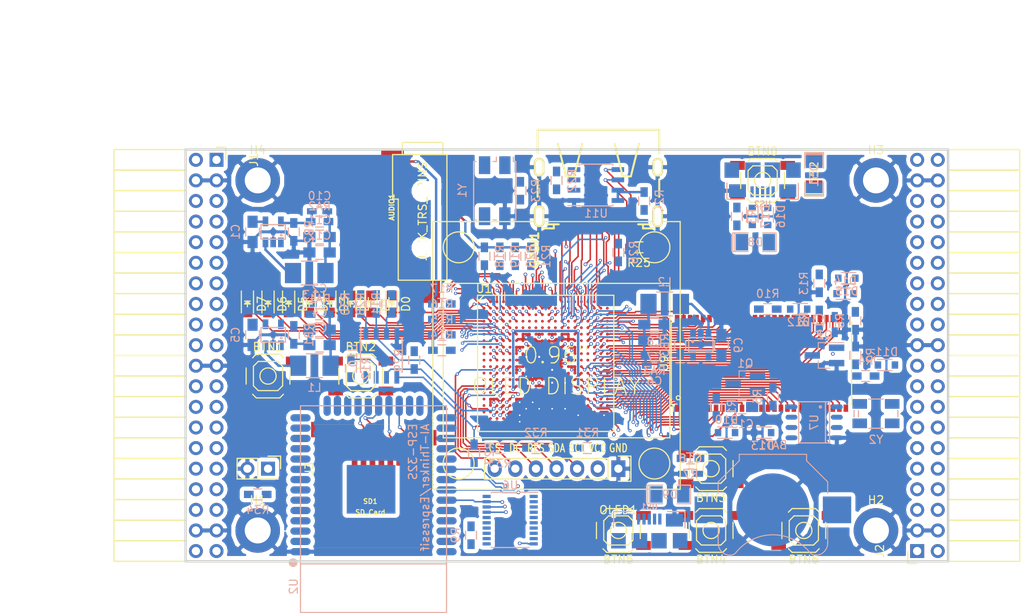
<source format=kicad_pcb>
(kicad_pcb (version 4) (host pcbnew 4.0.5+dfsg1-4)
  (layers (0 F.Cu signal) (1 In1.Cu signal) (2 In2.Cu signal) (31 B.Cu signal) (34 B.Paste user) (35 F.Paste user) (36 B.SilkS user) (37 F.SilkS user) (38 B.Mask user) (39 F.Mask user) (44 Edge.Cuts user))
  (net 0 "")
  (net 1 GND)
  (net 2 +5V)
  (net 3 /gpio/IN5V)
  (net 4 /gpio/OUT5V)
  (net 5 +3V3)
  (net 6 "Net-(L1-Pad1)")
  (net 7 "Net-(L2-Pad1)")
  (net 8 +1V2)
  (net 9 BTN_D)
  (net 10 BTN_F1)
  (net 11 BTN_F2)
  (net 12 BTN_L)
  (net 13 BTN_R)
  (net 14 BTN_U)
  (net 15 /power/FB1)
  (net 16 +2V5)
  (net 17 "Net-(L3-Pad1)")
  (net 18 /power/PWREN)
  (net 19 /power/FB3)
  (net 20 /power/FB2)
  (net 21 "Net-(D9-Pad1)")
  (net 22 /power/VBAT)
  (net 23 JTAG_TDI)
  (net 24 JTAG_TCK)
  (net 25 JTAG_TMS)
  (net 26 JTAG_TDO)
  (net 27 /power/WAKEUPn)
  (net 28 /power/WKUP)
  (net 29 /power/SHUT)
  (net 30 /power/WAKE)
  (net 31 /power/HOLD)
  (net 32 /power/WKn)
  (net 33 /power/OSCI_32k)
  (net 34 /power/OSCO_32k)
  (net 35 FTDI_nSUSPEND)
  (net 36 "Net-(Q2-Pad3)")
  (net 37 SHUTDOWN)
  (net 38 /analog/AUDIO_L)
  (net 39 /analog/AUDIO_R)
  (net 40 GPDI_5V_SCL)
  (net 41 GPDI_5V_SDA)
  (net 42 GPDI_SDA)
  (net 43 GPDI_SCL)
  (net 44 /gpdi/VREF2)
  (net 45 /blinkey/BTNPU)
  (net 46 SD_CMD)
  (net 47 SD_CLK)
  (net 48 SD_D0)
  (net 49 SD_D1)
  (net 50 USB5V)
  (net 51 "Net-(BTN0-Pad1)")
  (net 52 GPDI_CEC)
  (net 53 nRESET)
  (net 54 /usb/FT3V3)
  (net 55 FTDI_nDTR)
  (net 56 SDRAM_CKE)
  (net 57 SDRAM_A7)
  (net 58 SDRAM_D15)
  (net 59 SDRAM_BA1)
  (net 60 SDRAM_D7)
  (net 61 SDRAM_A6)
  (net 62 SDRAM_CLK)
  (net 63 SDRAM_D13)
  (net 64 SDRAM_BA0)
  (net 65 SDRAM_D6)
  (net 66 SDRAM_A5)
  (net 67 SDRAM_D14)
  (net 68 SDRAM_A11)
  (net 69 SDRAM_D12)
  (net 70 SDRAM_D5)
  (net 71 SDRAM_A4)
  (net 72 SDRAM_A10)
  (net 73 SDRAM_D11)
  (net 74 SDRAM_A3)
  (net 75 SDRAM_D4)
  (net 76 SDRAM_D10)
  (net 77 SDRAM_D9)
  (net 78 SDRAM_A9)
  (net 79 SDRAM_D3)
  (net 80 SDRAM_D8)
  (net 81 SDRAM_A8)
  (net 82 SDRAM_A2)
  (net 83 SDRAM_A1)
  (net 84 SDRAM_A0)
  (net 85 SDRAM_D2)
  (net 86 SDRAM_D1)
  (net 87 SDRAM_D0)
  (net 88 SDRAM_DQM0)
  (net 89 SDRAM_nCS)
  (net 90 SDRAM_nRAS)
  (net 91 SDRAM_DQM1)
  (net 92 SDRAM_nCAS)
  (net 93 SDRAM_nWE)
  (net 94 /flash/FLASH_nWP)
  (net 95 /flash/FLASH_nHOLD)
  (net 96 /flash/FLASH_MOSI)
  (net 97 /flash/FLASH_MISO)
  (net 98 /flash/FLASH_SCK)
  (net 99 /flash/FLASH_nCS)
  (net 100 /flash/FPGA_PROGRAMN)
  (net 101 /flash/FPGA_DONE)
  (net 102 /flash/FPGA_INITN)
  (net 103 OLED_RES)
  (net 104 OLED_DC)
  (net 105 OLED_CS)
  (net 106 WIFI_EN)
  (net 107 FTDI_nRTS)
  (net 108 WIFI_GPIO2)
  (net 109 FTDI_TXD)
  (net 110 FTDI_RXD)
  (net 111 WIFI_RXD)
  (net 112 WIFI_GPIO0)
  (net 113 FTDI_nCTS)
  (net 114 WIFI_TXD)
  (net 115 FTDI_nRI)
  (net 116 FTDI_nDCD)
  (net 117 /gpdi/CLK_25MHz)
  (net 118 GPDI_ETH-)
  (net 119 GPDI_ETH+)
  (net 120 GPDI_D2+)
  (net 121 GPDI_D2-)
  (net 122 GPDI_D1+)
  (net 123 GPDI_D1-)
  (net 124 GPDI_D0+)
  (net 125 GPDI_D0-)
  (net 126 GPDI_CLK+)
  (net 127 GPDI_CLK-)
  (net 128 USB_FPGA_D+)
  (net 129 USB_FPGA_D-)
  (net 130 USB_FTDI_D+)
  (net 131 USB_FTDI_D-)
  (net 132 J1_17-)
  (net 133 J1_17+)
  (net 134 J1_23-)
  (net 135 J1_23+)
  (net 136 J1_25-)
  (net 137 J1_25+)
  (net 138 J1_27-)
  (net 139 J1_27+)
  (net 140 J1_29-)
  (net 141 J1_29+)
  (net 142 J1_31-)
  (net 143 J1_31+)
  (net 144 J1_33-)
  (net 145 J1_33+)
  (net 146 J1_35-)
  (net 147 J1_35+)
  (net 148 J2_5-)
  (net 149 J2_5+)
  (net 150 J2_7-)
  (net 151 J2_7+)
  (net 152 J2_9-)
  (net 153 J2_9+)
  (net 154 J2_13-)
  (net 155 J2_13+)
  (net 156 J2_17-)
  (net 157 J2_17+)
  (net 158 J2_11-)
  (net 159 J2_11+)
  (net 160 J2_23-)
  (net 161 J2_23+)
  (net 162 J1_5-)
  (net 163 J1_5+)
  (net 164 J1_7-)
  (net 165 J1_7+)
  (net 166 J1_9-)
  (net 167 J1_9+)
  (net 168 J1_11-)
  (net 169 J1_11+)
  (net 170 J1_13-)
  (net 171 J1_13+)
  (net 172 J1_15-)
  (net 173 J1_15+)
  (net 174 J2_15-)
  (net 175 J2_15+)
  (net 176 J2_25-)
  (net 177 J2_25+)
  (net 178 J2_27-)
  (net 179 J2_27+)
  (net 180 J2_29-)
  (net 181 J2_29+)
  (net 182 J2_31-)
  (net 183 J2_31+)
  (net 184 J2_33-)
  (net 185 J2_33+)
  (net 186 J2_35-)
  (net 187 J2_35+)
  (net 188 SD_D3)
  (net 189 AUDIO_L3)
  (net 190 AUDIO_L2)
  (net 191 AUDIO_L1)
  (net 192 AUDIO_L0)
  (net 193 AUDIO_R3)
  (net 194 AUDIO_R2)
  (net 195 AUDIO_R1)
  (net 196 AUDIO_R0)
  (net 197 FTDI_nDSR)
  (net 198 OLED_CLK)
  (net 199 OLED_MOSI)
  (net 200 WIFI_GPIO15)
  (net 201 LED0)
  (net 202 LED1)
  (net 203 LED2)
  (net 204 LED3)
  (net 205 LED4)
  (net 206 LED5)
  (net 207 LED6)
  (net 208 LED7)
  (net 209 BTN_PWRn)
  (module lfe5bg381:BGA-381_pitch0.8mm_dia0.4mm (layer F.Cu) (at 138.48 87.8)
    (fp_text reference U1 (at -7.6 -9.2) (layer F.SilkS))
    (fp_text value LFE5U-25F-6BG381C)
    (pad A2 smd circle (at -6.8 -7.6) (size 0.35 0.35) (layers F.Cu F.Paste F.Mask) (net 139 J1_27+))
    (pad A3 smd circle (at -6 -7.6) (size 0.35 0.35) (layers F.Cu F.Paste F.Mask) (net 193 AUDIO_R3))
    (pad A4 smd circle (at -5.2 -7.6) (size 0.35 0.35) (layers F.Cu F.Paste F.Mask) (net 137 J1_25+))
    (pad A5 smd circle (at -4.4 -7.6) (size 0.35 0.35) (layers F.Cu F.Paste F.Mask) (net 136 J1_25-))
    (pad A6 smd circle (at -3.6 -7.6) (size 0.35 0.35) (layers F.Cu F.Paste F.Mask) (net 135 J1_23+))
    (pad A7 smd circle (at -2.8 -7.6) (size 0.35 0.35) (layers F.Cu F.Paste F.Mask) (net 173 J1_15+))
    (pad A8 smd circle (at -2 -7.6) (size 0.35 0.35) (layers F.Cu F.Paste F.Mask) (net 172 J1_15-))
    (pad A9 smd circle (at -1.2 -7.6) (size 0.35 0.35) (layers F.Cu F.Paste F.Mask) (net 166 J1_9-))
    (pad A10 smd circle (at -0.4 -7.6) (size 0.35 0.35) (layers F.Cu F.Paste F.Mask) (net 165 J1_7+))
    (pad A11 smd circle (at 0.4 -7.6) (size 0.35 0.35) (layers F.Cu F.Paste F.Mask) (net 164 J1_7-))
    (pad A12 smd circle (at 1.2 -7.6) (size 0.35 0.35) (layers F.Cu F.Paste F.Mask) (net 119 GPDI_ETH+))
    (pad A13 smd circle (at 2 -7.6) (size 0.35 0.35) (layers F.Cu F.Paste F.Mask) (net 118 GPDI_ETH-))
    (pad A14 smd circle (at 2.8 -7.6) (size 0.35 0.35) (layers F.Cu F.Paste F.Mask) (net 120 GPDI_D2+))
    (pad A15 smd circle (at 3.6 -7.6) (size 0.35 0.35) (layers F.Cu F.Paste F.Mask))
    (pad A16 smd circle (at 4.4 -7.6) (size 0.35 0.35) (layers F.Cu F.Paste F.Mask) (net 122 GPDI_D1+))
    (pad A17 smd circle (at 5.2 -7.6) (size 0.35 0.35) (layers F.Cu F.Paste F.Mask) (net 124 GPDI_D0+))
    (pad A18 smd circle (at 6 -7.6) (size 0.35 0.35) (layers F.Cu F.Paste F.Mask) (net 126 GPDI_CLK+))
    (pad A19 smd circle (at 6.8 -7.6) (size 0.35 0.35) (layers F.Cu F.Paste F.Mask) (net 52 GPDI_CEC))
    (pad B1 smd circle (at -7.6 -6.8) (size 0.35 0.35) (layers F.Cu F.Paste F.Mask) (net 138 J1_27-))
    (pad B2 smd circle (at -6.8 -6.8) (size 0.35 0.35) (layers F.Cu F.Paste F.Mask) (net 201 LED0))
    (pad B3 smd circle (at -6 -6.8) (size 0.35 0.35) (layers F.Cu F.Paste F.Mask) (net 192 AUDIO_L0))
    (pad B4 smd circle (at -5.2 -6.8) (size 0.35 0.35) (layers F.Cu F.Paste F.Mask) (net 140 J1_29-))
    (pad B5 smd circle (at -4.4 -6.8) (size 0.35 0.35) (layers F.Cu F.Paste F.Mask) (net 194 AUDIO_R2))
    (pad B6 smd circle (at -3.6 -6.8) (size 0.35 0.35) (layers F.Cu F.Paste F.Mask) (net 134 J1_23-))
    (pad B7 smd circle (at -2.8 -6.8) (size 0.35 0.35) (layers F.Cu F.Paste F.Mask) (net 1 GND))
    (pad B8 smd circle (at -2 -6.8) (size 0.35 0.35) (layers F.Cu F.Paste F.Mask) (net 170 J1_13-))
    (pad B9 smd circle (at -1.2 -6.8) (size 0.35 0.35) (layers F.Cu F.Paste F.Mask) (net 169 J1_11+))
    (pad B10 smd circle (at -0.4 -6.8) (size 0.35 0.35) (layers F.Cu F.Paste F.Mask) (net 167 J1_9+))
    (pad B11 smd circle (at 0.4 -6.8) (size 0.35 0.35) (layers F.Cu F.Paste F.Mask) (net 163 J1_5+))
    (pad B12 smd circle (at 1.2 -6.8) (size 0.35 0.35) (layers F.Cu F.Paste F.Mask) (net 117 /gpdi/CLK_25MHz))
    (pad B13 smd circle (at 2 -6.8) (size 0.35 0.35) (layers F.Cu F.Paste F.Mask) (net 187 J2_35+))
    (pad B14 smd circle (at 2.8 -6.8) (size 0.35 0.35) (layers F.Cu F.Paste F.Mask) (net 1 GND))
    (pad B15 smd circle (at 3.6 -6.8) (size 0.35 0.35) (layers F.Cu F.Paste F.Mask) (net 183 J2_31+))
    (pad B16 smd circle (at 4.4 -6.8) (size 0.35 0.35) (layers F.Cu F.Paste F.Mask) (net 123 GPDI_D1-))
    (pad B17 smd circle (at 5.2 -6.8) (size 0.35 0.35) (layers F.Cu F.Paste F.Mask) (net 179 J2_27+))
    (pad B18 smd circle (at 6 -6.8) (size 0.35 0.35) (layers F.Cu F.Paste F.Mask) (net 125 GPDI_D0-))
    (pad B19 smd circle (at 6.8 -6.8) (size 0.35 0.35) (layers F.Cu F.Paste F.Mask) (net 127 GPDI_CLK-))
    (pad B20 smd circle (at 7.6 -6.8) (size 0.35 0.35) (layers F.Cu F.Paste F.Mask) (net 43 GPDI_SCL))
    (pad C1 smd circle (at -7.6 -6) (size 0.35 0.35) (layers F.Cu F.Paste F.Mask) (net 203 LED2))
    (pad C2 smd circle (at -6.8 -6) (size 0.35 0.35) (layers F.Cu F.Paste F.Mask) (net 202 LED1))
    (pad C3 smd circle (at -6 -6) (size 0.35 0.35) (layers F.Cu F.Paste F.Mask) (net 190 AUDIO_L2))
    (pad C4 smd circle (at -5.2 -6) (size 0.35 0.35) (layers F.Cu F.Paste F.Mask) (net 141 J1_29+))
    (pad C5 smd circle (at -4.4 -6) (size 0.35 0.35) (layers F.Cu F.Paste F.Mask) (net 195 AUDIO_R1))
    (pad C6 smd circle (at -3.6 -6) (size 0.35 0.35) (layers F.Cu F.Paste F.Mask) (net 133 J1_17+))
    (pad C7 smd circle (at -2.8 -6) (size 0.35 0.35) (layers F.Cu F.Paste F.Mask) (net 132 J1_17-))
    (pad C8 smd circle (at -2 -6) (size 0.35 0.35) (layers F.Cu F.Paste F.Mask) (net 171 J1_13+))
    (pad C9 smd circle (at -1.2 -6) (size 0.35 0.35) (layers F.Cu F.Paste F.Mask))
    (pad C10 smd circle (at -0.4 -6) (size 0.35 0.35) (layers F.Cu F.Paste F.Mask) (net 168 J1_11-))
    (pad C11 smd circle (at 0.4 -6) (size 0.35 0.35) (layers F.Cu F.Paste F.Mask) (net 162 J1_5-))
    (pad C12 smd circle (at 1.2 -6) (size 0.35 0.35) (layers F.Cu F.Paste F.Mask) (net 42 GPDI_SDA))
    (pad C13 smd circle (at 2 -6) (size 0.35 0.35) (layers F.Cu F.Paste F.Mask) (net 186 J2_35-))
    (pad C14 smd circle (at 2.8 -6) (size 0.35 0.35) (layers F.Cu F.Paste F.Mask) (net 121 GPDI_D2-))
    (pad C15 smd circle (at 3.6 -6) (size 0.35 0.35) (layers F.Cu F.Paste F.Mask) (net 182 J2_31-))
    (pad C16 smd circle (at 4.4 -6) (size 0.35 0.35) (layers F.Cu F.Paste F.Mask) (net 181 J2_29+))
    (pad C17 smd circle (at 5.2 -6) (size 0.35 0.35) (layers F.Cu F.Paste F.Mask) (net 178 J2_27-))
    (pad C18 smd circle (at 6 -6) (size 0.35 0.35) (layers F.Cu F.Paste F.Mask) (net 161 J2_23+))
    (pad C19 smd circle (at 6.8 -6) (size 0.35 0.35) (layers F.Cu F.Paste F.Mask) (net 1 GND))
    (pad C20 smd circle (at 7.6 -6) (size 0.35 0.35) (layers F.Cu F.Paste F.Mask) (net 58 SDRAM_D15))
    (pad D1 smd circle (at -7.6 -5.2) (size 0.35 0.35) (layers F.Cu F.Paste F.Mask) (net 205 LED4))
    (pad D2 smd circle (at -6.8 -5.2) (size 0.35 0.35) (layers F.Cu F.Paste F.Mask) (net 204 LED3))
    (pad D3 smd circle (at -6 -5.2) (size 0.35 0.35) (layers F.Cu F.Paste F.Mask) (net 191 AUDIO_L1))
    (pad D4 smd circle (at -5.2 -5.2) (size 0.35 0.35) (layers F.Cu F.Paste F.Mask) (net 1 GND))
    (pad D5 smd circle (at -4.4 -5.2) (size 0.35 0.35) (layers F.Cu F.Paste F.Mask))
    (pad D6 smd circle (at -3.6 -5.2) (size 0.35 0.35) (layers F.Cu F.Paste F.Mask) (net 209 BTN_PWRn))
    (pad D7 smd circle (at -2.8 -5.2) (size 0.35 0.35) (layers F.Cu F.Paste F.Mask))
    (pad D8 smd circle (at -2 -5.2) (size 0.35 0.35) (layers F.Cu F.Paste F.Mask))
    (pad D9 smd circle (at -1.2 -5.2) (size 0.35 0.35) (layers F.Cu F.Paste F.Mask))
    (pad D10 smd circle (at -0.4 -5.2) (size 0.35 0.35) (layers F.Cu F.Paste F.Mask))
    (pad D11 smd circle (at 0.4 -5.2) (size 0.35 0.35) (layers F.Cu F.Paste F.Mask) (net 14 BTN_U))
    (pad D12 smd circle (at 1.2 -5.2) (size 0.35 0.35) (layers F.Cu F.Paste F.Mask))
    (pad D13 smd circle (at 2 -5.2) (size 0.35 0.35) (layers F.Cu F.Paste F.Mask) (net 185 J2_33+))
    (pad D14 smd circle (at 2.8 -5.2) (size 0.35 0.35) (layers F.Cu F.Paste F.Mask))
    (pad D15 smd circle (at 3.6 -5.2) (size 0.35 0.35) (layers F.Cu F.Paste F.Mask) (net 177 J2_25+))
    (pad D16 smd circle (at 4.4 -5.2) (size 0.35 0.35) (layers F.Cu F.Paste F.Mask) (net 180 J2_29-))
    (pad D17 smd circle (at 5.2 -5.2) (size 0.35 0.35) (layers F.Cu F.Paste F.Mask) (net 160 J2_23-))
    (pad D18 smd circle (at 6 -5.2) (size 0.35 0.35) (layers F.Cu F.Paste F.Mask) (net 157 J2_17+))
    (pad D19 smd circle (at 6.8 -5.2) (size 0.35 0.35) (layers F.Cu F.Paste F.Mask) (net 67 SDRAM_D14))
    (pad D20 smd circle (at 7.6 -5.2) (size 0.35 0.35) (layers F.Cu F.Paste F.Mask) (net 63 SDRAM_D13))
    (pad E1 smd circle (at -7.6 -4.4) (size 0.35 0.35) (layers F.Cu F.Paste F.Mask) (net 207 LED6))
    (pad E2 smd circle (at -6.8 -4.4) (size 0.35 0.35) (layers F.Cu F.Paste F.Mask) (net 206 LED5))
    (pad E3 smd circle (at -6 -4.4) (size 0.35 0.35) (layers F.Cu F.Paste F.Mask) (net 142 J1_31-))
    (pad E4 smd circle (at -5.2 -4.4) (size 0.35 0.35) (layers F.Cu F.Paste F.Mask))
    (pad E5 smd circle (at -4.4 -4.4) (size 0.35 0.35) (layers F.Cu F.Paste F.Mask) (net 189 AUDIO_L3))
    (pad E6 smd circle (at -3.6 -4.4) (size 0.35 0.35) (layers F.Cu F.Paste F.Mask))
    (pad E7 smd circle (at -2.8 -4.4) (size 0.35 0.35) (layers F.Cu F.Paste F.Mask))
    (pad E8 smd circle (at -2 -4.4) (size 0.35 0.35) (layers F.Cu F.Paste F.Mask))
    (pad E9 smd circle (at -1.2 -4.4) (size 0.35 0.35) (layers F.Cu F.Paste F.Mask))
    (pad E10 smd circle (at -0.4 -4.4) (size 0.35 0.35) (layers F.Cu F.Paste F.Mask))
    (pad E11 smd circle (at 0.4 -4.4) (size 0.35 0.35) (layers F.Cu F.Paste F.Mask))
    (pad E12 smd circle (at 1.2 -4.4) (size 0.35 0.35) (layers F.Cu F.Paste F.Mask))
    (pad E13 smd circle (at 2 -4.4) (size 0.35 0.35) (layers F.Cu F.Paste F.Mask) (net 184 J2_33-))
    (pad E14 smd circle (at 2.8 -4.4) (size 0.35 0.35) (layers F.Cu F.Paste F.Mask))
    (pad E15 smd circle (at 3.6 -4.4) (size 0.35 0.35) (layers F.Cu F.Paste F.Mask) (net 176 J2_25-))
    (pad E16 smd circle (at 4.4 -4.4) (size 0.35 0.35) (layers F.Cu F.Paste F.Mask))
    (pad E17 smd circle (at 5.2 -4.4) (size 0.35 0.35) (layers F.Cu F.Paste F.Mask) (net 156 J2_17-))
    (pad E18 smd circle (at 6 -4.4) (size 0.35 0.35) (layers F.Cu F.Paste F.Mask) (net 75 SDRAM_D4))
    (pad E19 smd circle (at 6.8 -4.4) (size 0.35 0.35) (layers F.Cu F.Paste F.Mask) (net 69 SDRAM_D12))
    (pad E20 smd circle (at 7.6 -4.4) (size 0.35 0.35) (layers F.Cu F.Paste F.Mask) (net 73 SDRAM_D11))
    (pad F1 smd circle (at -7.6 -3.6) (size 0.35 0.35) (layers F.Cu F.Paste F.Mask) (net 110 FTDI_RXD))
    (pad F2 smd circle (at -6.8 -3.6) (size 0.35 0.35) (layers F.Cu F.Paste F.Mask) (net 208 LED7))
    (pad F3 smd circle (at -6 -3.6) (size 0.35 0.35) (layers F.Cu F.Paste F.Mask) (net 144 J1_33-))
    (pad F4 smd circle (at -5.2 -3.6) (size 0.35 0.35) (layers F.Cu F.Paste F.Mask) (net 143 J1_31+))
    (pad F5 smd circle (at -4.4 -3.6) (size 0.35 0.35) (layers F.Cu F.Paste F.Mask) (net 196 AUDIO_R0))
    (pad F6 smd circle (at -3.6 -3.6) (size 0.35 0.35) (layers F.Cu F.Paste F.Mask) (net 16 +2V5))
    (pad F7 smd circle (at -2.8 -3.6) (size 0.35 0.35) (layers F.Cu F.Paste F.Mask) (net 1 GND))
    (pad F8 smd circle (at -2 -3.6) (size 0.35 0.35) (layers F.Cu F.Paste F.Mask) (net 1 GND))
    (pad F9 smd circle (at -1.2 -3.6) (size 0.35 0.35) (layers F.Cu F.Paste F.Mask) (net 5 +3V3))
    (pad F10 smd circle (at -0.4 -3.6) (size 0.35 0.35) (layers F.Cu F.Paste F.Mask) (net 5 +3V3))
    (pad F11 smd circle (at 0.4 -3.6) (size 0.35 0.35) (layers F.Cu F.Paste F.Mask) (net 5 +3V3))
    (pad F12 smd circle (at 1.2 -3.6) (size 0.35 0.35) (layers F.Cu F.Paste F.Mask) (net 5 +3V3))
    (pad F13 smd circle (at 2 -3.6) (size 0.35 0.35) (layers F.Cu F.Paste F.Mask) (net 1 GND))
    (pad F14 smd circle (at 2.8 -3.6) (size 0.35 0.35) (layers F.Cu F.Paste F.Mask) (net 1 GND))
    (pad F15 smd circle (at 3.6 -3.6) (size 0.35 0.35) (layers F.Cu F.Paste F.Mask) (net 16 +2V5))
    (pad F16 smd circle (at 4.4 -3.6) (size 0.35 0.35) (layers F.Cu F.Paste F.Mask))
    (pad F17 smd circle (at 5.2 -3.6) (size 0.35 0.35) (layers F.Cu F.Paste F.Mask) (net 175 J2_15+))
    (pad F18 smd circle (at 6 -3.6) (size 0.35 0.35) (layers F.Cu F.Paste F.Mask) (net 70 SDRAM_D5))
    (pad F19 smd circle (at 6.8 -3.6) (size 0.35 0.35) (layers F.Cu F.Paste F.Mask) (net 76 SDRAM_D10))
    (pad F20 smd circle (at 7.6 -3.6) (size 0.35 0.35) (layers F.Cu F.Paste F.Mask) (net 77 SDRAM_D9))
    (pad G1 smd circle (at -7.6 -2.8) (size 0.35 0.35) (layers F.Cu F.Paste F.Mask) (net 109 FTDI_TXD))
    (pad G2 smd circle (at -6.8 -2.8) (size 0.35 0.35) (layers F.Cu F.Paste F.Mask) (net 111 WIFI_RXD))
    (pad G3 smd circle (at -6 -2.8) (size 0.35 0.35) (layers F.Cu F.Paste F.Mask) (net 145 J1_33+))
    (pad G4 smd circle (at -5.2 -2.8) (size 0.35 0.35) (layers F.Cu F.Paste F.Mask) (net 1 GND))
    (pad G5 smd circle (at -4.4 -2.8) (size 0.35 0.35) (layers F.Cu F.Paste F.Mask) (net 146 J1_35-))
    (pad G6 smd circle (at -3.6 -2.8) (size 0.35 0.35) (layers F.Cu F.Paste F.Mask) (net 1 GND))
    (pad G7 smd circle (at -2.8 -2.8) (size 0.35 0.35) (layers F.Cu F.Paste F.Mask) (net 1 GND))
    (pad G8 smd circle (at -2 -2.8) (size 0.35 0.35) (layers F.Cu F.Paste F.Mask) (net 1 GND))
    (pad G9 smd circle (at -1.2 -2.8) (size 0.35 0.35) (layers F.Cu F.Paste F.Mask) (net 1 GND))
    (pad G10 smd circle (at -0.4 -2.8) (size 0.35 0.35) (layers F.Cu F.Paste F.Mask) (net 1 GND))
    (pad G11 smd circle (at 0.4 -2.8) (size 0.35 0.35) (layers F.Cu F.Paste F.Mask) (net 1 GND))
    (pad G12 smd circle (at 1.2 -2.8) (size 0.35 0.35) (layers F.Cu F.Paste F.Mask) (net 1 GND))
    (pad G13 smd circle (at 2 -2.8) (size 0.35 0.35) (layers F.Cu F.Paste F.Mask) (net 1 GND))
    (pad G14 smd circle (at 2.8 -2.8) (size 0.35 0.35) (layers F.Cu F.Paste F.Mask) (net 1 GND))
    (pad G15 smd circle (at 3.6 -2.8) (size 0.35 0.35) (layers F.Cu F.Paste F.Mask) (net 1 GND))
    (pad G16 smd circle (at 4.4 -2.8) (size 0.35 0.35) (layers F.Cu F.Paste F.Mask))
    (pad G17 smd circle (at 5.2 -2.8) (size 0.35 0.35) (layers F.Cu F.Paste F.Mask) (net 1 GND))
    (pad G18 smd circle (at 6 -2.8) (size 0.35 0.35) (layers F.Cu F.Paste F.Mask) (net 174 J2_15-))
    (pad G19 smd circle (at 6.8 -2.8) (size 0.35 0.35) (layers F.Cu F.Paste F.Mask) (net 80 SDRAM_D8))
    (pad G20 smd circle (at 7.6 -2.8) (size 0.35 0.35) (layers F.Cu F.Paste F.Mask) (net 91 SDRAM_DQM1))
    (pad H1 smd circle (at -7.6 -2) (size 0.35 0.35) (layers F.Cu F.Paste F.Mask) (net 200 WIFI_GPIO15))
    (pad H2 smd circle (at -6.8 -2) (size 0.35 0.35) (layers F.Cu F.Paste F.Mask) (net 114 WIFI_TXD))
    (pad H3 smd circle (at -6 -2) (size 0.35 0.35) (layers F.Cu F.Paste F.Mask))
    (pad H4 smd circle (at -5.2 -2) (size 0.35 0.35) (layers F.Cu F.Paste F.Mask) (net 147 J1_35+))
    (pad H5 smd circle (at -4.4 -2) (size 0.35 0.35) (layers F.Cu F.Paste F.Mask))
    (pad H6 smd circle (at -3.6 -2) (size 0.35 0.35) (layers F.Cu F.Paste F.Mask) (net 5 +3V3))
    (pad H7 smd circle (at -2.8 -2) (size 0.35 0.35) (layers F.Cu F.Paste F.Mask) (net 5 +3V3))
    (pad H8 smd circle (at -2 -2) (size 0.35 0.35) (layers F.Cu F.Paste F.Mask) (net 8 +1V2))
    (pad H9 smd circle (at -1.2 -2) (size 0.35 0.35) (layers F.Cu F.Paste F.Mask) (net 8 +1V2))
    (pad H10 smd circle (at -0.4 -2) (size 0.35 0.35) (layers F.Cu F.Paste F.Mask) (net 8 +1V2))
    (pad H11 smd circle (at 0.4 -2) (size 0.35 0.35) (layers F.Cu F.Paste F.Mask) (net 8 +1V2))
    (pad H12 smd circle (at 1.2 -2) (size 0.35 0.35) (layers F.Cu F.Paste F.Mask) (net 8 +1V2))
    (pad H13 smd circle (at 2 -2) (size 0.35 0.35) (layers F.Cu F.Paste F.Mask) (net 8 +1V2))
    (pad H14 smd circle (at 2.8 -2) (size 0.35 0.35) (layers F.Cu F.Paste F.Mask) (net 5 +3V3))
    (pad H15 smd circle (at 3.6 -2) (size 0.35 0.35) (layers F.Cu F.Paste F.Mask) (net 5 +3V3))
    (pad H16 smd circle (at 4.4 -2) (size 0.35 0.35) (layers F.Cu F.Paste F.Mask))
    (pad H17 smd circle (at 5.2 -2) (size 0.35 0.35) (layers F.Cu F.Paste F.Mask) (net 154 J2_13-))
    (pad H18 smd circle (at 6 -2) (size 0.35 0.35) (layers F.Cu F.Paste F.Mask) (net 155 J2_13+))
    (pad H19 smd circle (at 6.8 -2) (size 0.35 0.35) (layers F.Cu F.Paste F.Mask) (net 1 GND))
    (pad H20 smd circle (at 7.6 -2) (size 0.35 0.35) (layers F.Cu F.Paste F.Mask) (net 62 SDRAM_CLK))
    (pad J1 smd circle (at -7.6 -1.2) (size 0.35 0.35) (layers F.Cu F.Paste F.Mask))
    (pad J2 smd circle (at -6.8 -1.2) (size 0.35 0.35) (layers F.Cu F.Paste F.Mask) (net 1 GND))
    (pad J3 smd circle (at -6 -1.2) (size 0.35 0.35) (layers F.Cu F.Paste F.Mask) (net 112 WIFI_GPIO0))
    (pad J4 smd circle (at -5.2 -1.2) (size 0.35 0.35) (layers F.Cu F.Paste F.Mask) (net 108 WIFI_GPIO2))
    (pad J5 smd circle (at -4.4 -1.2) (size 0.35 0.35) (layers F.Cu F.Paste F.Mask) (net 113 FTDI_nCTS))
    (pad J6 smd circle (at -3.6 -1.2) (size 0.35 0.35) (layers F.Cu F.Paste F.Mask) (net 5 +3V3))
    (pad J7 smd circle (at -2.8 -1.2) (size 0.35 0.35) (layers F.Cu F.Paste F.Mask) (net 1 GND))
    (pad J8 smd circle (at -2 -1.2) (size 0.35 0.35) (layers F.Cu F.Paste F.Mask) (net 8 +1V2))
    (pad J9 smd circle (at -1.2 -1.2) (size 0.35 0.35) (layers F.Cu F.Paste F.Mask) (net 1 GND))
    (pad J10 smd circle (at -0.4 -1.2) (size 0.35 0.35) (layers F.Cu F.Paste F.Mask) (net 1 GND))
    (pad J11 smd circle (at 0.4 -1.2) (size 0.35 0.35) (layers F.Cu F.Paste F.Mask) (net 1 GND))
    (pad J12 smd circle (at 1.2 -1.2) (size 0.35 0.35) (layers F.Cu F.Paste F.Mask) (net 1 GND))
    (pad J13 smd circle (at 2 -1.2) (size 0.35 0.35) (layers F.Cu F.Paste F.Mask) (net 8 +1V2))
    (pad J14 smd circle (at 2.8 -1.2) (size 0.35 0.35) (layers F.Cu F.Paste F.Mask) (net 1 GND))
    (pad J15 smd circle (at 3.6 -1.2) (size 0.35 0.35) (layers F.Cu F.Paste F.Mask) (net 5 +3V3))
    (pad J16 smd circle (at 4.4 -1.2) (size 0.35 0.35) (layers F.Cu F.Paste F.Mask))
    (pad J17 smd circle (at 5.2 -1.2) (size 0.35 0.35) (layers F.Cu F.Paste F.Mask))
    (pad J18 smd circle (at 6 -1.2) (size 0.35 0.35) (layers F.Cu F.Paste F.Mask) (net 79 SDRAM_D3))
    (pad J19 smd circle (at 6.8 -1.2) (size 0.35 0.35) (layers F.Cu F.Paste F.Mask) (net 56 SDRAM_CKE))
    (pad J20 smd circle (at 7.6 -1.2) (size 0.35 0.35) (layers F.Cu F.Paste F.Mask) (net 68 SDRAM_A11))
    (pad K1 smd circle (at -7.6 -0.4) (size 0.35 0.35) (layers F.Cu F.Paste F.Mask) (net 55 FTDI_nDTR))
    (pad K2 smd circle (at -6.8 -0.4) (size 0.35 0.35) (layers F.Cu F.Paste F.Mask))
    (pad K3 smd circle (at -6 -0.4) (size 0.35 0.35) (layers F.Cu F.Paste F.Mask) (net 107 FTDI_nRTS))
    (pad K4 smd circle (at -5.2 -0.4) (size 0.35 0.35) (layers F.Cu F.Paste F.Mask))
    (pad K5 smd circle (at -4.4 -0.4) (size 0.35 0.35) (layers F.Cu F.Paste F.Mask))
    (pad K6 smd circle (at -3.6 -0.4) (size 0.35 0.35) (layers F.Cu F.Paste F.Mask) (net 1 GND))
    (pad K7 smd circle (at -2.8 -0.4) (size 0.35 0.35) (layers F.Cu F.Paste F.Mask) (net 1 GND))
    (pad K8 smd circle (at -2 -0.4) (size 0.35 0.35) (layers F.Cu F.Paste F.Mask) (net 8 +1V2))
    (pad K9 smd circle (at -1.2 -0.4) (size 0.35 0.35) (layers F.Cu F.Paste F.Mask) (net 1 GND))
    (pad K10 smd circle (at -0.4 -0.4) (size 0.35 0.35) (layers F.Cu F.Paste F.Mask) (net 1 GND))
    (pad K11 smd circle (at 0.4 -0.4) (size 0.35 0.35) (layers F.Cu F.Paste F.Mask) (net 1 GND))
    (pad K12 smd circle (at 1.2 -0.4) (size 0.35 0.35) (layers F.Cu F.Paste F.Mask) (net 1 GND))
    (pad K13 smd circle (at 2 -0.4) (size 0.35 0.35) (layers F.Cu F.Paste F.Mask) (net 8 +1V2))
    (pad K14 smd circle (at 2.8 -0.4) (size 0.35 0.35) (layers F.Cu F.Paste F.Mask) (net 1 GND))
    (pad K15 smd circle (at 3.6 -0.4) (size 0.35 0.35) (layers F.Cu F.Paste F.Mask) (net 1 GND))
    (pad K16 smd circle (at 4.4 -0.4) (size 0.35 0.35) (layers F.Cu F.Paste F.Mask))
    (pad K17 smd circle (at 5.2 -0.4) (size 0.35 0.35) (layers F.Cu F.Paste F.Mask))
    (pad K18 smd circle (at 6 -0.4) (size 0.35 0.35) (layers F.Cu F.Paste F.Mask) (net 85 SDRAM_D2))
    (pad K19 smd circle (at 6.8 -0.4) (size 0.35 0.35) (layers F.Cu F.Paste F.Mask) (net 78 SDRAM_A9))
    (pad K20 smd circle (at 7.6 -0.4) (size 0.35 0.35) (layers F.Cu F.Paste F.Mask) (net 81 SDRAM_A8))
    (pad L1 smd circle (at -7.6 0.4) (size 0.35 0.35) (layers F.Cu F.Paste F.Mask) (net 48 SD_D0))
    (pad L2 smd circle (at -6.8 0.4) (size 0.35 0.35) (layers F.Cu F.Paste F.Mask) (net 116 FTDI_nDCD))
    (pad L3 smd circle (at -6 0.4) (size 0.35 0.35) (layers F.Cu F.Paste F.Mask) (net 105 OLED_CS))
    (pad L4 smd circle (at -5.2 0.4) (size 0.35 0.35) (layers F.Cu F.Paste F.Mask) (net 106 WIFI_EN))
    (pad L5 smd circle (at -4.4 0.4) (size 0.35 0.35) (layers F.Cu F.Paste F.Mask) (net 197 FTDI_nDSR))
    (pad L6 smd circle (at -3.6 0.4) (size 0.35 0.35) (layers F.Cu F.Paste F.Mask) (net 5 +3V3))
    (pad L7 smd circle (at -2.8 0.4) (size 0.35 0.35) (layers F.Cu F.Paste F.Mask) (net 5 +3V3))
    (pad L8 smd circle (at -2 0.4) (size 0.35 0.35) (layers F.Cu F.Paste F.Mask) (net 8 +1V2))
    (pad L9 smd circle (at -1.2 0.4) (size 0.35 0.35) (layers F.Cu F.Paste F.Mask) (net 1 GND))
    (pad L10 smd circle (at -0.4 0.4) (size 0.35 0.35) (layers F.Cu F.Paste F.Mask) (net 1 GND))
    (pad L11 smd circle (at 0.4 0.4) (size 0.35 0.35) (layers F.Cu F.Paste F.Mask) (net 1 GND))
    (pad L12 smd circle (at 1.2 0.4) (size 0.35 0.35) (layers F.Cu F.Paste F.Mask) (net 1 GND))
    (pad L13 smd circle (at 2 0.4) (size 0.35 0.35) (layers F.Cu F.Paste F.Mask) (net 8 +1V2))
    (pad L14 smd circle (at 2.8 0.4) (size 0.35 0.35) (layers F.Cu F.Paste F.Mask) (net 5 +3V3))
    (pad L15 smd circle (at 3.6 0.4) (size 0.35 0.35) (layers F.Cu F.Paste F.Mask) (net 5 +3V3))
    (pad L16 smd circle (at 4.4 0.4) (size 0.35 0.35) (layers F.Cu F.Paste F.Mask) (net 159 J2_11+))
    (pad L17 smd circle (at 5.2 0.4) (size 0.35 0.35) (layers F.Cu F.Paste F.Mask) (net 158 J2_11-))
    (pad L18 smd circle (at 6 0.4) (size 0.35 0.35) (layers F.Cu F.Paste F.Mask) (net 86 SDRAM_D1))
    (pad L19 smd circle (at 6.8 0.4) (size 0.35 0.35) (layers F.Cu F.Paste F.Mask) (net 57 SDRAM_A7))
    (pad L20 smd circle (at 7.6 0.4) (size 0.35 0.35) (layers F.Cu F.Paste F.Mask) (net 61 SDRAM_A6))
    (pad M1 smd circle (at -7.6 1.2) (size 0.35 0.35) (layers F.Cu F.Paste F.Mask) (net 46 SD_CMD))
    (pad M2 smd circle (at -6.8 1.2) (size 0.35 0.35) (layers F.Cu F.Paste F.Mask) (net 1 GND))
    (pad M3 smd circle (at -6 1.2) (size 0.35 0.35) (layers F.Cu F.Paste F.Mask) (net 129 USB_FPGA_D-))
    (pad M4 smd circle (at -5.2 1.2) (size 0.35 0.35) (layers F.Cu F.Paste F.Mask))
    (pad M5 smd circle (at -4.4 1.2) (size 0.35 0.35) (layers F.Cu F.Paste F.Mask))
    (pad M6 smd circle (at -3.6 1.2) (size 0.35 0.35) (layers F.Cu F.Paste F.Mask) (net 5 +3V3))
    (pad M7 smd circle (at -2.8 1.2) (size 0.35 0.35) (layers F.Cu F.Paste F.Mask) (net 1 GND))
    (pad M8 smd circle (at -2 1.2) (size 0.35 0.35) (layers F.Cu F.Paste F.Mask) (net 8 +1V2))
    (pad M9 smd circle (at -1.2 1.2) (size 0.35 0.35) (layers F.Cu F.Paste F.Mask) (net 1 GND))
    (pad M10 smd circle (at -0.4 1.2) (size 0.35 0.35) (layers F.Cu F.Paste F.Mask) (net 1 GND))
    (pad M11 smd circle (at 0.4 1.2) (size 0.35 0.35) (layers F.Cu F.Paste F.Mask) (net 1 GND))
    (pad M12 smd circle (at 1.2 1.2) (size 0.35 0.35) (layers F.Cu F.Paste F.Mask) (net 1 GND))
    (pad M13 smd circle (at 2 1.2) (size 0.35 0.35) (layers F.Cu F.Paste F.Mask) (net 8 +1V2))
    (pad M14 smd circle (at 2.8 1.2) (size 0.35 0.35) (layers F.Cu F.Paste F.Mask) (net 1 GND))
    (pad M15 smd circle (at 3.6 1.2) (size 0.35 0.35) (layers F.Cu F.Paste F.Mask) (net 5 +3V3))
    (pad M16 smd circle (at 4.4 1.2) (size 0.35 0.35) (layers F.Cu F.Paste F.Mask) (net 1 GND))
    (pad M17 smd circle (at 5.2 1.2) (size 0.35 0.35) (layers F.Cu F.Paste F.Mask) (net 152 J2_9-))
    (pad M18 smd circle (at 6 1.2) (size 0.35 0.35) (layers F.Cu F.Paste F.Mask) (net 87 SDRAM_D0))
    (pad M19 smd circle (at 6.8 1.2) (size 0.35 0.35) (layers F.Cu F.Paste F.Mask) (net 66 SDRAM_A5))
    (pad M20 smd circle (at 7.6 1.2) (size 0.35 0.35) (layers F.Cu F.Paste F.Mask) (net 71 SDRAM_A4))
    (pad N1 smd circle (at -7.6 2) (size 0.35 0.35) (layers F.Cu F.Paste F.Mask) (net 47 SD_CLK))
    (pad N2 smd circle (at -6.8 2) (size 0.35 0.35) (layers F.Cu F.Paste F.Mask) (net 188 SD_D3))
    (pad N3 smd circle (at -6 2) (size 0.35 0.35) (layers F.Cu F.Paste F.Mask) (net 128 USB_FPGA_D+))
    (pad N4 smd circle (at -5.2 2) (size 0.35 0.35) (layers F.Cu F.Paste F.Mask) (net 49 SD_D1))
    (pad N5 smd circle (at -4.4 2) (size 0.35 0.35) (layers F.Cu F.Paste F.Mask))
    (pad N6 smd circle (at -3.6 2) (size 0.35 0.35) (layers F.Cu F.Paste F.Mask) (net 1 GND))
    (pad N7 smd circle (at -2.8 2) (size 0.35 0.35) (layers F.Cu F.Paste F.Mask) (net 1 GND))
    (pad N8 smd circle (at -2 2) (size 0.35 0.35) (layers F.Cu F.Paste F.Mask) (net 8 +1V2))
    (pad N9 smd circle (at -1.2 2) (size 0.35 0.35) (layers F.Cu F.Paste F.Mask) (net 8 +1V2))
    (pad N10 smd circle (at -0.4 2) (size 0.35 0.35) (layers F.Cu F.Paste F.Mask) (net 8 +1V2))
    (pad N11 smd circle (at 0.4 2) (size 0.35 0.35) (layers F.Cu F.Paste F.Mask) (net 8 +1V2))
    (pad N12 smd circle (at 1.2 2) (size 0.35 0.35) (layers F.Cu F.Paste F.Mask) (net 8 +1V2))
    (pad N13 smd circle (at 2 2) (size 0.35 0.35) (layers F.Cu F.Paste F.Mask) (net 8 +1V2))
    (pad N14 smd circle (at 2.8 2) (size 0.35 0.35) (layers F.Cu F.Paste F.Mask) (net 1 GND))
    (pad N15 smd circle (at 3.6 2) (size 0.35 0.35) (layers F.Cu F.Paste F.Mask) (net 1 GND))
    (pad N16 smd circle (at 4.4 2) (size 0.35 0.35) (layers F.Cu F.Paste F.Mask) (net 153 J2_9+))
    (pad N17 smd circle (at 5.2 2) (size 0.35 0.35) (layers F.Cu F.Paste F.Mask) (net 151 J2_7+))
    (pad N18 smd circle (at 6 2) (size 0.35 0.35) (layers F.Cu F.Paste F.Mask) (net 65 SDRAM_D6))
    (pad N19 smd circle (at 6.8 2) (size 0.35 0.35) (layers F.Cu F.Paste F.Mask) (net 74 SDRAM_A3))
    (pad N20 smd circle (at 7.6 2) (size 0.35 0.35) (layers F.Cu F.Paste F.Mask) (net 82 SDRAM_A2))
    (pad P1 smd circle (at -7.6 2.8) (size 0.35 0.35) (layers F.Cu F.Paste F.Mask) (net 104 OLED_DC))
    (pad P2 smd circle (at -6.8 2.8) (size 0.35 0.35) (layers F.Cu F.Paste F.Mask) (net 103 OLED_RES))
    (pad P3 smd circle (at -6 2.8) (size 0.35 0.35) (layers F.Cu F.Paste F.Mask) (net 199 OLED_MOSI))
    (pad P4 smd circle (at -5.2 2.8) (size 0.35 0.35) (layers F.Cu F.Paste F.Mask) (net 198 OLED_CLK))
    (pad P5 smd circle (at -4.4 2.8) (size 0.35 0.35) (layers F.Cu F.Paste F.Mask) (net 115 FTDI_nRI))
    (pad P6 smd circle (at -3.6 2.8) (size 0.35 0.35) (layers F.Cu F.Paste F.Mask) (net 16 +2V5))
    (pad P7 smd circle (at -2.8 2.8) (size 0.35 0.35) (layers F.Cu F.Paste F.Mask) (net 1 GND))
    (pad P8 smd circle (at -2 2.8) (size 0.35 0.35) (layers F.Cu F.Paste F.Mask) (net 1 GND))
    (pad P9 smd circle (at -1.2 2.8) (size 0.35 0.35) (layers F.Cu F.Paste F.Mask) (net 5 +3V3))
    (pad P10 smd circle (at -0.4 2.8) (size 0.35 0.35) (layers F.Cu F.Paste F.Mask) (net 5 +3V3))
    (pad P11 smd circle (at 0.4 2.8) (size 0.35 0.35) (layers F.Cu F.Paste F.Mask) (net 1 GND))
    (pad P12 smd circle (at 1.2 2.8) (size 0.35 0.35) (layers F.Cu F.Paste F.Mask) (net 1 GND))
    (pad P13 smd circle (at 2 2.8) (size 0.35 0.35) (layers F.Cu F.Paste F.Mask) (net 1 GND))
    (pad P14 smd circle (at 2.8 2.8) (size 0.35 0.35) (layers F.Cu F.Paste F.Mask) (net 1 GND))
    (pad P15 smd circle (at 3.6 2.8) (size 0.35 0.35) (layers F.Cu F.Paste F.Mask) (net 16 +2V5))
    (pad P16 smd circle (at 4.4 2.8) (size 0.35 0.35) (layers F.Cu F.Paste F.Mask) (net 150 J2_7-))
    (pad P17 smd circle (at 5.2 2.8) (size 0.35 0.35) (layers F.Cu F.Paste F.Mask))
    (pad P18 smd circle (at 6 2.8) (size 0.35 0.35) (layers F.Cu F.Paste F.Mask) (net 60 SDRAM_D7))
    (pad P19 smd circle (at 6.8 2.8) (size 0.35 0.35) (layers F.Cu F.Paste F.Mask) (net 83 SDRAM_A1))
    (pad P20 smd circle (at 7.6 2.8) (size 0.35 0.35) (layers F.Cu F.Paste F.Mask) (net 84 SDRAM_A0))
    (pad R1 smd circle (at -7.6 3.6) (size 0.35 0.35) (layers F.Cu F.Paste F.Mask) (net 10 BTN_F1))
    (pad R2 smd circle (at -6.8 3.6) (size 0.35 0.35) (layers F.Cu F.Paste F.Mask) (net 99 /flash/FLASH_nCS))
    (pad R3 smd circle (at -6 3.6) (size 0.35 0.35) (layers F.Cu F.Paste F.Mask))
    (pad R4 smd circle (at -5.2 3.6) (size 0.35 0.35) (layers F.Cu F.Paste F.Mask) (net 1 GND))
    (pad R5 smd circle (at -4.4 3.6) (size 0.35 0.35) (layers F.Cu F.Paste F.Mask) (net 23 JTAG_TDI))
    (pad R16 smd circle (at 4.4 3.6) (size 0.35 0.35) (layers F.Cu F.Paste F.Mask))
    (pad R17 smd circle (at 5.2 3.6) (size 0.35 0.35) (layers F.Cu F.Paste F.Mask))
    (pad R18 smd circle (at 6 3.6) (size 0.35 0.35) (layers F.Cu F.Paste F.Mask) (net 88 SDRAM_DQM0))
    (pad R19 smd circle (at 6.8 3.6) (size 0.35 0.35) (layers F.Cu F.Paste F.Mask) (net 1 GND))
    (pad R20 smd circle (at 7.6 3.6) (size 0.35 0.35) (layers F.Cu F.Paste F.Mask) (net 72 SDRAM_A10))
    (pad T1 smd circle (at -7.6 4.4) (size 0.35 0.35) (layers F.Cu F.Paste F.Mask) (net 11 BTN_F2))
    (pad T2 smd circle (at -6.8 4.4) (size 0.35 0.35) (layers F.Cu F.Paste F.Mask) (net 5 +3V3))
    (pad T3 smd circle (at -6 4.4) (size 0.35 0.35) (layers F.Cu F.Paste F.Mask) (net 5 +3V3))
    (pad T4 smd circle (at -5.2 4.4) (size 0.35 0.35) (layers F.Cu F.Paste F.Mask) (net 5 +3V3))
    (pad T5 smd circle (at -4.4 4.4) (size 0.35 0.35) (layers F.Cu F.Paste F.Mask) (net 24 JTAG_TCK))
    (pad T6 smd circle (at -3.6 4.4) (size 0.35 0.35) (layers F.Cu F.Paste F.Mask) (net 1 GND))
    (pad T7 smd circle (at -2.8 4.4) (size 0.35 0.35) (layers F.Cu F.Paste F.Mask) (net 1 GND))
    (pad T8 smd circle (at -2 4.4) (size 0.35 0.35) (layers F.Cu F.Paste F.Mask) (net 1 GND))
    (pad T9 smd circle (at -1.2 4.4) (size 0.35 0.35) (layers F.Cu F.Paste F.Mask) (net 1 GND))
    (pad T10 smd circle (at -0.4 4.4) (size 0.35 0.35) (layers F.Cu F.Paste F.Mask) (net 1 GND))
    (pad T11 smd circle (at 0.4 4.4) (size 0.35 0.35) (layers F.Cu F.Paste F.Mask))
    (pad T12 smd circle (at 1.2 4.4) (size 0.35 0.35) (layers F.Cu F.Paste F.Mask))
    (pad T13 smd circle (at 2 4.4) (size 0.35 0.35) (layers F.Cu F.Paste F.Mask))
    (pad T14 smd circle (at 2.8 4.4) (size 0.35 0.35) (layers F.Cu F.Paste F.Mask))
    (pad T15 smd circle (at 3.6 4.4) (size 0.35 0.35) (layers F.Cu F.Paste F.Mask))
    (pad T16 smd circle (at 4.4 4.4) (size 0.35 0.35) (layers F.Cu F.Paste F.Mask))
    (pad T17 smd circle (at 5.2 4.4) (size 0.35 0.35) (layers F.Cu F.Paste F.Mask) (net 92 SDRAM_nCAS))
    (pad T18 smd circle (at 6 4.4) (size 0.35 0.35) (layers F.Cu F.Paste F.Mask) (net 93 SDRAM_nWE))
    (pad T19 smd circle (at 6.8 4.4) (size 0.35 0.35) (layers F.Cu F.Paste F.Mask) (net 59 SDRAM_BA1))
    (pad T20 smd circle (at 7.6 4.4) (size 0.35 0.35) (layers F.Cu F.Paste F.Mask) (net 64 SDRAM_BA0))
    (pad U1 smd circle (at -7.6 5.2) (size 0.35 0.35) (layers F.Cu F.Paste F.Mask) (net 14 BTN_U))
    (pad U2 smd circle (at -6.8 5.2) (size 0.35 0.35) (layers F.Cu F.Paste F.Mask) (net 5 +3V3))
    (pad U3 smd circle (at -6 5.2) (size 0.35 0.35) (layers F.Cu F.Paste F.Mask) (net 98 /flash/FLASH_SCK))
    (pad U4 smd circle (at -5.2 5.2) (size 0.35 0.35) (layers F.Cu F.Paste F.Mask) (net 1 GND))
    (pad U5 smd circle (at -4.4 5.2) (size 0.35 0.35) (layers F.Cu F.Paste F.Mask) (net 25 JTAG_TMS))
    (pad U6 smd circle (at -3.6 5.2) (size 0.35 0.35) (layers F.Cu F.Paste F.Mask) (net 1 GND))
    (pad U7 smd circle (at -2.8 5.2) (size 0.35 0.35) (layers F.Cu F.Paste F.Mask) (net 1 GND))
    (pad U8 smd circle (at -2 5.2) (size 0.35 0.35) (layers F.Cu F.Paste F.Mask) (net 1 GND))
    (pad U9 smd circle (at -1.2 5.2) (size 0.35 0.35) (layers F.Cu F.Paste F.Mask) (net 1 GND))
    (pad U10 smd circle (at -0.4 5.2) (size 0.35 0.35) (layers F.Cu F.Paste F.Mask) (net 1 GND))
    (pad U11 smd circle (at 0.4 5.2) (size 0.35 0.35) (layers F.Cu F.Paste F.Mask) (net 1 GND))
    (pad U12 smd circle (at 1.2 5.2) (size 0.35 0.35) (layers F.Cu F.Paste F.Mask) (net 1 GND))
    (pad U13 smd circle (at 2 5.2) (size 0.35 0.35) (layers F.Cu F.Paste F.Mask) (net 1 GND))
    (pad U14 smd circle (at 2.8 5.2) (size 0.35 0.35) (layers F.Cu F.Paste F.Mask) (net 1 GND))
    (pad U15 smd circle (at 3.6 5.2) (size 0.35 0.35) (layers F.Cu F.Paste F.Mask))
    (pad U16 smd circle (at 4.4 5.2) (size 0.35 0.35) (layers F.Cu F.Paste F.Mask))
    (pad U17 smd circle (at 5.2 5.2) (size 0.35 0.35) (layers F.Cu F.Paste F.Mask) (net 148 J2_5-))
    (pad U18 smd circle (at 6 5.2) (size 0.35 0.35) (layers F.Cu F.Paste F.Mask) (net 149 J2_5+))
    (pad U19 smd circle (at 6.8 5.2) (size 0.35 0.35) (layers F.Cu F.Paste F.Mask) (net 89 SDRAM_nCS))
    (pad U20 smd circle (at 7.6 5.2) (size 0.35 0.35) (layers F.Cu F.Paste F.Mask) (net 90 SDRAM_nRAS))
    (pad V1 smd circle (at -7.6 6) (size 0.35 0.35) (layers F.Cu F.Paste F.Mask) (net 9 BTN_D))
    (pad V2 smd circle (at -6.8 6) (size 0.35 0.35) (layers F.Cu F.Paste F.Mask) (net 97 /flash/FLASH_MISO))
    (pad V3 smd circle (at -6 6) (size 0.35 0.35) (layers F.Cu F.Paste F.Mask) (net 102 /flash/FPGA_INITN))
    (pad V4 smd circle (at -5.2 6) (size 0.35 0.35) (layers F.Cu F.Paste F.Mask) (net 26 JTAG_TDO))
    (pad V5 smd circle (at -4.4 6) (size 0.35 0.35) (layers F.Cu F.Paste F.Mask) (net 1 GND))
    (pad V6 smd circle (at -3.6 6) (size 0.35 0.35) (layers F.Cu F.Paste F.Mask) (net 1 GND))
    (pad V7 smd circle (at -2.8 6) (size 0.35 0.35) (layers F.Cu F.Paste F.Mask) (net 1 GND))
    (pad V8 smd circle (at -2 6) (size 0.35 0.35) (layers F.Cu F.Paste F.Mask) (net 1 GND))
    (pad V9 smd circle (at -1.2 6) (size 0.35 0.35) (layers F.Cu F.Paste F.Mask) (net 1 GND))
    (pad V10 smd circle (at -0.4 6) (size 0.35 0.35) (layers F.Cu F.Paste F.Mask) (net 1 GND))
    (pad V11 smd circle (at 0.4 6) (size 0.35 0.35) (layers F.Cu F.Paste F.Mask) (net 1 GND))
    (pad V12 smd circle (at 1.2 6) (size 0.35 0.35) (layers F.Cu F.Paste F.Mask) (net 1 GND))
    (pad V13 smd circle (at 2 6) (size 0.35 0.35) (layers F.Cu F.Paste F.Mask) (net 1 GND))
    (pad V14 smd circle (at 2.8 6) (size 0.35 0.35) (layers F.Cu F.Paste F.Mask) (net 1 GND))
    (pad V15 smd circle (at 3.6 6) (size 0.35 0.35) (layers F.Cu F.Paste F.Mask) (net 1 GND))
    (pad V16 smd circle (at 4.4 6) (size 0.35 0.35) (layers F.Cu F.Paste F.Mask) (net 1 GND))
    (pad V17 smd circle (at 5.2 6) (size 0.35 0.35) (layers F.Cu F.Paste F.Mask))
    (pad V18 smd circle (at 6 6) (size 0.35 0.35) (layers F.Cu F.Paste F.Mask))
    (pad V19 smd circle (at 6.8 6) (size 0.35 0.35) (layers F.Cu F.Paste F.Mask) (net 1 GND))
    (pad V20 smd circle (at 7.6 6) (size 0.35 0.35) (layers F.Cu F.Paste F.Mask) (net 1 GND))
    (pad W1 smd circle (at -7.6 6.8) (size 0.35 0.35) (layers F.Cu F.Paste F.Mask) (net 12 BTN_L))
    (pad W2 smd circle (at -6.8 6.8) (size 0.35 0.35) (layers F.Cu F.Paste F.Mask) (net 96 /flash/FLASH_MOSI))
    (pad W3 smd circle (at -6 6.8) (size 0.35 0.35) (layers F.Cu F.Paste F.Mask) (net 100 /flash/FPGA_PROGRAMN))
    (pad W4 smd circle (at -5.2 6.8) (size 0.35 0.35) (layers F.Cu F.Paste F.Mask))
    (pad W5 smd circle (at -4.4 6.8) (size 0.35 0.35) (layers F.Cu F.Paste F.Mask))
    (pad W6 smd circle (at -3.6 6.8) (size 0.35 0.35) (layers F.Cu F.Paste F.Mask) (net 1 GND))
    (pad W7 smd circle (at -2.8 6.8) (size 0.35 0.35) (layers F.Cu F.Paste F.Mask) (net 1 GND))
    (pad W8 smd circle (at -2 6.8) (size 0.35 0.35) (layers F.Cu F.Paste F.Mask))
    (pad W9 smd circle (at -1.2 6.8) (size 0.35 0.35) (layers F.Cu F.Paste F.Mask))
    (pad W10 smd circle (at -0.4 6.8) (size 0.35 0.35) (layers F.Cu F.Paste F.Mask))
    (pad W11 smd circle (at 0.4 6.8) (size 0.35 0.35) (layers F.Cu F.Paste F.Mask))
    (pad W12 smd circle (at 1.2 6.8) (size 0.35 0.35) (layers F.Cu F.Paste F.Mask) (net 1 GND))
    (pad W13 smd circle (at 2 6.8) (size 0.35 0.35) (layers F.Cu F.Paste F.Mask))
    (pad W14 smd circle (at 2.8 6.8) (size 0.35 0.35) (layers F.Cu F.Paste F.Mask))
    (pad W15 smd circle (at 3.6 6.8) (size 0.35 0.35) (layers F.Cu F.Paste F.Mask) (net 1 GND))
    (pad W16 smd circle (at 4.4 6.8) (size 0.35 0.35) (layers F.Cu F.Paste F.Mask) (net 1 GND))
    (pad W17 smd circle (at 5.2 6.8) (size 0.35 0.35) (layers F.Cu F.Paste F.Mask))
    (pad W18 smd circle (at 6 6.8) (size 0.35 0.35) (layers F.Cu F.Paste F.Mask))
    (pad W19 smd circle (at 6.8 6.8) (size 0.35 0.35) (layers F.Cu F.Paste F.Mask) (net 1 GND))
    (pad W20 smd circle (at 7.6 6.8) (size 0.35 0.35) (layers F.Cu F.Paste F.Mask))
    (pad Y2 smd circle (at -6.8 7.6) (size 0.35 0.35) (layers F.Cu F.Paste F.Mask) (net 13 BTN_R))
    (pad Y3 smd circle (at -6 7.6) (size 0.35 0.35) (layers F.Cu F.Paste F.Mask) (net 101 /flash/FPGA_DONE))
    (pad Y5 smd circle (at -4.4 7.6) (size 0.35 0.35) (layers F.Cu F.Paste F.Mask) (net 1 GND))
    (pad Y6 smd circle (at -3.6 7.6) (size 0.35 0.35) (layers F.Cu F.Paste F.Mask) (net 1 GND))
    (pad Y7 smd circle (at -2.8 7.6) (size 0.35 0.35) (layers F.Cu F.Paste F.Mask) (net 1 GND))
    (pad Y8 smd circle (at -2 7.6) (size 0.35 0.35) (layers F.Cu F.Paste F.Mask) (net 1 GND))
    (pad Y11 smd circle (at 0.4 7.6) (size 0.35 0.35) (layers F.Cu F.Paste F.Mask) (net 1 GND))
    (pad Y12 smd circle (at 1.2 7.6) (size 0.35 0.35) (layers F.Cu F.Paste F.Mask) (net 1 GND))
    (pad Y14 smd circle (at 2.8 7.6) (size 0.35 0.35) (layers F.Cu F.Paste F.Mask))
    (pad Y15 smd circle (at 3.6 7.6) (size 0.35 0.35) (layers F.Cu F.Paste F.Mask))
    (pad Y16 smd circle (at 4.4 7.6) (size 0.35 0.35) (layers F.Cu F.Paste F.Mask))
    (pad Y17 smd circle (at 5.2 7.6) (size 0.35 0.35) (layers F.Cu F.Paste F.Mask))
    (pad Y19 smd circle (at 6.8 7.6) (size 0.35 0.35) (layers F.Cu F.Paste F.Mask))
  )
  (module Keystone_3000_1x12mm-CoinCell:Keystone_3000_1x12mm-CoinCell (layer B.Cu) (at 166.49 105.87 180)
    (fp_text reference BAT1 (at 0 8 180) (layer B.SilkS) (effects (justify mirror)))
    (fp_text value CR1225)
    (pad 1 smd rect (at -7.9 0 180) (size 3.5 3.3) (layers B.Cu B.Paste B.Mask) (net 22 /power/VBAT))
    (pad 1 smd rect (at 7.9 0 180) (size 3.5 3.3) (layers B.Cu B.Paste B.Mask) (net 22 /power/VBAT))
    (pad 2 smd circle (at 0 0 180) (size 9 9) (layers B.Cu B.Mask) (net 1 GND))
  )
  (module SMD_Packages:SMD-1206_Pol (layer F.Cu) (at 171.57 64.341 90)
    (fp_text reference D52 (at 0 0 90) (layer F.SilkS))
    (fp_text value 2A)
    (pad 1 smd rect (at -1.651 0 90) (size 1.524 2.032) (layers F.Cu F.Paste F.Mask) (net 4 /gpio/OUT5V))
    (pad 2 smd rect (at 1.651 0 90) (size 1.524 2.032) (layers F.Cu F.Paste F.Mask) (net 2 +5V))
  )
  (module SMD_Packages:SMD-1206_Pol (layer B.Cu) (at 171.57 64.595 270)
    (fp_text reference D51 (at 0 0 270) (layer B.SilkS) (effects (justify mirror)))
    (fp_text value 2A)
    (pad 1 smd rect (at -1.651 0 270) (size 1.524 2.032) (layers B.Cu B.Paste B.Mask) (net 2 +5V))
    (pad 2 smd rect (at 1.651 0 270) (size 1.524 2.032) (layers B.Cu B.Paste B.Mask) (net 3 /gpio/IN5V))
  )
  (module micro-sd:MicroSD_TF02D (layer F.Cu) (at 116.87 110.52 180)
    (fp_text reference SD1 (at 0 5.7 180) (layer F.SilkS) (effects (font (size 0.59944 0.59944) (thickness 0.12446))))
    (fp_text value SD_Card (at 0 4.35 180) (layer F.SilkS) (effects (font (size 0.59944 0.59944) (thickness 0.12446))))
    (pad 1 smd rect (at 1.94 11 180) (size 0.7 1.8) (layers F.Cu F.Paste F.Mask) (net 188 SD_D3))
    (pad 2 smd rect (at 0.84 11 180) (size 0.7 1.8) (layers F.Cu F.Paste F.Mask) (net 46 SD_CMD))
    (pad 3 smd rect (at -0.26 11 180) (size 0.7 1.8) (layers F.Cu F.Paste F.Mask) (net 1 GND))
    (pad 4 smd rect (at -1.36 11 180) (size 0.7 1.8) (layers F.Cu F.Paste F.Mask) (net 5 +3V3))
    (pad 5 smd rect (at -2.46 11 180) (size 0.7 1.8) (layers F.Cu F.Paste F.Mask) (net 47 SD_CLK))
    (pad 6 smd rect (at -3.56 11 180) (size 0.7 1.8) (layers F.Cu F.Paste F.Mask) (net 1 GND))
    (pad 7 smd rect (at -4.66 11 180) (size 0.7 1.8) (layers F.Cu F.Paste F.Mask) (net 48 SD_D0))
    (pad 8 smd rect (at -5.76 11 180) (size 0.7 1.8) (layers F.Cu F.Paste F.Mask) (net 49 SD_D1))
    (pad S smd rect (at -5.05 0.4 180) (size 1.6 1.4) (layers F.Cu F.Paste F.Mask))
    (pad S smd rect (at 0.75 0.4 180) (size 1.8 1.4) (layers F.Cu F.Paste F.Mask))
    (pad G smd rect (at -7.45 13.55 180) (size 1.4 1.9) (layers F.Cu F.Paste F.Mask))
    (pad G smd rect (at 6.6 14.55 180) (size 1.4 1.9) (layers F.Cu F.Paste F.Mask))
  )
  (module Resistors_SMD:R_1210_HandSoldering (layer B.Cu) (at 109.975 88.09)
    (fp_text reference L1 (at 0 2.7) (layer B.SilkS) (effects (justify mirror)))
    (fp_text value 2.2uH)
    (pad 1 smd rect (at -2 0) (size 2 2.5) (layers B.Cu B.Paste B.Mask) (net 6 "Net-(L1-Pad1)"))
    (pad 2 smd rect (at 2 0) (size 2 2.5) (layers B.Cu B.Paste B.Mask) (net 8 +1V2))
  )
  (module TSOT-25:TSOT-25 (layer B.Cu) (at 104.895 84.28 180)
    (fp_text reference U3 (at 0 -0.5 180) (layer B.SilkS) (effects (font (size 0.15 0.15) (thickness 0.0375)) (justify mirror)))
    (fp_text value AP3429A)
    (pad 1 smd rect (at -0.95 -1.3 180) (size 0.7 1.2) (layers B.Cu B.Paste B.Mask) (net 18 /power/PWREN))
    (pad 2 smd rect (at 0 -1.3 180) (size 0.7 1.2) (layers B.Cu B.Paste B.Mask) (net 1 GND))
    (pad 3 smd rect (at 0.95 -1.3 180) (size 0.7 1.2) (layers B.Cu B.Paste B.Mask) (net 6 "Net-(L1-Pad1)"))
    (pad 4 smd rect (at 0.95 1.3 180) (size 0.7 1.2) (layers B.Cu B.Paste B.Mask) (net 2 +5V))
    (pad 5 smd rect (at -0.95 1.3 180) (size 0.7 1.2) (layers B.Cu B.Paste B.Mask) (net 15 /power/FB1))
  )
  (module Resistors_SMD:R_1210_HandSoldering (layer B.Cu) (at 153.155 80.47 180)
    (fp_text reference L2 (at 0 2.7 180) (layer B.SilkS) (effects (justify mirror)))
    (fp_text value 2.2uH)
    (pad 1 smd rect (at -2 0 180) (size 2 2.5) (layers B.Cu B.Paste B.Mask) (net 7 "Net-(L2-Pad1)"))
    (pad 2 smd rect (at 2 0 180) (size 2 2.5) (layers B.Cu B.Paste B.Mask) (net 5 +3V3))
  )
  (module TSOT-25:TSOT-25 (layer B.Cu) (at 157.6 85.52)
    (fp_text reference U4 (at 0 -0.5) (layer B.SilkS) (effects (font (size 0.15 0.15) (thickness 0.0375)) (justify mirror)))
    (fp_text value AP3429A)
    (pad 1 smd rect (at -0.95 -1.3) (size 0.7 1.2) (layers B.Cu B.Paste B.Mask) (net 18 /power/PWREN))
    (pad 2 smd rect (at 0 -1.3) (size 0.7 1.2) (layers B.Cu B.Paste B.Mask) (net 1 GND))
    (pad 3 smd rect (at 0.95 -1.3) (size 0.7 1.2) (layers B.Cu B.Paste B.Mask) (net 7 "Net-(L2-Pad1)"))
    (pad 4 smd rect (at 0.95 1.3) (size 0.7 1.2) (layers B.Cu B.Paste B.Mask) (net 2 +5V))
    (pad 5 smd rect (at -0.95 1.3) (size 0.7 1.2) (layers B.Cu B.Paste B.Mask) (net 19 /power/FB3))
  )
  (module Buttons_Switches_SMD:SW_SPST_SKQG (layer F.Cu) (at 104.26 89.36)
    (fp_text reference BTN1 (at 0 -3.6) (layer F.SilkS))
    (fp_text value FIRE1)
    (pad 1 smd rect (at -3.1 -1.85) (size 1.8 1.1) (layers F.Cu F.Paste F.Mask) (net 45 /blinkey/BTNPU))
    (pad 1 smd rect (at 3.1 -1.85) (size 1.8 1.1) (layers F.Cu F.Paste F.Mask) (net 45 /blinkey/BTNPU))
    (pad 2 smd rect (at -3.1 1.85) (size 1.8 1.1) (layers F.Cu F.Paste F.Mask) (net 10 BTN_F1))
    (pad 2 smd rect (at 3.1 1.85) (size 1.8 1.1) (layers F.Cu F.Paste F.Mask) (net 10 BTN_F1))
  )
  (module Buttons_Switches_SMD:SW_SPST_SKQG (layer F.Cu) (at 115.69 89.36)
    (fp_text reference BTN2 (at 0 -3.6) (layer F.SilkS))
    (fp_text value FIRE2)
    (pad 1 smd rect (at -3.1 -1.85) (size 1.8 1.1) (layers F.Cu F.Paste F.Mask) (net 45 /blinkey/BTNPU))
    (pad 1 smd rect (at 3.1 -1.85) (size 1.8 1.1) (layers F.Cu F.Paste F.Mask) (net 45 /blinkey/BTNPU))
    (pad 2 smd rect (at -3.1 1.85) (size 1.8 1.1) (layers F.Cu F.Paste F.Mask) (net 11 BTN_F2))
    (pad 2 smd rect (at 3.1 1.85) (size 1.8 1.1) (layers F.Cu F.Paste F.Mask) (net 11 BTN_F2))
  )
  (module Buttons_Switches_SMD:SW_SPST_SKQG (layer F.Cu) (at 158.87 100.79 180)
    (fp_text reference BTN3 (at 0 -3.6 180) (layer F.SilkS))
    (fp_text value UP)
    (pad 1 smd rect (at -3.1 -1.85 180) (size 1.8 1.1) (layers F.Cu F.Paste F.Mask) (net 45 /blinkey/BTNPU))
    (pad 1 smd rect (at 3.1 -1.85 180) (size 1.8 1.1) (layers F.Cu F.Paste F.Mask) (net 45 /blinkey/BTNPU))
    (pad 2 smd rect (at -3.1 1.85 180) (size 1.8 1.1) (layers F.Cu F.Paste F.Mask) (net 14 BTN_U))
    (pad 2 smd rect (at 3.1 1.85 180) (size 1.8 1.1) (layers F.Cu F.Paste F.Mask) (net 14 BTN_U))
  )
  (module Buttons_Switches_SMD:SW_SPST_SKQG (layer F.Cu) (at 158.87 108.41 180)
    (fp_text reference BTN4 (at 0 -3.6 180) (layer F.SilkS))
    (fp_text value DOWN)
    (pad 1 smd rect (at -3.1 -1.85 180) (size 1.8 1.1) (layers F.Cu F.Paste F.Mask) (net 45 /blinkey/BTNPU))
    (pad 1 smd rect (at 3.1 -1.85 180) (size 1.8 1.1) (layers F.Cu F.Paste F.Mask) (net 45 /blinkey/BTNPU))
    (pad 2 smd rect (at -3.1 1.85 180) (size 1.8 1.1) (layers F.Cu F.Paste F.Mask) (net 9 BTN_D))
    (pad 2 smd rect (at 3.1 1.85 180) (size 1.8 1.1) (layers F.Cu F.Paste F.Mask) (net 9 BTN_D))
  )
  (module Buttons_Switches_SMD:SW_SPST_SKQG (layer F.Cu) (at 147.44 108.41 180)
    (fp_text reference BTN5 (at 0 -3.6 180) (layer F.SilkS))
    (fp_text value LEFT)
    (pad 1 smd rect (at -3.1 -1.85 180) (size 1.8 1.1) (layers F.Cu F.Paste F.Mask) (net 45 /blinkey/BTNPU))
    (pad 1 smd rect (at 3.1 -1.85 180) (size 1.8 1.1) (layers F.Cu F.Paste F.Mask) (net 45 /blinkey/BTNPU))
    (pad 2 smd rect (at -3.1 1.85 180) (size 1.8 1.1) (layers F.Cu F.Paste F.Mask) (net 12 BTN_L))
    (pad 2 smd rect (at 3.1 1.85 180) (size 1.8 1.1) (layers F.Cu F.Paste F.Mask) (net 12 BTN_L))
  )
  (module Buttons_Switches_SMD:SW_SPST_SKQG (layer F.Cu) (at 170.3 108.41 180)
    (fp_text reference BTN6 (at 0 -3.6 180) (layer F.SilkS))
    (fp_text value RIGHT)
    (pad 1 smd rect (at -3.1 -1.85 180) (size 1.8 1.1) (layers F.Cu F.Paste F.Mask) (net 45 /blinkey/BTNPU))
    (pad 1 smd rect (at 3.1 -1.85 180) (size 1.8 1.1) (layers F.Cu F.Paste F.Mask) (net 45 /blinkey/BTNPU))
    (pad 2 smd rect (at -3.1 1.85 180) (size 1.8 1.1) (layers F.Cu F.Paste F.Mask) (net 13 BTN_R))
    (pad 2 smd rect (at 3.1 1.85 180) (size 1.8 1.1) (layers F.Cu F.Paste F.Mask) (net 13 BTN_R))
  )
  (module LEDs:LED_0805 (layer F.Cu) (at 119.5 80.47 270)
    (fp_text reference D0 (at 0 -1.75 270) (layer F.SilkS))
    (fp_text value LED)
    (pad 2 smd rect (at 1.04902 0 90) (size 1.19888 1.19888) (layers F.Cu F.Paste F.Mask) (net 201 LED0))
    (pad 1 smd rect (at -1.04902 0 90) (size 1.19888 1.19888) (layers F.Cu F.Paste F.Mask) (net 1 GND))
  )
  (module LEDs:LED_0805 (layer F.Cu) (at 116.96 80.47 270)
    (fp_text reference D1 (at 0 -1.75 270) (layer F.SilkS))
    (fp_text value LED)
    (pad 2 smd rect (at 1.04902 0 90) (size 1.19888 1.19888) (layers F.Cu F.Paste F.Mask) (net 202 LED1))
    (pad 1 smd rect (at -1.04902 0 90) (size 1.19888 1.19888) (layers F.Cu F.Paste F.Mask) (net 1 GND))
  )
  (module LEDs:LED_0805 (layer F.Cu) (at 114.42 80.47 270)
    (fp_text reference D2 (at 0 -1.75 270) (layer F.SilkS))
    (fp_text value LED)
    (pad 2 smd rect (at 1.04902 0 90) (size 1.19888 1.19888) (layers F.Cu F.Paste F.Mask) (net 203 LED2))
    (pad 1 smd rect (at -1.04902 0 90) (size 1.19888 1.19888) (layers F.Cu F.Paste F.Mask) (net 1 GND))
  )
  (module LEDs:LED_0805 (layer F.Cu) (at 111.88 80.47 270)
    (fp_text reference D3 (at 0 -1.75 270) (layer F.SilkS))
    (fp_text value LED)
    (pad 2 smd rect (at 1.04902 0 90) (size 1.19888 1.19888) (layers F.Cu F.Paste F.Mask) (net 204 LED3))
    (pad 1 smd rect (at -1.04902 0 90) (size 1.19888 1.19888) (layers F.Cu F.Paste F.Mask) (net 1 GND))
  )
  (module LEDs:LED_0805 (layer F.Cu) (at 109.34 80.47 270)
    (fp_text reference D4 (at 0 -1.75 270) (layer F.SilkS))
    (fp_text value LED)
    (pad 2 smd rect (at 1.04902 0 90) (size 1.19888 1.19888) (layers F.Cu F.Paste F.Mask) (net 205 LED4))
    (pad 1 smd rect (at -1.04902 0 90) (size 1.19888 1.19888) (layers F.Cu F.Paste F.Mask) (net 1 GND))
  )
  (module LEDs:LED_0805 (layer F.Cu) (at 106.8 80.47 270)
    (fp_text reference D5 (at 0 -1.75 270) (layer F.SilkS))
    (fp_text value LED)
    (pad 2 smd rect (at 1.04902 0 90) (size 1.19888 1.19888) (layers F.Cu F.Paste F.Mask) (net 206 LED5))
    (pad 1 smd rect (at -1.04902 0 90) (size 1.19888 1.19888) (layers F.Cu F.Paste F.Mask) (net 1 GND))
  )
  (module LEDs:LED_0805 (layer F.Cu) (at 104.26 80.47 270)
    (fp_text reference D6 (at 0 -1.75 270) (layer F.SilkS))
    (fp_text value LED)
    (pad 2 smd rect (at 1.04902 0 90) (size 1.19888 1.19888) (layers F.Cu F.Paste F.Mask) (net 207 LED6))
    (pad 1 smd rect (at -1.04902 0 90) (size 1.19888 1.19888) (layers F.Cu F.Paste F.Mask) (net 1 GND))
  )
  (module LEDs:LED_0805 (layer F.Cu) (at 101.72 80.47 270)
    (fp_text reference D7 (at 0 -1.75 270) (layer F.SilkS))
    (fp_text value LED)
    (pad 2 smd rect (at 1.04902 0 90) (size 1.19888 1.19888) (layers F.Cu F.Paste F.Mask) (net 208 LED7))
    (pad 1 smd rect (at -1.04902 0 90) (size 1.19888 1.19888) (layers F.Cu F.Paste F.Mask) (net 1 GND))
  )
  (module Resistors_SMD:R_1210_HandSoldering (layer B.Cu) (at 109.34 76.66)
    (fp_text reference L3 (at 0 2.7) (layer B.SilkS) (effects (justify mirror)))
    (fp_text value 2.2uH)
    (pad 1 smd rect (at -2 0) (size 2 2.5) (layers B.Cu B.Paste B.Mask) (net 17 "Net-(L3-Pad1)"))
    (pad 2 smd rect (at 2 0) (size 2 2.5) (layers B.Cu B.Paste B.Mask) (net 16 +2V5))
  )
  (module TSOT-25:TSOT-25 (layer B.Cu) (at 104.895 71.58 180)
    (fp_text reference U5 (at 0 -0.5 180) (layer B.SilkS) (effects (font (size 0.15 0.15) (thickness 0.0375)) (justify mirror)))
    (fp_text value AP3429A)
    (pad 1 smd rect (at -0.95 -1.3 180) (size 0.7 1.2) (layers B.Cu B.Paste B.Mask) (net 18 /power/PWREN))
    (pad 2 smd rect (at 0 -1.3 180) (size 0.7 1.2) (layers B.Cu B.Paste B.Mask) (net 1 GND))
    (pad 3 smd rect (at 0.95 -1.3 180) (size 0.7 1.2) (layers B.Cu B.Paste B.Mask) (net 17 "Net-(L3-Pad1)"))
    (pad 4 smd rect (at 0.95 1.3 180) (size 0.7 1.2) (layers B.Cu B.Paste B.Mask) (net 2 +5V))
    (pad 5 smd rect (at -0.95 1.3 180) (size 0.7 1.2) (layers B.Cu B.Paste B.Mask) (net 20 /power/FB2))
  )
  (module Capacitors_SMD:C_0805_HandSoldering (layer B.Cu) (at 102.355 71.58 270)
    (fp_text reference C1 (at 0 2.1 270) (layer B.SilkS) (effects (justify mirror)))
    (fp_text value 22uF)
    (pad 1 smd rect (at -1.25 0 270) (size 1.5 1.25) (layers B.Cu B.Paste B.Mask) (net 2 +5V))
    (pad 2 smd rect (at 1.25 0 270) (size 1.5 1.25) (layers B.Cu B.Paste B.Mask) (net 1 GND))
  )
  (module Capacitors_SMD:C_0805_HandSoldering (layer B.Cu) (at 110.61 85.55 180)
    (fp_text reference C3 (at 0 2.1 180) (layer B.SilkS) (effects (justify mirror)))
    (fp_text value 22uF)
    (pad 1 smd rect (at -1.25 0 180) (size 1.5 1.25) (layers B.Cu B.Paste B.Mask) (net 8 +1V2))
    (pad 2 smd rect (at 1.25 0 180) (size 1.5 1.25) (layers B.Cu B.Paste B.Mask) (net 1 GND))
  )
  (module Capacitors_SMD:C_0805_HandSoldering (layer B.Cu) (at 110.61 83.645 180)
    (fp_text reference C4 (at 0 2.1 180) (layer B.SilkS) (effects (justify mirror)))
    (fp_text value 22uF)
    (pad 1 smd rect (at -1.25 0 180) (size 1.5 1.25) (layers B.Cu B.Paste B.Mask) (net 8 +1V2))
    (pad 2 smd rect (at 1.25 0 180) (size 1.5 1.25) (layers B.Cu B.Paste B.Mask) (net 1 GND))
  )
  (module Capacitors_SMD:C_0805_HandSoldering (layer B.Cu) (at 102.355 84.28 270)
    (fp_text reference C5 (at 0 2.1 270) (layer B.SilkS) (effects (justify mirror)))
    (fp_text value 22uF)
    (pad 1 smd rect (at -1.25 0 270) (size 1.5 1.25) (layers B.Cu B.Paste B.Mask) (net 2 +5V))
    (pad 2 smd rect (at 1.25 0 270) (size 1.5 1.25) (layers B.Cu B.Paste B.Mask) (net 1 GND))
  )
  (module Capacitors_SMD:C_0805_HandSoldering (layer B.Cu) (at 151.885 84.915)
    (fp_text reference C7 (at 0 2.1) (layer B.SilkS) (effects (justify mirror)))
    (fp_text value 22uF)
    (pad 1 smd rect (at -1.25 0) (size 1.5 1.25) (layers B.Cu B.Paste B.Mask) (net 5 +3V3))
    (pad 2 smd rect (at 1.25 0) (size 1.5 1.25) (layers B.Cu B.Paste B.Mask) (net 1 GND))
  )
  (module Capacitors_SMD:C_0805_HandSoldering (layer B.Cu) (at 151.885 83.01)
    (fp_text reference C8 (at 0 2.1) (layer B.SilkS) (effects (justify mirror)))
    (fp_text value 22uF)
    (pad 1 smd rect (at -1.25 0) (size 1.5 1.25) (layers B.Cu B.Paste B.Mask) (net 5 +3V3))
    (pad 2 smd rect (at 1.25 0) (size 1.5 1.25) (layers B.Cu B.Paste B.Mask) (net 1 GND))
  )
  (module Capacitors_SMD:C_0805_HandSoldering (layer B.Cu) (at 160.14 85.55 90)
    (fp_text reference C9 (at 0 2.1 90) (layer B.SilkS) (effects (justify mirror)))
    (fp_text value 22uF)
    (pad 1 smd rect (at -1.25 0 90) (size 1.5 1.25) (layers B.Cu B.Paste B.Mask) (net 2 +5V))
    (pad 2 smd rect (at 1.25 0 90) (size 1.5 1.25) (layers B.Cu B.Paste B.Mask) (net 1 GND))
  )
  (module Capacitors_SMD:C_0805_HandSoldering (layer B.Cu) (at 110.61 72.215 180)
    (fp_text reference C11 (at 0 2.1 180) (layer B.SilkS) (effects (justify mirror)))
    (fp_text value 22uF)
    (pad 1 smd rect (at -1.25 0 180) (size 1.5 1.25) (layers B.Cu B.Paste B.Mask) (net 16 +2V5))
    (pad 2 smd rect (at 1.25 0 180) (size 1.5 1.25) (layers B.Cu B.Paste B.Mask) (net 1 GND))
  )
  (module Capacitors_SMD:C_0805_HandSoldering (layer B.Cu) (at 110.61 74.12 180)
    (fp_text reference C12 (at 0 2.1 180) (layer B.SilkS) (effects (justify mirror)))
    (fp_text value 22uF)
    (pad 1 smd rect (at -1.25 0 180) (size 1.5 1.25) (layers B.Cu B.Paste B.Mask) (net 16 +2V5))
    (pad 2 smd rect (at 1.25 0 180) (size 1.5 1.25) (layers B.Cu B.Paste B.Mask) (net 1 GND))
  )
  (module SMD_Packages:SMD-1206_Pol (layer B.Cu) (at 164.331 72.85)
    (fp_text reference D8 (at 0 0) (layer B.SilkS) (effects (justify mirror)))
    (fp_text value 2A)
    (pad 1 smd rect (at -1.651 0) (size 1.524 2.032) (layers B.Cu B.Paste B.Mask) (net 2 +5V))
    (pad 2 smd rect (at 1.651 0) (size 1.524 2.032) (layers B.Cu B.Paste B.Mask) (net 50 USB5V))
  )
  (module SMD_Packages:SMD-1206_Pol (layer B.Cu) (at 153.79 103.965)
    (fp_text reference D9 (at 0 0) (layer B.SilkS) (effects (justify mirror)))
    (fp_text value 2A)
    (pad 1 smd rect (at -1.651 0) (size 1.524 2.032) (layers B.Cu B.Paste B.Mask) (net 21 "Net-(D9-Pad1)"))
    (pad 2 smd rect (at 1.651 0) (size 1.524 2.032) (layers B.Cu B.Paste B.Mask) (net 2 +5V))
  )
  (module Power_Integrations:SO-8 (layer B.Cu) (at 171.57 95.075 270)
    (fp_text reference U7 (at 0 0 270) (layer B.SilkS) (effects (justify mirror)))
    (fp_text value PCF8523)
    (pad 1 smd oval (at -1.905 -2.794 270) (size 0.6096 1.4732) (layers B.Cu B.Paste B.Mask) (net 33 /power/OSCI_32k))
    (pad 2 smd oval (at -0.635 -2.794 270) (size 0.6096 1.4732) (layers B.Cu B.Paste B.Mask) (net 34 /power/OSCO_32k))
    (pad 3 smd oval (at 0.635 -2.794 270) (size 0.6096 1.4732) (layers B.Cu B.Paste B.Mask) (net 22 /power/VBAT))
    (pad 4 smd oval (at 1.905 -2.794 270) (size 0.6096 1.4732) (layers B.Cu B.Paste B.Mask) (net 1 GND))
    (pad 5 smd oval (at 1.905 2.794 270) (size 0.6096 1.4732) (layers B.Cu B.Paste B.Mask))
    (pad 6 smd oval (at 0.635 2.794 270) (size 0.6096 1.4732) (layers B.Cu B.Paste B.Mask))
    (pad 7 smd oval (at -0.635 2.794 270) (size 0.6096 1.4732) (layers B.Cu B.Paste B.Mask) (net 27 /power/WAKEUPn))
    (pad 8 smd oval (at -1.905 2.794 270) (size 0.6096 1.4732) (layers B.Cu B.Paste B.Mask) (net 16 +2V5))
  )
  (module Capacitors_SMD:C_0805_HandSoldering (layer B.Cu) (at 162.68 93.17)
    (fp_text reference C13 (at 0 2.1) (layer B.SilkS) (effects (justify mirror)))
    (fp_text value 2.2uF)
    (pad 1 smd rect (at -1.25 0) (size 1.5 1.25) (layers B.Cu B.Paste B.Mask) (net 2 +5V))
    (pad 2 smd rect (at 1.25 0) (size 1.5 1.25) (layers B.Cu B.Paste B.Mask) (net 28 /power/WKUP))
  )
  (module Diodes_SMD:D_0805 (layer B.Cu) (at 160.775 96.345)
    (fp_text reference D10 (at 0 -1.6) (layer B.SilkS) (effects (justify mirror)))
    (fp_text value 1N4148)
    (pad 1 smd rect (at -1.05 0) (size 0.8 0.9) (layers B.Cu B.Paste B.Mask) (net 30 /power/WAKE))
    (pad 2 smd rect (at 1.05 0) (size 0.8 0.9) (layers B.Cu B.Paste B.Mask) (net 28 /power/WKUP))
  )
  (module Diodes_SMD:D_0805 (layer B.Cu) (at 180.48 88)
    (fp_text reference D11 (at 0 -1.6) (layer B.SilkS) (effects (justify mirror)))
    (fp_text value 1N4148)
    (pad 1 smd rect (at -1.05 0) (size 0.8 0.9) (layers B.Cu B.Paste B.Mask) (net 31 /power/HOLD))
    (pad 2 smd rect (at 1.05 0) (size 0.8 0.9) (layers B.Cu B.Paste B.Mask) (net 5 +3V3))
  )
  (module Diodes_SMD:D_0805 (layer B.Cu) (at 175.6 77.295 180)
    (fp_text reference D15 (at 0 -1.6 180) (layer B.SilkS) (effects (justify mirror)))
    (fp_text value BAT42)
    (pad 1 smd rect (at -1.05 0 180) (size 0.8 0.9) (layers B.Cu B.Paste B.Mask) (net 29 /power/SHUT))
    (pad 2 smd rect (at 1.05 0 180) (size 0.8 0.9) (layers B.Cu B.Paste B.Mask) (net 37 SHUTDOWN))
  )
  (module Diodes_SMD:D_0805 (layer B.Cu) (at 169.665 81.105 180)
    (fp_text reference D12 (at 0 -1.6 180) (layer B.SilkS) (effects (justify mirror)))
    (fp_text value 1N4148)
    (pad 1 smd rect (at -1.05 0 180) (size 0.8 0.9) (layers B.Cu B.Paste B.Mask) (net 18 /power/PWREN))
    (pad 2 smd rect (at 1.05 0 180) (size 0.8 0.9) (layers B.Cu B.Paste B.Mask) (net 35 FTDI_nSUSPEND))
  )
  (module usb_otg:USB-MICRO-B-FCI-10118192-0001LF (layer B.Cu) (at 151.25 109.68 180)
    (fp_text reference US1 (at 0 4.2 180) (layer B.SilkS) (effects (font (size 0.7 0.7)) (justify mirror)))
    (fp_text value USB_FTDI hide)
    (pad 6 smd rect (at -3.1 2.55 180) (size 2.1 1.6) (layers B.Cu B.Paste B.Mask) (net 1 GND))
    (pad 6 smd rect (at 3.1 2.55 180) (size 2.1 1.6) (layers B.Cu B.Paste B.Mask) (net 1 GND))
    (pad "" smd rect (at -1.2 0 180) (size 1.9 1.9) (layers B.Cu B.Paste B.Mask))
    (pad "" smd rect (at 1.2 0 180) (size 1.9 1.9) (layers B.Cu B.Paste B.Mask))
    (pad 1 smd rect (at -1.3 2.675 180) (size 0.4 1.35) (layers B.Cu B.Paste B.Mask) (net 50 USB5V))
    (pad 2 smd rect (at -0.65 2.675 180) (size 0.4 1.35) (layers B.Cu B.Paste B.Mask) (net 131 USB_FTDI_D-))
    (pad 3 smd rect (at 0 2.675 180) (size 0.4 1.35) (layers B.Cu B.Paste B.Mask) (net 130 USB_FTDI_D+))
    (pad 4 smd rect (at 0.65 2.675 180) (size 0.4 1.35) (layers B.Cu B.Paste B.Mask))
    (pad 5 smd rect (at 1.3 2.675 180) (size 0.4 1.35) (layers B.Cu B.Paste B.Mask) (net 1 GND))
    (pad "" smd rect (at -3.8 0 180) (size 1.8 1.9) (layers B.Cu B.Paste B.Mask))
    (pad "" smd rect (at 3.8 0 180) (size 1.8 1.9) (layers B.Cu B.Paste B.Mask))
  )
  (module usb_otg:USB-MICRO-B-FCI-10118192-0001LF (layer B.Cu) (at 165.22 63.96)
    (fp_text reference US2 (at 0 4.2) (layer B.SilkS) (effects (font (size 0.7 0.7)) (justify mirror)))
    (fp_text value USB_FPGA hide)
    (pad 6 smd rect (at -3.1 2.55) (size 2.1 1.6) (layers B.Cu B.Paste B.Mask) (net 1 GND))
    (pad 6 smd rect (at 3.1 2.55) (size 2.1 1.6) (layers B.Cu B.Paste B.Mask) (net 1 GND))
    (pad "" smd rect (at -1.2 0) (size 1.9 1.9) (layers B.Cu B.Paste B.Mask))
    (pad "" smd rect (at 1.2 0) (size 1.9 1.9) (layers B.Cu B.Paste B.Mask))
    (pad 1 smd rect (at -1.3 2.675) (size 0.4 1.35) (layers B.Cu B.Paste B.Mask) (net 21 "Net-(D9-Pad1)"))
    (pad 2 smd rect (at -0.65 2.675) (size 0.4 1.35) (layers B.Cu B.Paste B.Mask) (net 129 USB_FPGA_D-))
    (pad 3 smd rect (at 0 2.675) (size 0.4 1.35) (layers B.Cu B.Paste B.Mask) (net 128 USB_FPGA_D+))
    (pad 4 smd rect (at 0.65 2.675) (size 0.4 1.35) (layers B.Cu B.Paste B.Mask))
    (pad 5 smd rect (at 1.3 2.675) (size 0.4 1.35) (layers B.Cu B.Paste B.Mask) (net 1 GND))
    (pad "" smd rect (at -3.8 0) (size 1.8 1.9) (layers B.Cu B.Paste B.Mask))
    (pad "" smd rect (at 3.8 0) (size 1.8 1.9) (layers B.Cu B.Paste B.Mask))
  )
  (module audio-jack:CUI_SJ-43516-SMT (layer F.Cu) (at 123.31 69.04 270)
    (fp_text reference AUDIO1 (at -0.5 3.8 270) (layer F.SilkS) (effects (font (size 0.6096 0.6096) (thickness 0.1524))))
    (fp_text value JACK_TRS_6PINS (at 0 0 270) (layer F.SilkS))
    (pad 1 smd rect (at -6.4 3.7 270) (size 2.2 2.8) (layers F.Cu F.Paste F.Mask) (net 38 /analog/AUDIO_L))
    (pad 4 smd rect (at -3.6 3.7 270) (size 2.2 2.8) (layers F.Cu F.Paste F.Mask))
    (pad 2 smd rect (at 5.8 3.7 270) (size 2.8 2.8) (layers F.Cu F.Paste F.Mask) (net 1 GND))
    (pad 5 smd rect (at 9.9 -0.75 270) (size 2.8 2.8) (layers F.Cu F.Paste F.Mask))
    (pad 3 smd rect (at -1.7 -3.7 270) (size 2 2.8) (layers F.Cu F.Paste F.Mask) (net 39 /analog/AUDIO_R))
    (pad 6 smd rect (at -4.5 -3.7 270) (size 2 2.8) (layers F.Cu F.Paste F.Mask))
    (pad "" np_thru_hole circle (at -2.5 0 270) (size 1.7 1.7) (drill 1.7) (layers *.Cu *.Mask F.SilkS) (clearance 0.4))
    (pad "" np_thru_hole circle (at 4.5 0 270) (size 1.7 1.7) (drill 1.7) (layers *.Cu *.Mask F.SilkS) (clearance 0.4))
  )
  (module TSOP54:TSOP54 (layer F.Cu) (at 165.08 87.8 90)
    (fp_text reference U9 (at 0 -12 90) (layer F.SilkS))
    (fp_text value MT48LC16M16A2TG)
    (pad 28 smd rect (at 5.53 10.4 90) (size 0.9 0.56) (layers F.Cu F.Paste F.Mask) (net 1 GND))
    (pad 1 smd rect (at -5.53 -10.4 90) (size 0.9 0.56) (layers F.Cu F.Paste F.Mask) (net 5 +3V3))
    (pad 2 smd rect (at -5.53 -9.6 90) (size 0.9 0.56) (layers F.Cu F.Paste F.Mask) (net 87 SDRAM_D0))
    (pad 3 smd rect (at -5.53 -8.8 90) (size 0.9 0.56) (layers F.Cu F.Paste F.Mask) (net 5 +3V3))
    (pad 4 smd rect (at -5.53 -8 90) (size 0.9 0.56) (layers F.Cu F.Paste F.Mask) (net 86 SDRAM_D1))
    (pad 5 smd rect (at -5.53 -7.2 90) (size 0.9 0.56) (layers F.Cu F.Paste F.Mask) (net 85 SDRAM_D2))
    (pad 6 smd rect (at -5.53 -6.4 90) (size 0.9 0.56) (layers F.Cu F.Paste F.Mask) (net 1 GND))
    (pad 7 smd rect (at -5.53 -5.6 90) (size 0.9 0.56) (layers F.Cu F.Paste F.Mask) (net 79 SDRAM_D3))
    (pad 8 smd rect (at -5.53 -4.8 90) (size 0.9 0.56) (layers F.Cu F.Paste F.Mask) (net 75 SDRAM_D4))
    (pad 9 smd rect (at -5.53 -4 90) (size 0.9 0.56) (layers F.Cu F.Paste F.Mask) (net 5 +3V3))
    (pad 10 smd rect (at -5.53 -3.2 90) (size 0.9 0.56) (layers F.Cu F.Paste F.Mask) (net 70 SDRAM_D5))
    (pad 11 smd rect (at -5.53 -2.4 90) (size 0.9 0.56) (layers F.Cu F.Paste F.Mask) (net 65 SDRAM_D6))
    (pad 12 smd rect (at -5.53 -1.6 90) (size 0.9 0.56) (layers F.Cu F.Paste F.Mask) (net 1 GND))
    (pad 13 smd rect (at -5.53 -0.8 90) (size 0.9 0.56) (layers F.Cu F.Paste F.Mask) (net 60 SDRAM_D7))
    (pad 14 smd rect (at -5.53 0 90) (size 0.9 0.56) (layers F.Cu F.Paste F.Mask) (net 5 +3V3))
    (pad 15 smd rect (at -5.53 0.8 90) (size 0.9 0.56) (layers F.Cu F.Paste F.Mask) (net 88 SDRAM_DQM0))
    (pad 16 smd rect (at -5.53 1.6 90) (size 0.9 0.56) (layers F.Cu F.Paste F.Mask) (net 93 SDRAM_nWE))
    (pad 17 smd rect (at -5.53 2.4 90) (size 0.9 0.56) (layers F.Cu F.Paste F.Mask) (net 92 SDRAM_nCAS))
    (pad 18 smd rect (at -5.53 3.2 90) (size 0.9 0.56) (layers F.Cu F.Paste F.Mask) (net 90 SDRAM_nRAS))
    (pad 19 smd rect (at -5.53 4 90) (size 0.9 0.56) (layers F.Cu F.Paste F.Mask) (net 89 SDRAM_nCS))
    (pad 20 smd rect (at -5.53 4.8 90) (size 0.9 0.56) (layers F.Cu F.Paste F.Mask) (net 64 SDRAM_BA0))
    (pad 21 smd rect (at -5.53 5.6 90) (size 0.9 0.56) (layers F.Cu F.Paste F.Mask) (net 59 SDRAM_BA1))
    (pad 22 smd rect (at -5.53 6.4 90) (size 0.9 0.56) (layers F.Cu F.Paste F.Mask) (net 72 SDRAM_A10))
    (pad 23 smd rect (at -5.53 7.2 90) (size 0.9 0.56) (layers F.Cu F.Paste F.Mask) (net 84 SDRAM_A0))
    (pad 24 smd rect (at -5.53 8 90) (size 0.9 0.56) (layers F.Cu F.Paste F.Mask) (net 83 SDRAM_A1))
    (pad 25 smd rect (at -5.53 8.8 90) (size 0.9 0.56) (layers F.Cu F.Paste F.Mask) (net 82 SDRAM_A2))
    (pad 26 smd rect (at -5.53 9.6 90) (size 0.9 0.56) (layers F.Cu F.Paste F.Mask) (net 74 SDRAM_A3))
    (pad 27 smd rect (at -5.53 10.4 90) (size 0.9 0.56) (layers F.Cu F.Paste F.Mask) (net 5 +3V3))
    (pad 29 smd rect (at 5.53 9.6 90) (size 0.9 0.56) (layers F.Cu F.Paste F.Mask) (net 71 SDRAM_A4))
    (pad 30 smd rect (at 5.53 8.8 90) (size 0.9 0.56) (layers F.Cu F.Paste F.Mask) (net 66 SDRAM_A5))
    (pad 31 smd rect (at 5.53 8 90) (size 0.9 0.56) (layers F.Cu F.Paste F.Mask) (net 61 SDRAM_A6))
    (pad 32 smd rect (at 5.53 7.2 90) (size 0.9 0.56) (layers F.Cu F.Paste F.Mask) (net 57 SDRAM_A7))
    (pad 33 smd rect (at 5.53 6.4 90) (size 0.9 0.56) (layers F.Cu F.Paste F.Mask) (net 81 SDRAM_A8))
    (pad 34 smd rect (at 5.53 5.6 90) (size 0.9 0.56) (layers F.Cu F.Paste F.Mask) (net 78 SDRAM_A9))
    (pad 35 smd rect (at 5.53 4.8 90) (size 0.9 0.56) (layers F.Cu F.Paste F.Mask) (net 68 SDRAM_A11))
    (pad 36 smd rect (at 5.53 4 90) (size 0.9 0.56) (layers F.Cu F.Paste F.Mask))
    (pad 37 smd rect (at 5.53 3.2 90) (size 0.9 0.56) (layers F.Cu F.Paste F.Mask) (net 56 SDRAM_CKE))
    (pad 38 smd rect (at 5.53 2.4 90) (size 0.9 0.56) (layers F.Cu F.Paste F.Mask) (net 62 SDRAM_CLK))
    (pad 39 smd rect (at 5.53 1.6 90) (size 0.9 0.56) (layers F.Cu F.Paste F.Mask) (net 91 SDRAM_DQM1))
    (pad 40 smd rect (at 5.53 0.8 90) (size 0.9 0.56) (layers F.Cu F.Paste F.Mask))
    (pad 41 smd rect (at 5.53 0 90) (size 0.9 0.56) (layers F.Cu F.Paste F.Mask) (net 1 GND))
    (pad 42 smd rect (at 5.53 -0.8 90) (size 0.9 0.56) (layers F.Cu F.Paste F.Mask) (net 80 SDRAM_D8))
    (pad 43 smd rect (at 5.53 -1.6 90) (size 0.9 0.56) (layers F.Cu F.Paste F.Mask) (net 5 +3V3))
    (pad 44 smd rect (at 5.53 -2.4 90) (size 0.9 0.56) (layers F.Cu F.Paste F.Mask) (net 77 SDRAM_D9))
    (pad 45 smd rect (at 5.53 -3.2 90) (size 0.9 0.56) (layers F.Cu F.Paste F.Mask) (net 76 SDRAM_D10))
    (pad 46 smd rect (at 5.53 -4 90) (size 0.9 0.56) (layers F.Cu F.Paste F.Mask) (net 1 GND))
    (pad 47 smd rect (at 5.53 -4.8 90) (size 0.9 0.56) (layers F.Cu F.Paste F.Mask) (net 73 SDRAM_D11))
    (pad 48 smd rect (at 5.53 -5.6 90) (size 0.9 0.56) (layers F.Cu F.Paste F.Mask) (net 69 SDRAM_D12))
    (pad 49 smd rect (at 5.53 -6.4 90) (size 0.9 0.56) (layers F.Cu F.Paste F.Mask) (net 5 +3V3))
    (pad 50 smd rect (at 5.53 -7.2 90) (size 0.9 0.56) (layers F.Cu F.Paste F.Mask) (net 63 SDRAM_D13))
    (pad 51 smd rect (at 5.53 -8 90) (size 0.9 0.56) (layers F.Cu F.Paste F.Mask) (net 67 SDRAM_D14))
    (pad 52 smd rect (at 5.53 -8.8 90) (size 0.9 0.56) (layers F.Cu F.Paste F.Mask) (net 1 GND))
    (pad 53 smd rect (at 5.53 -9.6 90) (size 0.9 0.56) (layers F.Cu F.Paste F.Mask) (net 58 SDRAM_D15))
    (pad 54 smd rect (at 5.53 -10.4 90) (size 0.9 0.56) (layers F.Cu F.Paste F.Mask) (net 1 GND))
  )
  (module TO_SOT_Packages_SMD:SOT-23_Handsoldering (layer B.Cu) (at 163.085 90.31 180)
    (fp_text reference Q1 (at 0 2.5 180) (layer B.SilkS) (effects (justify mirror)))
    (fp_text value BC857)
    (pad 1 smd rect (at -1.5 0.95 180) (size 1.9 0.8) (layers B.Cu B.Paste B.Mask) (net 32 /power/WKn))
    (pad 2 smd rect (at -1.5 -0.95 180) (size 1.9 0.8) (layers B.Cu B.Paste B.Mask) (net 2 +5V))
    (pad 3 smd rect (at 1.5 0 180) (size 1.9 0.8) (layers B.Cu B.Paste B.Mask) (net 28 /power/WKUP))
  )
  (module TO_SOT_Packages_SMD:SOT-23_Handsoldering (layer B.Cu) (at 172.84 86.82 180)
    (fp_text reference Q2 (at 0 2.5 180) (layer B.SilkS) (effects (justify mirror)))
    (fp_text value 2N7002)
    (pad 1 smd rect (at -1.5 0.95 180) (size 1.9 0.8) (layers B.Cu B.Paste B.Mask) (net 29 /power/SHUT))
    (pad 2 smd rect (at -1.5 -0.95 180) (size 1.9 0.8) (layers B.Cu B.Paste B.Mask) (net 1 GND))
    (pad 3 smd rect (at 1.5 0 180) (size 1.9 0.8) (layers B.Cu B.Paste B.Mask) (net 36 "Net-(Q2-Pad3)"))
  )
  (module Capacitors_SMD:C_0603_HandSoldering (layer B.Cu) (at 110.61 80.47 180)
    (fp_text reference C2 (at 0 1.9 180) (layer B.SilkS) (effects (justify mirror)))
    (fp_text value 470pF)
    (pad 1 smd rect (at -0.95 0 180) (size 1.2 0.75) (layers B.Cu B.Paste B.Mask) (net 8 +1V2))
    (pad 2 smd rect (at 0.95 0 180) (size 1.2 0.75) (layers B.Cu B.Paste B.Mask) (net 15 /power/FB1))
  )
  (module Capacitors_SMD:C_0603_HandSoldering (layer B.Cu) (at 151.885 88.09)
    (fp_text reference C6 (at 0 1.9) (layer B.SilkS) (effects (justify mirror)))
    (fp_text value 470pF)
    (pad 1 smd rect (at -0.95 0) (size 1.2 0.75) (layers B.Cu B.Paste B.Mask) (net 5 +3V3))
    (pad 2 smd rect (at 0.95 0) (size 1.2 0.75) (layers B.Cu B.Paste B.Mask) (net 19 /power/FB3))
  )
  (module Capacitors_SMD:C_0603_HandSoldering (layer B.Cu) (at 110.61 69.04 180)
    (fp_text reference C10 (at 0 1.9 180) (layer B.SilkS) (effects (justify mirror)))
    (fp_text value 470pF)
    (pad 1 smd rect (at -0.95 0 180) (size 1.2 0.75) (layers B.Cu B.Paste B.Mask) (net 16 +2V5))
    (pad 2 smd rect (at 0.95 0 180) (size 1.2 0.75) (layers B.Cu B.Paste B.Mask) (net 20 /power/FB2))
  )
  (module Capacitors_SMD:C_0603_HandSoldering (layer B.Cu) (at 174.11 83.01 270)
    (fp_text reference C14 (at 0 1.9 270) (layer B.SilkS) (effects (justify mirror)))
    (fp_text value 100nF)
    (pad 1 smd rect (at -0.95 0 270) (size 1.2 0.75) (layers B.Cu B.Paste B.Mask) (net 29 /power/SHUT))
    (pad 2 smd rect (at 0.95 0 270) (size 1.2 0.75) (layers B.Cu B.Paste B.Mask) (net 1 GND))
  )
  (module Resistors_SMD:R_0603_HandSoldering (layer B.Cu) (at 159.505 93.17 90)
    (fp_text reference R1 (at 0 1.9 90) (layer B.SilkS) (effects (justify mirror)))
    (fp_text value 15k)
    (pad 1 smd rect (at -1.1 0 90) (size 1.2 0.9) (layers B.Cu B.Paste B.Mask) (net 30 /power/WAKE))
    (pad 2 smd rect (at 1.1 0 90) (size 1.2 0.9) (layers B.Cu B.Paste B.Mask) (net 18 /power/PWREN))
  )
  (module Resistors_SMD:R_0603_HandSoldering (layer B.Cu) (at 176.65 86.82 90)
    (fp_text reference R2 (at 0 1.9 90) (layer B.SilkS) (effects (justify mirror)))
    (fp_text value 47k)
    (pad 1 smd rect (at -1.1 0 90) (size 1.2 0.9) (layers B.Cu B.Paste B.Mask) (net 18 /power/PWREN))
    (pad 2 smd rect (at 1.1 0 90) (size 1.2 0.9) (layers B.Cu B.Paste B.Mask) (net 1 GND))
  )
  (module Resistors_SMD:R_0603_HandSoldering (layer B.Cu) (at 177.92 89.36 180)
    (fp_text reference R4 (at 0 1.9 180) (layer B.SilkS) (effects (justify mirror)))
    (fp_text value 15k)
    (pad 1 smd rect (at -1.1 0 180) (size 1.2 0.9) (layers B.Cu B.Paste B.Mask) (net 31 /power/HOLD))
    (pad 2 smd rect (at 1.1 0 180) (size 1.2 0.9) (layers B.Cu B.Paste B.Mask) (net 18 /power/PWREN))
  )
  (module Resistors_SMD:R_0603_HandSoldering (layer B.Cu) (at 176.65 82.545 270)
    (fp_text reference R5 (at 0 1.9 270) (layer B.SilkS) (effects (justify mirror)))
    (fp_text value 4.7M)
    (pad 1 smd rect (at -1.1 0 270) (size 1.2 0.9) (layers B.Cu B.Paste B.Mask) (net 29 /power/SHUT))
    (pad 2 smd rect (at 1.1 0 270) (size 1.2 0.9) (layers B.Cu B.Paste B.Mask) (net 1 GND))
  )
  (module Resistors_SMD:R_0603_HandSoldering (layer B.Cu) (at 166.49 91.9 270)
    (fp_text reference R6 (at 0 1.9 270) (layer B.SilkS) (effects (justify mirror)))
    (fp_text value 1k)
    (pad 1 smd rect (at -1.1 0 270) (size 1.2 0.9) (layers B.Cu B.Paste B.Mask) (net 32 /power/WKn))
    (pad 2 smd rect (at 1.1 0 270) (size 1.2 0.9) (layers B.Cu B.Paste B.Mask) (net 27 /power/WAKEUPn))
  )
  (module Resistors_SMD:R_0603_HandSoldering (layer B.Cu) (at 156.33 99.52)
    (fp_text reference R7 (at 0 1.9) (layer B.SilkS) (effects (justify mirror)))
    (fp_text value 220)
    (pad 1 smd rect (at -1.1 0) (size 1.2 0.9) (layers B.Cu B.Paste B.Mask) (net 5 +3V3))
    (pad 2 smd rect (at 1.1 0) (size 1.2 0.9) (layers B.Cu B.Paste B.Mask) (net 45 /blinkey/BTNPU))
  )
  (module Resistors_SMD:R_0603_HandSoldering (layer B.Cu) (at 172.205 82.375 270)
    (fp_text reference R8 (at 0 1.9 270) (layer B.SilkS) (effects (justify mirror)))
    (fp_text value 1k)
    (pad 1 smd rect (at -1.1 0 270) (size 1.2 0.9) (layers B.Cu B.Paste B.Mask) (net 18 /power/PWREN))
    (pad 2 smd rect (at 1.1 0 270) (size 1.2 0.9) (layers B.Cu B.Paste B.Mask) (net 36 "Net-(Q2-Pad3)"))
  )
  (module Resistors_SMD:R_0603_HandSoldering (layer B.Cu) (at 129.28 109 270)
    (fp_text reference R9 (at 0 1.9 270) (layer B.SilkS) (effects (justify mirror)))
    (fp_text value 15k)
    (pad 1 smd rect (at -1.1 0 270) (size 1.2 0.9) (layers B.Cu B.Paste B.Mask) (net 53 nRESET))
    (pad 2 smd rect (at 1.1 0 270) (size 1.2 0.9) (layers B.Cu B.Paste B.Mask) (net 54 /usb/FT3V3))
  )
  (module Resistors_SMD:R_0603_HandSoldering (layer B.Cu) (at 165.855 81.105 180)
    (fp_text reference R10 (at 0 1.9 180) (layer B.SilkS) (effects (justify mirror)))
    (fp_text value 220)
    (pad 1 smd rect (at -1.1 0 180) (size 1.2 0.9) (layers B.Cu B.Paste B.Mask) (net 35 FTDI_nSUSPEND))
    (pad 2 smd rect (at 1.1 0 180) (size 1.2 0.9) (layers B.Cu B.Paste B.Mask) (net 55 FTDI_nDTR))
  )
  (module Resistors_SMD:R_0603_HandSoldering (layer B.Cu) (at 172.205 77.93 270)
    (fp_text reference R13 (at 0 1.9 270) (layer B.SilkS) (effects (justify mirror)))
    (fp_text value 15k)
    (pad 1 smd rect (at -1.1 0 270) (size 1.2 0.9) (layers B.Cu B.Paste B.Mask) (net 37 SHUTDOWN))
    (pad 2 smd rect (at 1.1 0 270) (size 1.2 0.9) (layers B.Cu B.Paste B.Mask) (net 1 GND))
  )
  (module Resistors_SMD:R_0603_HandSoldering (layer B.Cu) (at 110.61 81.74 180)
    (fp_text reference RA1 (at 0 1.9 180) (layer B.SilkS) (effects (justify mirror)))
    (fp_text value 15k)
    (pad 1 smd rect (at -1.1 0 180) (size 1.2 0.9) (layers B.Cu B.Paste B.Mask) (net 8 +1V2))
    (pad 2 smd rect (at 1.1 0 180) (size 1.2 0.9) (layers B.Cu B.Paste B.Mask) (net 15 /power/FB1))
  )
  (module Resistors_SMD:R_0603_HandSoldering (layer B.Cu) (at 110.61 70.31 180)
    (fp_text reference RA2 (at 0 1.9 180) (layer B.SilkS) (effects (justify mirror)))
    (fp_text value 15k)
    (pad 1 smd rect (at -1.1 0 180) (size 1.2 0.9) (layers B.Cu B.Paste B.Mask) (net 16 +2V5))
    (pad 2 smd rect (at 1.1 0 180) (size 1.2 0.9) (layers B.Cu B.Paste B.Mask) (net 20 /power/FB2))
  )
  (module Resistors_SMD:R_0603_HandSoldering (layer B.Cu) (at 151.885 86.82)
    (fp_text reference RA3 (at 0 1.9) (layer B.SilkS) (effects (justify mirror)))
    (fp_text value 15k)
    (pad 1 smd rect (at -1.1 0) (size 1.2 0.9) (layers B.Cu B.Paste B.Mask) (net 5 +3V3))
    (pad 2 smd rect (at 1.1 0) (size 1.2 0.9) (layers B.Cu B.Paste B.Mask) (net 19 /power/FB3))
  )
  (module Resistors_SMD:R_0603_HandSoldering (layer B.Cu) (at 107.435 84.28 90)
    (fp_text reference RB1 (at 0 1.9 90) (layer B.SilkS) (effects (justify mirror)))
    (fp_text value 15k)
    (pad 1 smd rect (at -1.1 0 90) (size 1.2 0.9) (layers B.Cu B.Paste B.Mask) (net 1 GND))
    (pad 2 smd rect (at 1.1 0 90) (size 1.2 0.9) (layers B.Cu B.Paste B.Mask) (net 15 /power/FB1))
  )
  (module Resistors_SMD:R_0603_HandSoldering (layer B.Cu) (at 107.435 71.58 90)
    (fp_text reference RB2 (at 0 1.9 90) (layer B.SilkS) (effects (justify mirror)))
    (fp_text value 4.7k)
    (pad 1 smd rect (at -1.1 0 90) (size 1.2 0.9) (layers B.Cu B.Paste B.Mask) (net 1 GND))
    (pad 2 smd rect (at 1.1 0 90) (size 1.2 0.9) (layers B.Cu B.Paste B.Mask) (net 20 /power/FB2))
  )
  (module Resistors_SMD:R_0603_HandSoldering (layer B.Cu) (at 155.06 85.55 270)
    (fp_text reference RB3 (at 0 1.9 270) (layer B.SilkS) (effects (justify mirror)))
    (fp_text value 3.3k)
    (pad 1 smd rect (at -1.1 0 270) (size 1.2 0.9) (layers B.Cu B.Paste B.Mask) (net 1 GND))
    (pad 2 smd rect (at 1.1 0 270) (size 1.2 0.9) (layers B.Cu B.Paste B.Mask) (net 19 /power/FB3))
  )
  (module Resistors_SMD:R_0603_HandSoldering (layer B.Cu) (at 125.682 86.185 180)
    (fp_text reference R14 (at 0 1.9 180) (layer B.SilkS) (effects (justify mirror)))
    (fp_text value 800)
    (pad 1 smd rect (at -1.1 0 180) (size 1.2 0.9) (layers B.Cu B.Paste B.Mask) (net 189 AUDIO_L3))
    (pad 2 smd rect (at 1.1 0 180) (size 1.2 0.9) (layers B.Cu B.Paste B.Mask) (net 38 /analog/AUDIO_L))
  )
  (module Resistors_SMD:R_0603_HandSoldering (layer B.Cu) (at 125.682 84.279 180)
    (fp_text reference R15 (at 0 1.9 180) (layer B.SilkS) (effects (justify mirror)))
    (fp_text value 400)
    (pad 1 smd rect (at -1.1 0 180) (size 1.2 0.9) (layers B.Cu B.Paste B.Mask) (net 190 AUDIO_L2))
    (pad 2 smd rect (at 1.1 0 180) (size 1.2 0.9) (layers B.Cu B.Paste B.Mask) (net 38 /analog/AUDIO_L))
  )
  (module Resistors_SMD:R_0603_HandSoldering (layer B.Cu) (at 125.682 82.375 180)
    (fp_text reference R16 (at 0 1.9 180) (layer B.SilkS) (effects (justify mirror)))
    (fp_text value 200)
    (pad 1 smd rect (at -1.1 0 180) (size 1.2 0.9) (layers B.Cu B.Paste B.Mask) (net 191 AUDIO_L1))
    (pad 2 smd rect (at 1.1 0 180) (size 1.2 0.9) (layers B.Cu B.Paste B.Mask) (net 38 /analog/AUDIO_L))
  )
  (module Resistors_SMD:R_0603_HandSoldering (layer B.Cu) (at 125.682 80.47 180)
    (fp_text reference R17 (at 0 1.9 180) (layer B.SilkS) (effects (justify mirror)))
    (fp_text value 100)
    (pad 1 smd rect (at -1.1 0 180) (size 1.2 0.9) (layers B.Cu B.Paste B.Mask) (net 192 AUDIO_L0))
    (pad 2 smd rect (at 1.1 0 180) (size 1.2 0.9) (layers B.Cu B.Paste B.Mask) (net 38 /analog/AUDIO_L))
  )
  (module Resistors_SMD:R_0603_HandSoldering (layer B.Cu) (at 130.93 74.587 90)
    (fp_text reference R18 (at 0 1.9 90) (layer B.SilkS) (effects (justify mirror)))
    (fp_text value 800)
    (pad 1 smd rect (at -1.1 0 90) (size 1.2 0.9) (layers B.Cu B.Paste B.Mask) (net 193 AUDIO_R3))
    (pad 2 smd rect (at 1.1 0 90) (size 1.2 0.9) (layers B.Cu B.Paste B.Mask) (net 39 /analog/AUDIO_R))
  )
  (module Resistors_SMD:R_0603_HandSoldering (layer B.Cu) (at 132.835 74.587 90)
    (fp_text reference R19 (at 0 1.9 90) (layer B.SilkS) (effects (justify mirror)))
    (fp_text value 400)
    (pad 1 smd rect (at -1.1 0 90) (size 1.2 0.9) (layers B.Cu B.Paste B.Mask) (net 194 AUDIO_R2))
    (pad 2 smd rect (at 1.1 0 90) (size 1.2 0.9) (layers B.Cu B.Paste B.Mask) (net 39 /analog/AUDIO_R))
  )
  (module Resistors_SMD:R_0603_HandSoldering (layer B.Cu) (at 134.74 74.587 90)
    (fp_text reference R20 (at 0 1.9 90) (layer B.SilkS) (effects (justify mirror)))
    (fp_text value 200)
    (pad 1 smd rect (at -1.1 0 90) (size 1.2 0.9) (layers B.Cu B.Paste B.Mask) (net 195 AUDIO_R1))
    (pad 2 smd rect (at 1.1 0 90) (size 1.2 0.9) (layers B.Cu B.Paste B.Mask) (net 39 /analog/AUDIO_R))
  )
  (module Resistors_SMD:R_0603_HandSoldering (layer B.Cu) (at 136.645 74.587 90)
    (fp_text reference R21 (at 0 1.9 90) (layer B.SilkS) (effects (justify mirror)))
    (fp_text value 100)
    (pad 1 smd rect (at -1.1 0 90) (size 1.2 0.9) (layers B.Cu B.Paste B.Mask) (net 196 AUDIO_R0))
    (pad 2 smd rect (at 1.1 0 90) (size 1.2 0.9) (layers B.Cu B.Paste B.Mask) (net 39 /analog/AUDIO_R))
  )
  (module hdmi-swm-19:hdmi-swm-19 (layer F.Cu) (at 144.98 65.05)
    (fp_text reference GPDI1 (at -7.874 8.763 90) (layer F.SilkS) (effects (font (size 1.016 1.016) (thickness 0.254))))
    (fp_text value MICRO-GPDI-D)
    (pad 0 thru_hole oval (at 7.3 4.6) (size 1.3 2.7) (drill oval 0.8 2.2) (layers *.Cu *.Mask F.SilkS) (net 1 GND))
    (pad 0 thru_hole oval (at -7.3 4.6) (size 1.3 2.7) (drill oval 0.8 2.2) (layers *.Cu *.Mask F.SilkS) (net 1 GND))
    (pad 0 thru_hole oval (at -7.3 -1.45) (size 1.3 2.3) (drill oval 0.8 1.8) (layers *.Cu *.Mask F.SilkS) (net 1 GND))
    (pad 1 smd rect (at -4.5 5.55 90) (size 1.6 0.25) (layers F.Cu F.Paste F.Mask) (net 118 GPDI_ETH-))
    (pad 2 smd rect (at -4 5.55 90) (size 1.6 0.25) (layers F.Cu F.Paste F.Mask) (net 119 GPDI_ETH+))
    (pad 3 smd rect (at -3.5 5.55 90) (size 1.6 0.25) (layers F.Cu F.Paste F.Mask) (net 120 GPDI_D2+))
    (pad 4 smd rect (at -3 5.55 90) (size 1.6 0.25) (layers F.Cu F.Paste F.Mask) (net 1 GND))
    (pad 5 smd rect (at -2.5 5.55 90) (size 1.6 0.25) (layers F.Cu F.Paste F.Mask) (net 121 GPDI_D2-))
    (pad 6 smd rect (at -2 5.55 90) (size 1.6 0.25) (layers F.Cu F.Paste F.Mask) (net 122 GPDI_D1+))
    (pad 7 smd rect (at -1.5 5.55 90) (size 1.6 0.25) (layers F.Cu F.Paste F.Mask) (net 1 GND))
    (pad 8 smd rect (at -1 5.55 90) (size 1.6 0.25) (layers F.Cu F.Paste F.Mask) (net 123 GPDI_D1-))
    (pad 9 smd rect (at -0.5 5.55 90) (size 1.6 0.25) (layers F.Cu F.Paste F.Mask) (net 124 GPDI_D0+))
    (pad 10 smd rect (at 0 5.55 90) (size 1.6 0.25) (layers F.Cu F.Paste F.Mask) (net 1 GND))
    (pad 11 smd rect (at 0.5 5.55 90) (size 1.6 0.25) (layers F.Cu F.Paste F.Mask) (net 125 GPDI_D0-))
    (pad 12 smd rect (at 1 5.55 90) (size 1.6 0.25) (layers F.Cu F.Paste F.Mask) (net 126 GPDI_CLK+))
    (pad 13 smd rect (at 1.5 5.55 90) (size 1.6 0.25) (layers F.Cu F.Paste F.Mask) (net 1 GND))
    (pad 14 smd rect (at 2 5.55 90) (size 1.6 0.25) (layers F.Cu F.Paste F.Mask) (net 127 GPDI_CLK-))
    (pad 15 smd rect (at 2.5 5.55 90) (size 1.6 0.25) (layers F.Cu F.Paste F.Mask) (net 52 GPDI_CEC))
    (pad 16 smd rect (at 3 5.55 90) (size 1.6 0.25) (layers F.Cu F.Paste F.Mask) (net 1 GND))
    (pad 17 smd rect (at 3.5 5.55 90) (size 1.6 0.25) (layers F.Cu F.Paste F.Mask) (net 40 GPDI_5V_SCL))
    (pad 18 smd rect (at 4 5.55 90) (size 1.6 0.25) (layers F.Cu F.Paste F.Mask) (net 41 GPDI_5V_SDA))
    (pad 19 smd rect (at 4.5 5.55 90) (size 1.6 0.25) (layers F.Cu F.Paste F.Mask) (net 2 +5V))
    (pad 0 thru_hole oval (at 7.3 -1.45) (size 1.3 2.3) (drill oval 0.8 1.8) (layers *.Cu *.Mask F.SilkS) (net 1 GND))
  )
  (module Housings_SOIC:SOIC-8_3.9x4.9mm_Pitch1.27mm (layer B.Cu) (at 118.23 86.82 270)
    (fp_text reference U10 (at 0 3.5 270) (layer B.SilkS) (effects (justify mirror)))
    (fp_text value S25FL164K0XMFI011)
    (pad 1 smd rect (at -2.7 1.905 270) (size 1.55 0.6) (layers B.Cu B.Paste B.Mask) (net 99 /flash/FLASH_nCS))
    (pad 2 smd rect (at -2.7 0.635 270) (size 1.55 0.6) (layers B.Cu B.Paste B.Mask) (net 97 /flash/FLASH_MISO))
    (pad 3 smd rect (at -2.7 -0.635 270) (size 1.55 0.6) (layers B.Cu B.Paste B.Mask) (net 94 /flash/FLASH_nWP))
    (pad 4 smd rect (at -2.7 -1.905 270) (size 1.55 0.6) (layers B.Cu B.Paste B.Mask) (net 1 GND))
    (pad 5 smd rect (at 2.7 -1.905 270) (size 1.55 0.6) (layers B.Cu B.Paste B.Mask) (net 96 /flash/FLASH_MOSI))
    (pad 6 smd rect (at 2.7 -0.635 270) (size 1.55 0.6) (layers B.Cu B.Paste B.Mask) (net 98 /flash/FLASH_SCK))
    (pad 7 smd rect (at 2.7 0.635 270) (size 1.55 0.6) (layers B.Cu B.Paste B.Mask) (net 95 /flash/FLASH_nHOLD))
    (pad 8 smd rect (at 2.7 1.905 270) (size 1.55 0.6) (layers B.Cu B.Paste B.Mask) (net 5 +3V3))
  )
  (module Capacitors_SMD:C_0603_HandSoldering (layer B.Cu) (at 156.33 101.425 180)
    (fp_text reference C18 (at 0 1.9 180) (layer B.SilkS) (effects (justify mirror)))
    (fp_text value 100nF)
    (pad 1 smd rect (at -0.95 0 180) (size 1.2 0.75) (layers B.Cu B.Paste B.Mask) (net 2 +5V))
    (pad 2 smd rect (at 0.95 0 180) (size 1.2 0.75) (layers B.Cu B.Paste B.Mask) (net 1 GND))
  )
  (module Housings_SOIC:SOIC-8_3.9x4.9mm_Pitch1.27mm (layer B.Cu) (at 144.68 65.8)
    (fp_text reference U11 (at 0 3.5) (layer B.SilkS) (effects (justify mirror)))
    (fp_text value PCA9306DCTR)
    (pad 1 smd rect (at -2.7 1.905) (size 1.55 0.6) (layers B.Cu B.Paste B.Mask) (net 1 GND))
    (pad 2 smd rect (at -2.7 0.635) (size 1.55 0.6) (layers B.Cu B.Paste B.Mask) (net 5 +3V3))
    (pad 3 smd rect (at -2.7 -0.635) (size 1.55 0.6) (layers B.Cu B.Paste B.Mask) (net 43 GPDI_SCL))
    (pad 4 smd rect (at -2.7 -1.905) (size 1.55 0.6) (layers B.Cu B.Paste B.Mask) (net 42 GPDI_SDA))
    (pad 5 smd rect (at 2.7 -1.905) (size 1.55 0.6) (layers B.Cu B.Paste B.Mask) (net 41 GPDI_5V_SDA))
    (pad 6 smd rect (at 2.7 -0.635) (size 1.55 0.6) (layers B.Cu B.Paste B.Mask) (net 40 GPDI_5V_SCL))
    (pad 7 smd rect (at 2.7 0.635) (size 1.55 0.6) (layers B.Cu B.Paste B.Mask) (net 44 /gpdi/VREF2))
    (pad 8 smd rect (at 2.7 1.905) (size 1.55 0.6) (layers B.Cu B.Paste B.Mask) (net 44 /gpdi/VREF2))
  )
  (module Diodes_SMD:D_0805 (layer B.Cu) (at 165.22 96.345 180)
    (fp_text reference D13 (at 0 -1.6 180) (layer B.SilkS) (effects (justify mirror)))
    (fp_text value 1N4148)
    (pad 1 smd rect (at -1.05 0 180) (size 0.8 0.9) (layers B.Cu B.Paste B.Mask) (net 28 /power/WKUP))
    (pad 2 smd rect (at 1.05 0 180) (size 0.8 0.9) (layers B.Cu B.Paste B.Mask) (net 1 GND))
  )
  (module Diodes_SMD:D_0805 (layer B.Cu) (at 175.38 79.2)
    (fp_text reference D14 (at 0 -1.6) (layer B.SilkS) (effects (justify mirror)))
    (fp_text value 1N4148)
    (pad 1 smd rect (at -1.05 0) (size 0.8 0.9) (layers B.Cu B.Paste B.Mask) (net 5 +3V3))
    (pad 2 smd rect (at 1.05 0) (size 0.8 0.9) (layers B.Cu B.Paste B.Mask) (net 29 /power/SHUT))
  )
  (module ESP32-footprints-Lib:ESP-32S (layer B.Cu) (at 117.313 101.513)
    (fp_text reference U2 (at -9.9 13.8 90) (layer B.SilkS) (effects (justify mirror)))
    (fp_text value ESP-32S)
    (fp_text user AI-Thinker/Espressif (at 6.3 1.6 270) (layer B.SilkS) (effects (justify mirror)))
    (fp_text user ESP-32S (at 4.8 -2.8 270) (layer B.SilkS) (effects (justify mirror)))
    (pad 38 smd oval (at 8.947434 9.517338 180) (size 2.5 0.9) (layers B.Cu B.Paste B.Mask))
    (pad 37 smd oval (at 8.947434 8.247338 180) (size 2.5 0.9) (layers B.Cu B.Paste B.Mask))
    (pad 36 smd oval (at 8.947434 6.977338 180) (size 2.5 0.9) (layers B.Cu B.Paste B.Mask))
    (pad 35 smd oval (at 8.947434 5.707338 180) (size 2.5 0.9) (layers B.Cu B.Paste B.Mask) (net 114 WIFI_TXD))
    (pad 34 smd oval (at 8.947434 4.437338 180) (size 2.5 0.9) (layers B.Cu B.Paste B.Mask) (net 111 WIFI_RXD))
    (pad 33 smd oval (at 8.947434 3.167338 180) (size 2.5 0.9) (layers B.Cu B.Paste B.Mask) (net 25 JTAG_TMS))
    (pad 32 smd oval (at 8.947434 1.897338 180) (size 2.5 0.9) (layers B.Cu B.Paste B.Mask) (net 26 JTAG_TDO))
    (pad 31 smd oval (at 8.947434 0.627338 180) (size 2.5 0.9) (layers B.Cu B.Paste B.Mask) (net 23 JTAG_TDI))
    (pad 30 smd oval (at 8.947434 -0.642662 180) (size 2.5 0.9) (layers B.Cu B.Paste B.Mask) (net 24 JTAG_TCK))
    (pad 29 smd oval (at 8.947434 -1.912662 180) (size 2.5 0.9) (layers B.Cu B.Paste B.Mask))
    (pad 28 smd oval (at 8.947434 -3.182662 180) (size 2.5 0.9) (layers B.Cu B.Paste B.Mask))
    (pad 27 smd oval (at 8.947434 -4.452662 180) (size 2.5 0.9) (layers B.Cu B.Paste B.Mask))
    (pad 26 smd oval (at 8.947434 -5.722662 180) (size 2.5 0.9) (layers B.Cu B.Paste B.Mask))
    (pad 25 smd oval (at 8.947434 -6.992662 180) (size 2.5 0.9) (layers B.Cu B.Paste B.Mask) (net 112 WIFI_GPIO0))
    (pad 24 smd oval (at 5.662434 -8.482662 180) (size 0.9 2.5) (layers B.Cu B.Paste B.Mask) (net 108 WIFI_GPIO2))
    (pad 23 smd oval (at 4.392434 -8.482662 180) (size 0.9 2.5) (layers B.Cu B.Paste B.Mask) (net 200 WIFI_GPIO15))
    (pad 22 smd oval (at 3.122434 -8.482662 180) (size 0.9 2.5) (layers B.Cu B.Paste B.Mask) (net 49 SD_D1))
    (pad 21 smd oval (at 1.852434 -8.482662 180) (size 0.9 2.5) (layers B.Cu B.Paste B.Mask) (net 48 SD_D0))
    (pad 20 smd oval (at 0.582434 -8.482662 180) (size 0.9 2.5) (layers B.Cu B.Paste B.Mask) (net 47 SD_CLK))
    (pad 19 smd oval (at -0.687566 -8.482662 180) (size 0.9 2.5) (layers B.Cu B.Paste B.Mask) (net 46 SD_CMD))
    (pad 18 smd oval (at -1.957566 -8.482662 180) (size 0.9 2.5) (layers B.Cu B.Paste B.Mask))
    (pad 17 smd oval (at -3.227566 -8.482662 180) (size 0.9 2.5) (layers B.Cu B.Paste B.Mask))
    (pad 16 smd oval (at -4.497566 -8.482662 180) (size 0.9 2.5) (layers B.Cu B.Paste B.Mask))
    (pad 15 smd oval (at -5.767566 -8.482662 180) (size 0.9 2.5) (layers B.Cu B.Paste B.Mask))
    (pad 14 smd oval (at -9.052566 -6.992662 180) (size 2.5 0.9) (layers B.Cu B.Paste B.Mask))
    (pad 13 smd oval (at -9.052566 -5.722662 180) (size 2.5 0.9) (layers B.Cu B.Paste B.Mask))
    (pad 12 smd oval (at -9.052566 -4.452662 180) (size 2.5 0.9) (layers B.Cu B.Paste B.Mask))
    (pad 11 smd oval (at -9.052566 -3.182662 180) (size 2.5 0.9) (layers B.Cu B.Paste B.Mask))
    (pad 10 smd oval (at -9.052566 -1.912662 180) (size 2.5 0.9) (layers B.Cu B.Paste B.Mask))
    (pad 9 smd oval (at -9.052566 -0.642662 180) (size 2.5 0.9) (layers B.Cu B.Paste B.Mask))
    (pad 8 smd oval (at -9.052566 0.627338 180) (size 2.5 0.9) (layers B.Cu B.Paste B.Mask))
    (pad 7 smd oval (at -9.052566 1.897338 180) (size 2.5 0.9) (layers B.Cu B.Paste B.Mask))
    (pad 6 smd oval (at -9.052566 3.167338 180) (size 2.5 0.9) (layers B.Cu B.Paste B.Mask))
    (pad 5 smd oval (at -9.052566 4.437338 180) (size 2.5 0.9) (layers B.Cu B.Paste B.Mask))
    (pad 4 smd oval (at -9.052566 5.707338 180) (size 2.5 0.9) (layers B.Cu B.Paste B.Mask))
    (pad 3 smd oval (at -9.052566 6.977338 180) (size 2.5 0.9) (layers B.Cu B.Paste B.Mask) (net 106 WIFI_EN))
    (pad 2 smd oval (at -9.052566 8.247338 180) (size 2.5 0.9) (layers B.Cu B.Paste B.Mask) (net 5 +3V3))
    (pad 1 smd oval (at -9.052566 9.517338 180) (size 2.5 0.9) (layers B.Cu B.Paste B.Mask) (net 1 GND))
    (pad 39 smd rect (at -0.352566 1.817338 180) (size 6 6) (layers B.Cu B.Paste B.Mask))
  )
  (module Socket_Strips:Socket_Strip_Angled_2x20 (layer F.Cu) (at 97.91 62.69 270)
    (fp_text reference J1 (at 0 -4.6 270) (layer F.SilkS))
    (fp_text value CONN_02X20)
    (pad 1 thru_hole rect (at 0 0 270) (size 1.7272 1.7272) (drill 1.016) (layers *.Cu *.Mask) (net 5 +3V3))
    (pad 2 thru_hole oval (at 0 2.54 270) (size 1.7272 1.7272) (drill 1.016) (layers *.Cu *.Mask) (net 5 +3V3))
    (pad 3 thru_hole oval (at 2.54 0 270) (size 1.7272 1.7272) (drill 1.016) (layers *.Cu *.Mask) (net 1 GND))
    (pad 4 thru_hole oval (at 2.54 2.54 270) (size 1.7272 1.7272) (drill 1.016) (layers *.Cu *.Mask) (net 1 GND))
    (pad 5 thru_hole oval (at 5.08 0 270) (size 1.7272 1.7272) (drill 1.016) (layers *.Cu *.Mask) (net 162 J1_5-))
    (pad 6 thru_hole oval (at 5.08 2.54 270) (size 1.7272 1.7272) (drill 1.016) (layers *.Cu *.Mask) (net 163 J1_5+))
    (pad 7 thru_hole oval (at 7.62 0 270) (size 1.7272 1.7272) (drill 1.016) (layers *.Cu *.Mask) (net 164 J1_7-))
    (pad 8 thru_hole oval (at 7.62 2.54 270) (size 1.7272 1.7272) (drill 1.016) (layers *.Cu *.Mask) (net 165 J1_7+))
    (pad 9 thru_hole oval (at 10.16 0 270) (size 1.7272 1.7272) (drill 1.016) (layers *.Cu *.Mask) (net 166 J1_9-))
    (pad 10 thru_hole oval (at 10.16 2.54 270) (size 1.7272 1.7272) (drill 1.016) (layers *.Cu *.Mask) (net 167 J1_9+))
    (pad 11 thru_hole oval (at 12.7 0 270) (size 1.7272 1.7272) (drill 1.016) (layers *.Cu *.Mask) (net 168 J1_11-))
    (pad 12 thru_hole oval (at 12.7 2.54 270) (size 1.7272 1.7272) (drill 1.016) (layers *.Cu *.Mask) (net 169 J1_11+))
    (pad 13 thru_hole oval (at 15.24 0 270) (size 1.7272 1.7272) (drill 1.016) (layers *.Cu *.Mask) (net 170 J1_13-))
    (pad 14 thru_hole oval (at 15.24 2.54 270) (size 1.7272 1.7272) (drill 1.016) (layers *.Cu *.Mask) (net 171 J1_13+))
    (pad 15 thru_hole oval (at 17.78 0 270) (size 1.7272 1.7272) (drill 1.016) (layers *.Cu *.Mask) (net 172 J1_15-))
    (pad 16 thru_hole oval (at 17.78 2.54 270) (size 1.7272 1.7272) (drill 1.016) (layers *.Cu *.Mask) (net 173 J1_15+))
    (pad 17 thru_hole oval (at 20.32 0 270) (size 1.7272 1.7272) (drill 1.016) (layers *.Cu *.Mask) (net 132 J1_17-))
    (pad 18 thru_hole oval (at 20.32 2.54 270) (size 1.7272 1.7272) (drill 1.016) (layers *.Cu *.Mask) (net 133 J1_17+))
    (pad 19 thru_hole oval (at 22.86 0 270) (size 1.7272 1.7272) (drill 1.016) (layers *.Cu *.Mask) (net 5 +3V3))
    (pad 20 thru_hole oval (at 22.86 2.54 270) (size 1.7272 1.7272) (drill 1.016) (layers *.Cu *.Mask) (net 5 +3V3))
    (pad 21 thru_hole oval (at 25.4 0 270) (size 1.7272 1.7272) (drill 1.016) (layers *.Cu *.Mask) (net 1 GND))
    (pad 22 thru_hole oval (at 25.4 2.54 270) (size 1.7272 1.7272) (drill 1.016) (layers *.Cu *.Mask) (net 1 GND))
    (pad 23 thru_hole oval (at 27.94 0 270) (size 1.7272 1.7272) (drill 1.016) (layers *.Cu *.Mask) (net 134 J1_23-))
    (pad 24 thru_hole oval (at 27.94 2.54 270) (size 1.7272 1.7272) (drill 1.016) (layers *.Cu *.Mask) (net 135 J1_23+))
    (pad 25 thru_hole oval (at 30.48 0 270) (size 1.7272 1.7272) (drill 1.016) (layers *.Cu *.Mask) (net 136 J1_25-))
    (pad 26 thru_hole oval (at 30.48 2.54 270) (size 1.7272 1.7272) (drill 1.016) (layers *.Cu *.Mask) (net 137 J1_25+))
    (pad 27 thru_hole oval (at 33.02 0 270) (size 1.7272 1.7272) (drill 1.016) (layers *.Cu *.Mask) (net 138 J1_27-))
    (pad 28 thru_hole oval (at 33.02 2.54 270) (size 1.7272 1.7272) (drill 1.016) (layers *.Cu *.Mask) (net 139 J1_27+))
    (pad 29 thru_hole oval (at 35.56 0 270) (size 1.7272 1.7272) (drill 1.016) (layers *.Cu *.Mask) (net 140 J1_29-))
    (pad 30 thru_hole oval (at 35.56 2.54 270) (size 1.7272 1.7272) (drill 1.016) (layers *.Cu *.Mask) (net 141 J1_29+))
    (pad 31 thru_hole oval (at 38.1 0 270) (size 1.7272 1.7272) (drill 1.016) (layers *.Cu *.Mask) (net 142 J1_31-))
    (pad 32 thru_hole oval (at 38.1 2.54 270) (size 1.7272 1.7272) (drill 1.016) (layers *.Cu *.Mask) (net 143 J1_31+))
    (pad 33 thru_hole oval (at 40.64 0 270) (size 1.7272 1.7272) (drill 1.016) (layers *.Cu *.Mask) (net 144 J1_33-))
    (pad 34 thru_hole oval (at 40.64 2.54 270) (size 1.7272 1.7272) (drill 1.016) (layers *.Cu *.Mask) (net 145 J1_33+))
    (pad 35 thru_hole oval (at 43.18 0 270) (size 1.7272 1.7272) (drill 1.016) (layers *.Cu *.Mask) (net 146 J1_35-))
    (pad 36 thru_hole oval (at 43.18 2.54 270) (size 1.7272 1.7272) (drill 1.016) (layers *.Cu *.Mask) (net 147 J1_35+))
    (pad 37 thru_hole oval (at 45.72 0 270) (size 1.7272 1.7272) (drill 1.016) (layers *.Cu *.Mask) (net 1 GND))
    (pad 38 thru_hole oval (at 45.72 2.54 270) (size 1.7272 1.7272) (drill 1.016) (layers *.Cu *.Mask) (net 1 GND))
    (pad 39 thru_hole oval (at 48.26 0 270) (size 1.7272 1.7272) (drill 1.016) (layers *.Cu *.Mask) (net 5 +3V3))
    (pad 40 thru_hole oval (at 48.26 2.54 270) (size 1.7272 1.7272) (drill 1.016) (layers *.Cu *.Mask) (net 5 +3V3))
  )
  (module Socket_Strips:Socket_Strip_Angled_2x20 (layer F.Cu) (at 184.27 110.95 90)
    (fp_text reference J2 (at 0 -4.6 90) (layer F.SilkS))
    (fp_text value CONN_02X20)
    (pad 1 thru_hole rect (at 0 0 90) (size 1.7272 1.7272) (drill 1.016) (layers *.Cu *.Mask) (net 5 +3V3))
    (pad 2 thru_hole oval (at 0 2.54 90) (size 1.7272 1.7272) (drill 1.016) (layers *.Cu *.Mask) (net 5 +3V3))
    (pad 3 thru_hole oval (at 2.54 0 90) (size 1.7272 1.7272) (drill 1.016) (layers *.Cu *.Mask) (net 1 GND))
    (pad 4 thru_hole oval (at 2.54 2.54 90) (size 1.7272 1.7272) (drill 1.016) (layers *.Cu *.Mask) (net 1 GND))
    (pad 5 thru_hole oval (at 5.08 0 90) (size 1.7272 1.7272) (drill 1.016) (layers *.Cu *.Mask) (net 148 J2_5-))
    (pad 6 thru_hole oval (at 5.08 2.54 90) (size 1.7272 1.7272) (drill 1.016) (layers *.Cu *.Mask) (net 149 J2_5+))
    (pad 7 thru_hole oval (at 7.62 0 90) (size 1.7272 1.7272) (drill 1.016) (layers *.Cu *.Mask) (net 150 J2_7-))
    (pad 8 thru_hole oval (at 7.62 2.54 90) (size 1.7272 1.7272) (drill 1.016) (layers *.Cu *.Mask) (net 151 J2_7+))
    (pad 9 thru_hole oval (at 10.16 0 90) (size 1.7272 1.7272) (drill 1.016) (layers *.Cu *.Mask) (net 152 J2_9-))
    (pad 10 thru_hole oval (at 10.16 2.54 90) (size 1.7272 1.7272) (drill 1.016) (layers *.Cu *.Mask) (net 153 J2_9+))
    (pad 11 thru_hole oval (at 12.7 0 90) (size 1.7272 1.7272) (drill 1.016) (layers *.Cu *.Mask) (net 158 J2_11-))
    (pad 12 thru_hole oval (at 12.7 2.54 90) (size 1.7272 1.7272) (drill 1.016) (layers *.Cu *.Mask) (net 159 J2_11+))
    (pad 13 thru_hole oval (at 15.24 0 90) (size 1.7272 1.7272) (drill 1.016) (layers *.Cu *.Mask) (net 154 J2_13-))
    (pad 14 thru_hole oval (at 15.24 2.54 90) (size 1.7272 1.7272) (drill 1.016) (layers *.Cu *.Mask) (net 155 J2_13+))
    (pad 15 thru_hole oval (at 17.78 0 90) (size 1.7272 1.7272) (drill 1.016) (layers *.Cu *.Mask) (net 174 J2_15-))
    (pad 16 thru_hole oval (at 17.78 2.54 90) (size 1.7272 1.7272) (drill 1.016) (layers *.Cu *.Mask) (net 175 J2_15+))
    (pad 17 thru_hole oval (at 20.32 0 90) (size 1.7272 1.7272) (drill 1.016) (layers *.Cu *.Mask) (net 156 J2_17-))
    (pad 18 thru_hole oval (at 20.32 2.54 90) (size 1.7272 1.7272) (drill 1.016) (layers *.Cu *.Mask) (net 157 J2_17+))
    (pad 19 thru_hole oval (at 22.86 0 90) (size 1.7272 1.7272) (drill 1.016) (layers *.Cu *.Mask) (net 5 +3V3))
    (pad 20 thru_hole oval (at 22.86 2.54 90) (size 1.7272 1.7272) (drill 1.016) (layers *.Cu *.Mask) (net 5 +3V3))
    (pad 21 thru_hole oval (at 25.4 0 90) (size 1.7272 1.7272) (drill 1.016) (layers *.Cu *.Mask) (net 1 GND))
    (pad 22 thru_hole oval (at 25.4 2.54 90) (size 1.7272 1.7272) (drill 1.016) (layers *.Cu *.Mask) (net 1 GND))
    (pad 23 thru_hole oval (at 27.94 0 90) (size 1.7272 1.7272) (drill 1.016) (layers *.Cu *.Mask) (net 160 J2_23-))
    (pad 24 thru_hole oval (at 27.94 2.54 90) (size 1.7272 1.7272) (drill 1.016) (layers *.Cu *.Mask) (net 161 J2_23+))
    (pad 25 thru_hole oval (at 30.48 0 90) (size 1.7272 1.7272) (drill 1.016) (layers *.Cu *.Mask) (net 176 J2_25-))
    (pad 26 thru_hole oval (at 30.48 2.54 90) (size 1.7272 1.7272) (drill 1.016) (layers *.Cu *.Mask) (net 177 J2_25+))
    (pad 27 thru_hole oval (at 33.02 0 90) (size 1.7272 1.7272) (drill 1.016) (layers *.Cu *.Mask) (net 178 J2_27-))
    (pad 28 thru_hole oval (at 33.02 2.54 90) (size 1.7272 1.7272) (drill 1.016) (layers *.Cu *.Mask) (net 179 J2_27+))
    (pad 29 thru_hole oval (at 35.56 0 90) (size 1.7272 1.7272) (drill 1.016) (layers *.Cu *.Mask) (net 180 J2_29-))
    (pad 30 thru_hole oval (at 35.56 2.54 90) (size 1.7272 1.7272) (drill 1.016) (layers *.Cu *.Mask) (net 181 J2_29+))
    (pad 31 thru_hole oval (at 38.1 0 90) (size 1.7272 1.7272) (drill 1.016) (layers *.Cu *.Mask) (net 182 J2_31-))
    (pad 32 thru_hole oval (at 38.1 2.54 90) (size 1.7272 1.7272) (drill 1.016) (layers *.Cu *.Mask) (net 183 J2_31+))
    (pad 33 thru_hole oval (at 40.64 0 90) (size 1.7272 1.7272) (drill 1.016) (layers *.Cu *.Mask) (net 184 J2_33-))
    (pad 34 thru_hole oval (at 40.64 2.54 90) (size 1.7272 1.7272) (drill 1.016) (layers *.Cu *.Mask) (net 185 J2_33+))
    (pad 35 thru_hole oval (at 43.18 0 90) (size 1.7272 1.7272) (drill 1.016) (layers *.Cu *.Mask) (net 186 J2_35-))
    (pad 36 thru_hole oval (at 43.18 2.54 90) (size 1.7272 1.7272) (drill 1.016) (layers *.Cu *.Mask) (net 187 J2_35+))
    (pad 37 thru_hole oval (at 45.72 0 90) (size 1.7272 1.7272) (drill 1.016) (layers *.Cu *.Mask) (net 1 GND))
    (pad 38 thru_hole oval (at 45.72 2.54 90) (size 1.7272 1.7272) (drill 1.016) (layers *.Cu *.Mask) (net 1 GND))
    (pad 39 thru_hole oval (at 48.26 0 90) (size 1.7272 1.7272) (drill 1.016) (layers *.Cu *.Mask) (net 3 /gpio/IN5V))
    (pad 40 thru_hole oval (at 48.26 2.54 90) (size 1.7272 1.7272) (drill 1.016) (layers *.Cu *.Mask) (net 4 /gpio/OUT5V))
  )
  (module Mounting_Holes:MountingHole_3.2mm_M3_ISO14580_Pad (layer F.Cu) (at 102.99 108.41)
    (fp_text reference H1 (at 0 -3.75) (layer F.SilkS))
    (fp_text value HOLE)
    (pad 1 thru_hole circle (at 0 0) (size 5.5 5.5) (drill 3.2) (layers *.Cu *.Mask) (net 1 GND))
  )
  (module Mounting_Holes:MountingHole_3.2mm_M3_ISO14580_Pad (layer F.Cu) (at 179.19 108.41)
    (fp_text reference H2 (at 0 -3.75) (layer F.SilkS))
    (fp_text value HOLE)
    (pad 1 thru_hole circle (at 0 0) (size 5.5 5.5) (drill 3.2) (layers *.Cu *.Mask) (net 1 GND))
  )
  (module Mounting_Holes:MountingHole_3.2mm_M3_ISO14580_Pad (layer F.Cu) (at 179.19 65.23)
    (fp_text reference H3 (at 0 -3.75) (layer F.SilkS))
    (fp_text value HOLE)
    (pad 1 thru_hole circle (at 0 0) (size 5.5 5.5) (drill 3.2) (layers *.Cu *.Mask) (net 1 GND))
  )
  (module Mounting_Holes:MountingHole_3.2mm_M3_ISO14580_Pad (layer F.Cu) (at 102.99 65.23)
    (fp_text reference H4 (at 0 -3.75) (layer F.SilkS))
    (fp_text value HOLE)
    (pad 1 thru_hole circle (at 0 0) (size 5.5 5.5) (drill 3.2) (layers *.Cu *.Mask) (net 1 GND))
  )
  (module Buttons_Switches_SMD:SW_SPST_SKQG (layer F.Cu) (at 165.22 65.23)
    (fp_text reference BTN0 (at 0 -3.6) (layer F.SilkS))
    (fp_text value POWER)
    (pad 1 smd rect (at -3.1 -1.85) (size 1.8 1.1) (layers F.Cu F.Paste F.Mask) (net 51 "Net-(BTN0-Pad1)"))
    (pad 1 smd rect (at 3.1 -1.85) (size 1.8 1.1) (layers F.Cu F.Paste F.Mask) (net 51 "Net-(BTN0-Pad1)"))
    (pad 2 smd rect (at -3.1 1.85) (size 1.8 1.1) (layers F.Cu F.Paste F.Mask) (net 1 GND))
    (pad 2 smd rect (at 3.1 1.85) (size 1.8 1.1) (layers F.Cu F.Paste F.Mask) (net 1 GND))
  )
  (module Diodes_SMD:D_0805 (layer B.Cu) (at 165.855 69.675 270)
    (fp_text reference D16 (at 0 -1.6 270) (layer B.SilkS) (effects (justify mirror)))
    (fp_text value 1N4148)
    (pad 1 smd rect (at -1.05 0 270) (size 0.8 0.9) (layers B.Cu B.Paste B.Mask) (net 51 "Net-(BTN0-Pad1)"))
    (pad 2 smd rect (at 1.05 0 270) (size 0.8 0.9) (layers B.Cu B.Paste B.Mask) (net 27 /power/WAKEUPn))
  )
  (module Diodes_SMD:D_0805 (layer B.Cu) (at 163.95 69.675 270)
    (fp_text reference D17 (at 0 -1.6 270) (layer B.SilkS) (effects (justify mirror)))
    (fp_text value 1N4148)
    (pad 1 smd rect (at -1.05 0 270) (size 0.8 0.9) (layers B.Cu B.Paste B.Mask) (net 51 "Net-(BTN0-Pad1)"))
    (pad 2 smd rect (at 1.05 0 270) (size 0.8 0.9) (layers B.Cu B.Paste B.Mask) (net 209 BTN_PWRn))
  )
  (module Resistors_SMD:R_0603_HandSoldering (layer B.Cu) (at 162.045 69.675 90)
    (fp_text reference R3 (at 0 1.9 90) (layer B.SilkS) (effects (justify mirror)))
    (fp_text value 4.7k)
    (pad 1 smd rect (at -1.1 0 90) (size 1.2 0.9) (layers B.Cu B.Paste B.Mask) (net 2 +5V))
    (pad 2 smd rect (at 1.1 0 90) (size 1.2 0.9) (layers B.Cu B.Paste B.Mask) (net 51 "Net-(BTN0-Pad1)"))
  )
  (module Resistors_SMD:R_0603_HandSoldering (layer B.Cu) (at 139.82 65.23 90)
    (fp_text reference R22 (at 0 1.9 90) (layer B.SilkS) (effects (justify mirror)))
    (fp_text value 2.2k)
    (pad 1 smd rect (at -1.1 0 90) (size 1.2 0.9) (layers B.Cu B.Paste B.Mask) (net 5 +3V3))
    (pad 2 smd rect (at 1.1 0 90) (size 1.2 0.9) (layers B.Cu B.Paste B.Mask) (net 42 GPDI_SDA))
  )
  (module Resistors_SMD:R_0603_HandSoldering (layer B.Cu) (at 135.375 66.5 90)
    (fp_text reference R23 (at 0 1.9 90) (layer B.SilkS) (effects (justify mirror)))
    (fp_text value 2.2k)
    (pad 1 smd rect (at -1.1 0 90) (size 1.2 0.9) (layers B.Cu B.Paste B.Mask) (net 5 +3V3))
    (pad 2 smd rect (at 1.1 0 90) (size 1.2 0.9) (layers B.Cu B.Paste B.Mask) (net 43 GPDI_SCL))
  )
  (module Resistors_SMD:R_0603_HandSoldering (layer B.Cu) (at 150.615 67.77 90)
    (fp_text reference R24 (at 0 1.9 90) (layer B.SilkS) (effects (justify mirror)))
    (fp_text value 100k)
    (pad 1 smd rect (at -1.1 0 90) (size 1.2 0.9) (layers B.Cu B.Paste B.Mask) (net 2 +5V))
    (pad 2 smd rect (at 1.1 0 90) (size 1.2 0.9) (layers B.Cu B.Paste B.Mask) (net 44 /gpdi/VREF2))
  )
  (module Resistors_SMD:R_0603_HandSoldering (layer F.Cu) (at 149.98 73.485 180)
    (fp_text reference R25 (at 0 -1.9 180) (layer F.SilkS))
    (fp_text value 470)
    (pad 1 smd rect (at -1.1 0 180) (size 1.2 0.9) (layers F.Cu F.Paste F.Mask) (net 2 +5V))
    (pad 2 smd rect (at 1.1 0 180) (size 1.2 0.9) (layers F.Cu F.Paste F.Mask) (net 40 GPDI_5V_SCL))
  )
  (module Resistors_SMD:R_0603_HandSoldering (layer B.Cu) (at 147.44 74.12 90)
    (fp_text reference R26 (at 0 1.9 90) (layer B.SilkS) (effects (justify mirror)))
    (fp_text value 470)
    (pad 1 smd rect (at -1.1 0 90) (size 1.2 0.9) (layers B.Cu B.Paste B.Mask) (net 2 +5V))
    (pad 2 smd rect (at 1.1 0 90) (size 1.2 0.9) (layers B.Cu B.Paste B.Mask) (net 41 GPDI_5V_SDA))
  )
  (module Housings_SSOP:SSOP-20_4.4x6.5mm_Pitch0.65mm (layer B.Cu) (at 134.105 107.14 180)
    (fp_text reference U6 (at 0 4.3 180) (layer B.SilkS) (effects (justify mirror)))
    (fp_text value FT231XS)
    (pad 1 smd rect (at -2.9 2.925 180) (size 1 0.4) (layers B.Cu B.Paste B.Mask) (net 55 FTDI_nDTR))
    (pad 2 smd rect (at -2.9 2.275 180) (size 1 0.4) (layers B.Cu B.Paste B.Mask) (net 107 FTDI_nRTS))
    (pad 3 smd rect (at -2.9 1.625 180) (size 1 0.4) (layers B.Cu B.Paste B.Mask) (net 54 /usb/FT3V3))
    (pad 4 smd rect (at -2.9 0.975 180) (size 1 0.4) (layers B.Cu B.Paste B.Mask) (net 110 FTDI_RXD))
    (pad 5 smd rect (at -2.9 0.325 180) (size 1 0.4) (layers B.Cu B.Paste B.Mask) (net 115 FTDI_nRI))
    (pad 6 smd rect (at -2.9 -0.325 180) (size 1 0.4) (layers B.Cu B.Paste B.Mask) (net 1 GND))
    (pad 7 smd rect (at -2.9 -0.975 180) (size 1 0.4) (layers B.Cu B.Paste B.Mask) (net 197 FTDI_nDSR))
    (pad 8 smd rect (at -2.9 -1.625 180) (size 1 0.4) (layers B.Cu B.Paste B.Mask) (net 116 FTDI_nDCD))
    (pad 9 smd rect (at -2.9 -2.275 180) (size 1 0.4) (layers B.Cu B.Paste B.Mask) (net 113 FTDI_nCTS))
    (pad 10 smd rect (at -2.9 -2.925 180) (size 1 0.4) (layers B.Cu B.Paste B.Mask) (net 26 JTAG_TDO))
    (pad 11 smd rect (at 2.9 -2.925 180) (size 1 0.4) (layers B.Cu B.Paste B.Mask) (net 130 USB_FTDI_D+))
    (pad 12 smd rect (at 2.9 -2.275 180) (size 1 0.4) (layers B.Cu B.Paste B.Mask) (net 131 USB_FTDI_D-))
    (pad 13 smd rect (at 2.9 -1.625 180) (size 1 0.4) (layers B.Cu B.Paste B.Mask) (net 54 /usb/FT3V3))
    (pad 14 smd rect (at 2.9 -0.975 180) (size 1 0.4) (layers B.Cu B.Paste B.Mask) (net 53 nRESET))
    (pad 15 smd rect (at 2.9 -0.325 180) (size 1 0.4) (layers B.Cu B.Paste B.Mask) (net 2 +5V))
    (pad 16 smd rect (at 2.9 0.325 180) (size 1 0.4) (layers B.Cu B.Paste B.Mask) (net 1 GND))
    (pad 17 smd rect (at 2.9 0.975 180) (size 1 0.4) (layers B.Cu B.Paste B.Mask) (net 23 JTAG_TDI))
    (pad 18 smd rect (at 2.9 1.625 180) (size 1 0.4) (layers B.Cu B.Paste B.Mask) (net 24 JTAG_TCK))
    (pad 19 smd rect (at 2.9 2.275 180) (size 1 0.4) (layers B.Cu B.Paste B.Mask) (net 25 JTAG_TMS))
    (pad 20 smd rect (at 2.9 2.925 180) (size 1 0.4) (layers B.Cu B.Paste B.Mask) (net 109 FTDI_TXD))
  )
  (module Resistors_SMD:R_0603_HandSoldering (layer B.Cu) (at 119.5 80.47 270)
    (fp_text reference R11 (at 0 1.9 270) (layer B.SilkS) (effects (justify mirror)))
    (fp_text value 10k)
    (pad 1 smd rect (at -1.1 0 270) (size 1.2 0.9) (layers B.Cu B.Paste B.Mask) (net 5 +3V3))
    (pad 2 smd rect (at 1.1 0 270) (size 1.2 0.9) (layers B.Cu B.Paste B.Mask) (net 94 /flash/FLASH_nWP))
  )
  (module Resistors_SMD:R_0603_HandSoldering (layer B.Cu) (at 114.48 88.4 90)
    (fp_text reference R12 (at 0 1.9 90) (layer B.SilkS) (effects (justify mirror)))
    (fp_text value 10k)
    (pad 1 smd rect (at -1.1 0 90) (size 1.2 0.9) (layers B.Cu B.Paste B.Mask) (net 5 +3V3))
    (pad 2 smd rect (at 1.1 0 90) (size 1.2 0.9) (layers B.Cu B.Paste B.Mask) (net 95 /flash/FLASH_nHOLD))
  )
  (module Resistors_SMD:R_0603_HandSoldering (layer B.Cu) (at 129.66 98.885 90)
    (fp_text reference R27 (at 0 1.9 90) (layer B.SilkS) (effects (justify mirror)))
    (fp_text value 10k)
    (pad 1 smd rect (at -1.1 0 90) (size 1.2 0.9) (layers B.Cu B.Paste B.Mask) (net 5 +3V3))
    (pad 2 smd rect (at 1.1 0 90) (size 1.2 0.9) (layers B.Cu B.Paste B.Mask) (net 96 /flash/FLASH_MOSI))
  )
  (module Resistors_SMD:R_0603_HandSoldering (layer B.Cu) (at 117.595 80.47 270)
    (fp_text reference R28 (at 0 1.9 270) (layer B.SilkS) (effects (justify mirror)))
    (fp_text value 10k)
    (pad 1 smd rect (at -1.1 0 270) (size 1.2 0.9) (layers B.Cu B.Paste B.Mask) (net 5 +3V3))
    (pad 2 smd rect (at 1.1 0 270) (size 1.2 0.9) (layers B.Cu B.Paste B.Mask) (net 97 /flash/FLASH_MISO))
  )
  (module Resistors_SMD:R_0603_HandSoldering (layer B.Cu) (at 122.28 87.4 270)
    (fp_text reference R29 (at 0 1.9 270) (layer B.SilkS) (effects (justify mirror)))
    (fp_text value 1k)
    (pad 1 smd rect (at -1.1 0 270) (size 1.2 0.9) (layers B.Cu B.Paste B.Mask) (net 5 +3V3))
    (pad 2 smd rect (at 1.1 0 270) (size 1.2 0.9) (layers B.Cu B.Paste B.Mask) (net 98 /flash/FLASH_SCK))
  )
  (module Resistors_SMD:R_0603_HandSoldering (layer B.Cu) (at 115.69 80.47 270)
    (fp_text reference R30 (at 0 1.9 270) (layer B.SilkS) (effects (justify mirror)))
    (fp_text value 4.7k)
    (pad 1 smd rect (at -1.1 0 270) (size 1.2 0.9) (layers B.Cu B.Paste B.Mask) (net 5 +3V3))
    (pad 2 smd rect (at 1.1 0 270) (size 1.2 0.9) (layers B.Cu B.Paste B.Mask) (net 99 /flash/FLASH_nCS))
  )
  (module Resistors_SMD:R_0603_HandSoldering (layer B.Cu) (at 143.63 98.25 180)
    (fp_text reference R31 (at 0 1.9 180) (layer B.SilkS) (effects (justify mirror)))
    (fp_text value 10k)
    (pad 1 smd rect (at -1.1 0 180) (size 1.2 0.9) (layers B.Cu B.Paste B.Mask) (net 5 +3V3))
    (pad 2 smd rect (at 1.1 0 180) (size 1.2 0.9) (layers B.Cu B.Paste B.Mask) (net 100 /flash/FPGA_PROGRAMN))
  )
  (module Resistors_SMD:R_0603_HandSoldering (layer B.Cu) (at 137.28 98.25 180)
    (fp_text reference R32 (at 0 1.9 180) (layer B.SilkS) (effects (justify mirror)))
    (fp_text value 10k)
    (pad 1 smd rect (at -1.1 0 180) (size 1.2 0.9) (layers B.Cu B.Paste B.Mask) (net 5 +3V3))
    (pad 2 smd rect (at 1.1 0 180) (size 1.2 0.9) (layers B.Cu B.Paste B.Mask) (net 101 /flash/FPGA_DONE))
  )
  (module Resistors_SMD:R_0603_HandSoldering (layer B.Cu) (at 132.835 98.25)
    (fp_text reference R33 (at 0 1.9) (layer B.SilkS) (effects (justify mirror)))
    (fp_text value 10k)
    (pad 1 smd rect (at -1.1 0) (size 1.2 0.9) (layers B.Cu B.Paste B.Mask) (net 5 +3V3))
    (pad 2 smd rect (at 1.1 0) (size 1.2 0.9) (layers B.Cu B.Paste B.Mask) (net 102 /flash/FPGA_INITN))
  )
  (module Resistors_SMD:R_0603_HandSoldering (layer B.Cu) (at 102.99 103.965)
    (fp_text reference R34 (at 0 1.9) (layer B.SilkS) (effects (justify mirror)))
    (fp_text value 15k)
    (pad 1 smd rect (at -1.1 0) (size 1.2 0.9) (layers B.Cu B.Paste B.Mask) (net 5 +3V3))
    (pad 2 smd rect (at 1.1 0) (size 1.2 0.9) (layers B.Cu B.Paste B.Mask) (net 106 WIFI_EN))
  )
  (module abs25:Crystal_SMD_ABS25 (layer B.Cu) (at 179.19 94)
    (fp_text reference Y2 (at 0 3.2) (layer B.SilkS) (effects (justify mirror)))
    (fp_text value 32768Hz)
    (pad 4 smd rect (at -2 1.2) (size 1.8 1.2) (layers B.Cu B.Paste B.Mask) (net 34 /power/OSCO_32k))
    (pad 3 smd rect (at 2 1.2) (size 1.8 1.2) (layers B.Cu B.Paste B.Mask))
    (pad 2 smd rect (at 2 -1.2) (size 1.8 1.2) (layers B.Cu B.Paste B.Mask))
    (pad 1 smd rect (at -2 -1.2) (size 1.8 1.2) (layers B.Cu B.Paste B.Mask) (net 33 /power/OSCI_32k))
  )
  (module oscxo:Crystal_SMD_7050_4Pads (layer B.Cu) (at 132.2 66.5 270)
    (fp_text reference Y1 (at 0 4 270) (layer B.SilkS) (effects (justify mirror)))
    (fp_text value FNETHE025)
    (pad 1 smd rect (at -3.15 -1.25 270) (size 2.2 1.4) (layers B.Cu B.Paste B.Mask) (net 5 +3V3))
    (pad 2 smd rect (at 3.15 -1.25 270) (size 2.2 1.4) (layers B.Cu B.Paste B.Mask) (net 1 GND))
    (pad 3 smd rect (at 3.15 1.25 270) (size 2.2 1.4) (layers B.Cu B.Paste B.Mask) (net 117 /gpdi/CLK_25MHz))
    (pad 4 smd rect (at -3.15 1.25 270) (size 2.2 1.4) (layers B.Cu B.Paste B.Mask) (net 5 +3V3))
  )
  (module Socket_Strips:Socket_Strip_Straight_2x01 (layer F.Cu) (at 104.26 100.79 270)
    (fp_text reference J3 (at 0 -5.1 270) (layer F.SilkS))
    (fp_text value WIFI_OFF)
    (pad 1 thru_hole rect (at 0 0 270) (size 1.7272 1.7272) (drill 1.016) (layers *.Cu *.Mask) (net 106 WIFI_EN))
    (pad 2 thru_hole oval (at 0 2.54 270) (size 1.7272 1.7272) (drill 1.016) (layers *.Cu *.Mask) (net 1 GND))
  )
  (module oled:oled_13xx (layer F.Cu) (at 139.82 100.79 180)
    (fp_text reference OLED1 (at -7.62 -5.1 180) (layer F.SilkS))
    (fp_text value SSD_1331)
    (fp_text user CS (at 7.62 2.54 180) (layer F.SilkS) (effects (font (size 1 0.75))))
    (fp_text user DC (at 5.08 2.54 180) (layer F.SilkS) (effects (font (size 1 0.75))))
    (fp_text user RES (at 2.54 2.54 180) (layer F.SilkS) (effects (font (size 1 0.75))))
    (fp_text user SDA (at 0 2.54 180) (layer F.SilkS) (effects (font (size 1 0.75))))
    (fp_text user SCL (at -2.54 2.54 180) (layer F.SilkS) (effects (font (size 1 0.75))))
    (fp_text user VCC (at -5.08 2.54 180) (layer F.SilkS) (effects (font (size 1 0.75))))
    (fp_text user GND (at -7.62 2.54 180) (layer F.SilkS) (effects (font (size 1 0.75))))
    (fp_text user 0.96" (at 0 13.97 180) (layer F.SilkS) (effects (font (size 2 2))))
    (fp_text user "OLED DISPLAY" (at 0 10.16 180) (layer F.SilkS) (effects (font (size 2 2))))
    (pad 1 thru_hole rect (at -7.62 0 180) (size 1.7272 2.032) (drill 1.016) (layers *.Cu *.Mask) (net 1 GND))
    (pad 2 thru_hole oval (at -5.08 0 180) (size 1.7272 2.032) (drill 1.016) (layers *.Cu *.Mask) (net 5 +3V3))
    (pad 3 thru_hole oval (at -2.54 0 180) (size 1.7272 2.032) (drill 1.016) (layers *.Cu *.Mask) (net 198 OLED_CLK))
    (pad 4 thru_hole oval (at 0 0 180) (size 1.7272 2.032) (drill 1.016) (layers *.Cu *.Mask) (net 199 OLED_MOSI))
    (pad 5 thru_hole oval (at 2.54 0 180) (size 1.7272 2.032) (drill 1.016) (layers *.Cu *.Mask) (net 103 OLED_RES))
    (pad 6 thru_hole oval (at 5.08 0 180) (size 1.7272 2.032) (drill 1.016) (layers *.Cu *.Mask) (net 104 OLED_DC))
    (pad 7 thru_hole oval (at 7.62 0 180) (size 1.7272 2.032) (drill 1.016) (layers *.Cu *.Mask) (net 105 OLED_CS))
  )
  (gr_line (start 94.1 61.42) (end 94.1 112.22) (layer Edge.Cuts) (width 0.3))
  (gr_line (start 188.08 61.42) (end 94.1 61.42) (layer Edge.Cuts) (width 0.3))
  (gr_line (start 188.08 112.22) (end 188.08 61.42) (layer Edge.Cuts) (width 0.3))
  (gr_line (start 94.1 112.22) (end 188.08 112.22) (layer Edge.Cuts) (width 0.3))
  (via (at 132.882352 84.62201) (size 0.4) (drill 0.2) (layers F.Cu B.Cu) (net 1))
  (segment (start 132.90201 84.62201) (end 132.882352 84.62201) (width 0.3) (layer F.Cu) (net 1))
  (segment (start 133.28 85) (end 132.90201 84.62201) (width 0.3) (layer F.Cu) (net 1))
  (via (at 145.68 85.4) (size 0.4) (drill 0.2) (layers F.Cu B.Cu) (net 1))
  (segment (start 145.28 85.8) (end 145.68 85.4) (width 0.3) (layer F.Cu) (net 1))
  (via (at 144.08 84.6) (size 0.4) (drill 0.2) (layers F.Cu B.Cu) (net 1))
  (segment (start 143.68 85) (end 144.08 84.6) (width 0.3) (layer F.Cu) (net 1))
  (segment (start 142.08 89.8) (end 142.88 89) (width 0.3) (layer F.Cu) (net 1))
  (via (at 145.68 94.2) (size 0.4) (drill 0.2) (layers F.Cu B.Cu) (net 1))
  (segment (start 145.68 93.8) (end 145.28 93.8) (width 0.3) (layer F.Cu) (net 1))
  (segment (start 146.08 93.8) (end 145.68 93.8) (width 0.3) (layer F.Cu) (net 1))
  (segment (start 145.68 93.8) (end 145.68 94.2) (width 0.3) (layer F.Cu) (net 1))
  (via (at 133.68 94.2) (size 0.4) (drill 0.2) (layers F.Cu B.Cu) (net 1))
  (segment (start 134.08 93.8) (end 133.68 94.2) (width 0.3) (layer F.Cu) (net 1))
  (via (at 136.08 89.4) (size 0.4) (drill 0.2) (layers F.Cu B.Cu) (net 1))
  (segment (start 135.68 89.4) (end 135.68 89.8) (width 0.3) (layer F.Cu) (net 1))
  (segment (start 135.68 89) (end 135.68 89.4) (width 0.3) (layer F.Cu) (net 1))
  (segment (start 135.68 89.4) (end 136.08 89.4) (width 0.3) (layer F.Cu) (net 1))
  (via (at 140.88 90.2) (size 0.4) (drill 0.2) (layers F.Cu B.Cu) (net 1))
  (segment (start 140.88 90.6) (end 141.28 90.6) (width 0.3) (layer F.Cu) (net 1))
  (segment (start 139.28 90.6) (end 140.88 90.6) (width 0.3) (layer F.Cu) (net 1))
  (segment (start 140.88 90.6) (end 140.88 90.2) (width 0.3) (layer F.Cu) (net 1))
  (via (at 135.28 95) (size 0.4) (drill 0.2) (layers F.Cu B.Cu) (net 1))
  (segment (start 135.28 95.4) (end 135.68 95.4) (width 0.3) (layer F.Cu) (net 1))
  (segment (start 134.88 95.4) (end 135.28 95.4) (width 0.3) (layer F.Cu) (net 1))
  (segment (start 135.28 95.4) (end 135.28 95) (width 0.3) (layer F.Cu) (net 1))
  (via (at 135.28 94.2) (size 0.4) (drill 0.2) (layers F.Cu B.Cu) (net 1))
  (segment (start 135.28 93.8) (end 135.68 93.8) (width 0.3) (layer F.Cu) (net 1))
  (segment (start 134.88 93.8) (end 135.28 93.8) (width 0.3) (layer F.Cu) (net 1))
  (segment (start 135.28 93.8) (end 135.28 94.2) (width 0.3) (layer F.Cu) (net 1))
  (via (at 142.48 94.2) (size 0.4) (drill 0.2) (layers F.Cu B.Cu) (net 1))
  (segment (start 142.48 93.8) (end 142.08 93.8) (width 0.3) (layer F.Cu) (net 1))
  (segment (start 142.88 93.8) (end 142.48 93.8) (width 0.3) (layer F.Cu) (net 1))
  (segment (start 142.48 93.8) (end 142.48 94.2) (width 0.3) (layer F.Cu) (net 1))
  (via (at 140.88 93.4) (size 0.4) (drill 0.2) (layers F.Cu B.Cu) (net 1))
  (segment (start 140.88 93) (end 141.28 93) (width 0.3) (layer F.Cu) (net 1))
  (segment (start 140.48 93) (end 140.88 93) (width 0.3) (layer F.Cu) (net 1))
  (segment (start 140.88 93) (end 140.88 93.4) (width 0.3) (layer F.Cu) (net 1))
  (via (at 139.28 93.4) (size 0.4) (drill 0.2) (layers F.Cu B.Cu) (net 1))
  (segment (start 139.28 93) (end 138.88 93) (width 0.3) (layer F.Cu) (net 1))
  (segment (start 139.68 93) (end 139.28 93) (width 0.3) (layer F.Cu) (net 1))
  (segment (start 139.28 93) (end 139.28 93.4) (width 0.3) (layer F.Cu) (net 1))
  (via (at 137.68 93.4) (size 0.4) (drill 0.2) (layers F.Cu B.Cu) (net 1))
  (segment (start 137.68 93) (end 137.28 93) (width 0.3) (layer F.Cu) (net 1))
  (segment (start 137.68 93) (end 137.68 93.4) (width 0.3) (layer F.Cu) (net 1))
  (segment (start 138.08 93) (end 137.68 93) (width 0.3) (layer F.Cu) (net 1))
  (via (at 136.08 93.4) (size 0.4) (drill 0.2) (layers F.Cu B.Cu) (net 1))
  (segment (start 136.08 93) (end 135.68 93) (width 0.3) (layer F.Cu) (net 1))
  (segment (start 136.48 93) (end 136.08 93) (width 0.3) (layer F.Cu) (net 1))
  (segment (start 136.08 93) (end 136.08 93.4) (width 0.3) (layer F.Cu) (net 1))
  (via (at 136.88 92.6) (size 0.4) (drill 0.2) (layers F.Cu B.Cu) (net 1))
  (segment (start 136.88 93) (end 136.48 93) (width 0.3) (layer F.Cu) (net 1))
  (segment (start 137.28 93) (end 136.88 93) (width 0.3) (layer F.Cu) (net 1))
  (segment (start 136.88 93) (end 136.88 92.6) (width 0.3) (layer F.Cu) (net 1))
  (via (at 135.28 92.6) (size 0.4) (drill 0.2) (layers F.Cu B.Cu) (net 1))
  (segment (start 135.28 93) (end 135.68 93) (width 0.3) (layer F.Cu) (net 1))
  (segment (start 134.88 93) (end 135.28 93) (width 0.3) (layer F.Cu) (net 1))
  (segment (start 135.28 93) (end 135.28 92.6) (width 0.3) (layer F.Cu) (net 1))
  (segment (start 133.28 91.4) (end 132.88 91.8) (width 0.3) (layer F.Cu) (net 1))
  (via (at 132.88 91.8) (size 0.4) (drill 0.2) (layers F.Cu B.Cu) (net 1))
  (via (at 132.88 93.4) (size 0.4) (drill 0.2) (layers F.Cu B.Cu) (net 1))
  (segment (start 133.28 93) (end 132.88 93.4) (width 0.3) (layer F.Cu) (net 1))
  (via (at 132.88 82.2) (size 0.4) (drill 0.2) (layers F.Cu B.Cu) (net 1))
  (segment (start 133.28 82.6) (end 132.88 82.2) (width 0.3) (layer F.Cu) (net 1))
  (segment (start 134.88 85) (end 135.054999 84.825001) (width 0.3) (layer F.Cu) (net 1))
  (segment (start 139.753346 84.825001) (end 141.905001 84.825001) (width 0.3) (layer F.Cu) (net 1))
  (segment (start 135.054999 84.825001) (end 137.200625 84.825001) (width 0.3) (layer F.Cu) (net 1))
  (segment (start 137.200625 84.825001) (end 137.463975 85.088351) (width 0.3) (layer F.Cu) (net 1))
  (segment (start 137.463975 85.088351) (end 139.489996 85.088351) (width 0.3) (layer F.Cu) (net 1))
  (segment (start 139.489996 85.088351) (end 139.753346 84.825001) (width 0.3) (layer F.Cu) (net 1))
  (segment (start 141.905001 84.825001) (end 142.08 85) (width 0.3) (layer F.Cu) (net 1))
  (segment (start 137.68 86.2) (end 137.68 86.6) (width 0.3) (layer B.Cu) (net 1))
  (segment (start 136.08 84.6) (end 137.68 86.2) (width 0.3) (layer B.Cu) (net 1))
  (segment (start 139.28 90.182578) (end 139.282888 90.185466) (width 0.3) (layer B.Cu) (net 1))
  (segment (start 139.282888 90.506492) (end 139.282888 90.185466) (width 0.3) (layer F.Cu) (net 1))
  (segment (start 139.28 90.6) (end 139.282888 90.597112) (width 0.3) (layer F.Cu) (net 1))
  (segment (start 139.28 88.6) (end 139.28 90.182578) (width 0.3) (layer B.Cu) (net 1))
  (segment (start 139.282888 90.597112) (end 139.282888 90.506492) (width 0.3) (layer F.Cu) (net 1))
  (via (at 139.282888 90.185466) (size 0.454) (drill 0.254) (layers F.Cu B.Cu) (net 1))
  (segment (start 159.215 85.35) (end 157.6 85.35) (width 0.3) (layer B.Cu) (net 1))
  (segment (start 157.6 85.35) (end 155.81 85.35) (width 0.3) (layer B.Cu) (net 1))
  (segment (start 157.6 84.22) (end 157.6 85.35) (width 0.3) (layer B.Cu) (net 1))
  (segment (start 160.14 84.3) (end 160.14 84.425) (width 0.3) (layer B.Cu) (net 1))
  (segment (start 160.14 84.425) (end 159.215 85.35) (width 0.3) (layer B.Cu) (net 1))
  (segment (start 155.81 85.35) (end 155.06 84.6) (width 0.3) (layer B.Cu) (net 1))
  (segment (start 155.06 84.6) (end 155.06 84.45) (width 0.3) (layer B.Cu) (net 1))
  (segment (start 109.36 85.55) (end 109.36 83.645) (width 0.3) (layer B.Cu) (net 1))
  (segment (start 107.435 85.38) (end 109.19 85.38) (width 0.3) (layer B.Cu) (net 1))
  (segment (start 109.19 85.38) (end 109.36 85.55) (width 0.3) (layer B.Cu) (net 1))
  (segment (start 102.355 85.53) (end 102.355 85.345398) (width 0.3) (layer B.Cu) (net 1))
  (segment (start 102.355 85.345398) (end 103.420398 84.28) (width 0.3) (layer B.Cu) (net 1))
  (segment (start 103.420398 84.28) (end 104.895 84.28) (width 0.3) (layer B.Cu) (net 1))
  (segment (start 102.355 72.83) (end 102.355 72.594893) (width 0.3) (layer B.Cu) (net 1))
  (segment (start 102.355 72.594893) (end 103.369893 71.58) (width 0.3) (layer B.Cu) (net 1))
  (segment (start 103.369893 71.58) (end 104.895 71.58) (width 0.3) (layer B.Cu) (net 1))
  (segment (start 104.895 71.58) (end 106.405626 71.58) (width 0.3) (layer B.Cu) (net 1))
  (segment (start 106.405626 71.58) (end 107.435 72.609374) (width 0.3) (layer B.Cu) (net 1))
  (segment (start 107.435 72.609374) (end 107.435 72.68) (width 0.3) (layer B.Cu) (net 1))
  (segment (start 106.485 84.28) (end 104.895 84.28) (width 0.3) (layer B.Cu) (net 1))
  (segment (start 104.895 85.58) (end 104.895 84.28) (width 0.3) (layer B.Cu) (net 1))
  (segment (start 107.435 85.38) (end 107.435 85.23) (width 0.3) (layer B.Cu) (net 1))
  (segment (start 107.435 85.23) (end 106.485 84.28) (width 0.3) (layer B.Cu) (net 1))
  (segment (start 104.895 71.58) (end 104.895 72.88) (width 0.3) (layer B.Cu) (net 1))
  (segment (start 109.36 72.215) (end 109.36 74.12) (width 0.3) (layer B.Cu) (net 1))
  (segment (start 107.435 72.68) (end 108.895 72.68) (width 0.3) (layer B.Cu) (net 1))
  (segment (start 108.895 72.68) (end 109.36 72.215) (width 0.3) (layer B.Cu) (net 1))
  (segment (start 109.34 72.195) (end 109.36 72.215) (width 0.3) (layer B.Cu) (net 1))
  (segment (start 141.037856 87) (end 141.042859 86.994997) (width 0.3) (layer B.Cu) (net 1))
  (segment (start 139.28 87) (end 141.037856 87) (width 0.3) (layer B.Cu) (net 1))
  (segment (start 141.042859 86.837141) (end 141.042859 86.994997) (width 0.3) (layer F.Cu) (net 1))
  (segment (start 141.28 86.6) (end 141.042859 86.837141) (width 0.3) (layer F.Cu) (net 1))
  (via (at 141.042859 86.994997) (size 0.454) (drill 0.254) (layers F.Cu B.Cu) (net 1))
  (segment (start 139.68 87) (end 139.68 89) (width 0.3) (layer F.Cu) (net 1))
  (segment (start 139.68 86.6) (end 139.68 87) (width 0.3) (layer F.Cu) (net 1))
  (segment (start 139.68 87) (end 139.28 87) (width 0.3) (layer F.Cu) (net 1))
  (via (at 139.28 87) (size 0.454) (drill 0.254) (layers F.Cu B.Cu) (net 1))
  (segment (start 135.684597 86.995403) (end 135.789964 86.995403) (width 0.3) (layer F.Cu) (net 1))
  (segment (start 135.68 87) (end 135.684597 86.995403) (width 0.3) (layer F.Cu) (net 1))
  (segment (start 136.432016 86.995403) (end 136.11099 86.995403) (width 0.3) (layer B.Cu) (net 1))
  (segment (start 137.284597 86.995403) (end 136.432016 86.995403) (width 0.3) (layer B.Cu) (net 1))
  (segment (start 137.68 86.6) (end 137.284597 86.995403) (width 0.3) (layer B.Cu) (net 1))
  (via (at 136.11099 86.995403) (size 0.454) (drill 0.254) (layers F.Cu B.Cu) (net 1))
  (segment (start 135.789964 86.995403) (end 136.11099 86.995403) (width 0.3) (layer F.Cu) (net 1))
  (segment (start 137.68 86.6) (end 137.68 87) (width 0.3) (layer B.Cu) (net 1))
  (segment (start 135.68 87) (end 135.68 86.6) (width 0.3) (layer F.Cu) (net 1))
  (segment (start 135.68 87.4) (end 135.68 87) (width 0.3) (layer F.Cu) (net 1))
  (segment (start 138.88 90.6) (end 138.88 91.09188) (width 0.3) (layer F.Cu) (net 1))
  (segment (start 138.88 91.09188) (end 138.08 91.89188) (width 0.3) (layer F.Cu) (net 1))
  (segment (start 138.08 91.89188) (end 138.08 92.2) (width 0.3) (layer F.Cu) (net 1))
  (segment (start 136.48 90.6) (end 136.48 92.2) (width 0.3) (layer F.Cu) (net 1))
  (segment (start 138.88 90.6) (end 139.28 90.6) (width 0.3) (layer F.Cu) (net 1))
  (segment (start 139.68 89) (end 139.28 88.6) (width 0.3) (layer F.Cu) (net 1))
  (via (at 139.28 88.6) (size 0.454) (drill 0.254) (layers F.Cu B.Cu) (net 1))
  (via (at 137.68 87) (size 0.454) (drill 0.254) (layers F.Cu B.Cu) (net 1))
  (segment (start 137.28 86.6) (end 137.68 87) (width 0.3) (layer F.Cu) (net 1))
  (segment (start 136.48 84.2) (end 136.08 84.6) (width 0.3) (layer F.Cu) (net 1))
  (via (at 136.08 84.6) (size 0.454) (drill 0.254) (layers F.Cu B.Cu) (net 1))
  (segment (start 141.28 86.6) (end 141.28 87.4) (width 0.3) (layer F.Cu) (net 1))
  (segment (start 142.08 87.4) (end 141.28 87.4) (width 0.3) (layer F.Cu) (net 1))
  (segment (start 141.28 89.8) (end 142.08 89.8) (width 0.3) (layer F.Cu) (net 1))
  (segment (start 141.28 90.6) (end 141.28 89) (width 0.3) (layer F.Cu) (net 1))
  (segment (start 135.68 84.2) (end 136.48 84.2) (width 0.3) (layer F.Cu) (net 1))
  (segment (start 135.68 85) (end 135.68 84.2) (width 0.3) (layer F.Cu) (net 1))
  (segment (start 136.48 84.2) (end 136.48 85) (width 0.3) (layer F.Cu) (net 1))
  (segment (start 140.48 84.2) (end 140.48 85) (width 0.3) (layer F.Cu) (net 1))
  (segment (start 141.28 84.2) (end 141.28 85) (width 0.3) (layer F.Cu) (net 1))
  (segment (start 140.48 84.2) (end 141.28 84.2) (width 0.3) (layer F.Cu) (net 1))
  (segment (start 134.88 87.4) (end 135.68 87.4) (width 0.3) (layer F.Cu) (net 1))
  (segment (start 138.88 86.6) (end 138.88 89) (width 0.3) (layer F.Cu) (net 1))
  (segment (start 138.08 86.6) (end 138.08 89) (width 0.3) (layer F.Cu) (net 1))
  (segment (start 139.68 87.4) (end 137.28 87.4) (width 0.3) (layer F.Cu) (net 1))
  (segment (start 137.28 88.2) (end 139.68 88.2) (width 0.3) (layer F.Cu) (net 1))
  (segment (start 137.28 86.6) (end 137.28 89) (width 0.3) (layer F.Cu) (net 1))
  (segment (start 138.88 86.6) (end 139.68 86.6) (width 0.3) (layer F.Cu) (net 1))
  (segment (start 138.08 86.6) (end 138.88 86.6) (width 0.3) (layer F.Cu) (net 1))
  (segment (start 137.28 86.6) (end 138.08 86.6) (width 0.3) (layer F.Cu) (net 1))
  (segment (start 138.88 89) (end 139.68 89) (width 0.3) (layer F.Cu) (net 1))
  (segment (start 138.08 89) (end 138.88 89) (width 0.3) (layer F.Cu) (net 1))
  (segment (start 137.28 89) (end 138.08 89) (width 0.3) (layer F.Cu) (net 1))
  (segment (start 135.68 89.8) (end 134.88 89.8) (width 0.3) (layer F.Cu) (net 1))
  (segment (start 135.68 90.6) (end 135.68 89.8) (width 0.3) (layer F.Cu) (net 1))
  (segment (start 135.68 90.6) (end 136.48 90.6) (width 0.3) (layer F.Cu) (net 1))
  (segment (start 140.48 93) (end 139.68 93) (width 0.3) (layer F.Cu) (net 1))
  (segment (start 139.68 93.8) (end 140.48 93.8) (width 0.3) (layer F.Cu) (net 1))
  (segment (start 139.68 93.8) (end 139.68 94.6) (width 0.3) (layer F.Cu) (net 1))
  (segment (start 139.68 95.4) (end 139.68 94.6) (width 0.3) (layer F.Cu) (net 1))
  (segment (start 138.88 95.4) (end 139.68 95.4) (width 0.3) (layer F.Cu) (net 1))
  (segment (start 135.68 95.4) (end 136.48 95.4) (width 0.3) (layer F.Cu) (net 1))
  (segment (start 135.68 95.4) (end 135.68 94.6) (width 0.3) (layer F.Cu) (net 1))
  (segment (start 134.88 95.4) (end 134.08 95.4) (width 0.3) (layer F.Cu) (net 1))
  (segment (start 134.88 94.6) (end 134.88 95.4) (width 0.3) (layer F.Cu) (net 1))
  (segment (start 134.08 93.8) (end 134.88 93.8) (width 0.3) (layer F.Cu) (net 1))
  (segment (start 134.88 94.6) (end 134.88 93.8) (width 0.3) (layer F.Cu) (net 1))
  (segment (start 135.68 94.6) (end 134.88 94.6) (width 0.3) (layer F.Cu) (net 1))
  (segment (start 135.68 93.8) (end 135.68 94.6) (width 0.3) (layer F.Cu) (net 1))
  (segment (start 134.88 93) (end 134.88 93.8) (width 0.3) (layer F.Cu) (net 1))
  (segment (start 134.88 92.2) (end 134.88 93) (width 0.3) (layer F.Cu) (net 1))
  (segment (start 135.68 92.2) (end 134.88 92.2) (width 0.3) (layer F.Cu) (net 1))
  (segment (start 135.68 93.8) (end 136.48 93.8) (width 0.3) (layer F.Cu) (net 1))
  (segment (start 135.68 93) (end 135.68 93.8) (width 0.3) (layer F.Cu) (net 1))
  (segment (start 135.68 92.2) (end 135.68 93) (width 0.3) (layer F.Cu) (net 1))
  (segment (start 135.68 92.2) (end 136.48 92.2) (width 0.3) (layer F.Cu) (net 1))
  (segment (start 136.48 92.2) (end 137.28 92.2) (width 0.3) (layer F.Cu) (net 1))
  (segment (start 137.28 93.8) (end 137.28 93) (width 0.3) (layer F.Cu) (net 1))
  (segment (start 136.48 93.8) (end 137.28 93.8) (width 0.3) (layer F.Cu) (net 1))
  (segment (start 136.48 93) (end 136.48 93.8) (width 0.3) (layer F.Cu) (net 1))
  (segment (start 136.48 92.2) (end 136.48 93) (width 0.3) (layer F.Cu) (net 1))
  (segment (start 137.28 92.2) (end 138.08 92.2) (width 0.3) (layer F.Cu) (net 1))
  (segment (start 137.28 93.8) (end 138.08 93.8) (width 0.3) (layer F.Cu) (net 1))
  (segment (start 137.28 92.2) (end 137.28 93) (width 0.3) (layer F.Cu) (net 1))
  (segment (start 138.08 92.2) (end 138.08 93) (width 0.3) (layer F.Cu) (net 1))
  (segment (start 138.08 93) (end 138.88 93) (width 0.3) (layer F.Cu) (net 1))
  (segment (start 138.08 93.8) (end 138.08 93) (width 0.3) (layer F.Cu) (net 1))
  (segment (start 138.88 93.8) (end 138.08 93.8) (width 0.3) (layer F.Cu) (net 1))
  (segment (start 138.88 93) (end 138.88 93.8) (width 0.3) (layer F.Cu) (net 1))
  (segment (start 139.68 93.8) (end 139.68 93) (width 0.3) (layer F.Cu) (net 1))
  (segment (start 138.88 93.8) (end 139.68 93.8) (width 0.3) (layer F.Cu) (net 1))
  (segment (start 140.48 93) (end 140.48 93.8) (width 0.3) (layer F.Cu) (net 1))
  (segment (start 141.28 93) (end 141.28 93.8) (width 0.3) (layer F.Cu) (net 1))
  (segment (start 141.28 93.8) (end 142.08 93.8) (width 0.3) (layer F.Cu) (net 1))
  (segment (start 140.48 93.8) (end 141.28 93.8) (width 0.3) (layer F.Cu) (net 1))
  (segment (start 142.08 94.6) (end 142.88 94.6) (width 0.3) (layer F.Cu) (net 1))
  (segment (start 142.08 93.8) (end 142.08 94.6) (width 0.3) (layer F.Cu) (net 1))
  (segment (start 142.88 94.6) (end 142.88 93.8) (width 0.3) (layer F.Cu) (net 1))
  (segment (start 145.28 93.8) (end 145.28 94.6) (width 0.3) (layer F.Cu) (net 1))
  (segment (start 102.355 70.33) (end 103.895 70.33) (width 0.3) (layer B.Cu) (net 2))
  (segment (start 103.895 70.33) (end 103.945 70.28) (width 0.3) (layer B.Cu) (net 2))
  (segment (start 149.48 70.6) (end 149.905 70.6) (width 0.3) (layer F.Cu) (net 2))
  (segment (start 149.905 70.6) (end 151.08 71.775) (width 0.3) (layer F.Cu) (net 2))
  (segment (start 151.08 71.775) (end 151.08 72.735) (width 0.3) (layer F.Cu) (net 2))
  (segment (start 151.08 72.735) (end 151.08 73.485) (width 0.3) (layer F.Cu) (net 2))
  (segment (start 132.88 92.6) (end 133.28 92.2) (width 0.3) (layer F.Cu) (net 5))
  (segment (start 132.48 92.2) (end 132.88 92.6) (width 0.3) (layer F.Cu) (net 5))
  (segment (start 134.990464 88.618602) (end 135.273306 88.618602) (width 0.3) (layer F.Cu) (net 5))
  (segment (start 134.898602 88.618602) (end 134.990464 88.618602) (width 0.3) (layer F.Cu) (net 5))
  (segment (start 134.88 88.6) (end 134.898602 88.618602) (width 0.3) (layer F.Cu) (net 5))
  (via (at 135.273306 88.618602) (size 0.4) (drill 0.2) (layers F.Cu B.Cu) (net 5))
  (segment (start 139.272517 84.328507) (end 139.272517 84.611349) (width 0.3) (layer F.Cu) (net 5))
  (segment (start 139.272517 84.207483) (end 139.272517 84.328507) (width 0.3) (layer F.Cu) (net 5))
  (via (at 139.272517 84.611349) (size 0.4) (drill 0.2) (layers F.Cu B.Cu) (net 5))
  (segment (start 139.28 84.2) (end 139.272517 84.207483) (width 0.3) (layer F.Cu) (net 5))
  (segment (start 137.680556 84.200556) (end 137.680556 84.251243) (width 0.3) (layer F.Cu) (net 5))
  (segment (start 137.68 84.2) (end 137.680556 84.200556) (width 0.3) (layer F.Cu) (net 5))
  (via (at 137.680556 84.534085) (size 0.4) (drill 0.2) (layers F.Cu B.Cu) (net 5))
  (segment (start 137.680556 84.251243) (end 137.680556 84.534085) (width 0.3) (layer F.Cu) (net 5))
  (segment (start 137.675981 90.485133) (end 137.675981 90.202291) (width 0.3) (layer F.Cu) (net 5))
  (via (at 137.675981 90.202291) (size 0.4) (drill 0.2) (layers F.Cu B.Cu) (net 5))
  (segment (start 137.68 90.6) (end 137.675981 90.595981) (width 0.3) (layer F.Cu) (net 5))
  (segment (start 137.675981 90.595981) (end 137.675981 90.485133) (width 0.3) (layer F.Cu) (net 5))
  (segment (start 142.08 88.6) (end 142.08 89) (width 0.3) (layer F.Cu) (net 5))
  (segment (start 142.08 88.2) (end 142.08 88.6) (width 0.3) (layer F.Cu) (net 5))
  (via (at 141.68 86.2) (size 0.4) (drill 0.2) (layers F.Cu B.Cu) (net 5))
  (segment (start 141.68 85.8) (end 141.68 86.2) (width 0.3) (layer F.Cu) (net 5))
  (via (at 135.28 86.2) (size 0.4) (drill 0.2) (layers F.Cu B.Cu) (net 5))
  (segment (start 135.28 85.8) (end 135.68 85.8) (width 0.3) (layer F.Cu) (net 5))
  (segment (start 134.88 85.8) (end 135.28 85.8) (width 0.3) (layer F.Cu) (net 5))
  (segment (start 135.28 85.8) (end 135.28 86.2) (width 0.3) (layer F.Cu) (net 5))
  (via (at 132.88 92.6) (size 0.4) (drill 0.2) (layers F.Cu B.Cu) (net 5))
  (via (at 132.08 92.6) (size 0.4) (drill 0.2) (layers F.Cu B.Cu) (net 5))
  (segment (start 132.08 92.2) (end 132.48 92.2) (width 0.3) (layer F.Cu) (net 5))
  (segment (start 131.68 92.2) (end 132.08 92.2) (width 0.3) (layer F.Cu) (net 5))
  (segment (start 132.08 92.2) (end 132.08 92.6) (width 0.3) (layer F.Cu) (net 5))
  (segment (start 131.68 93) (end 131.68 92.2) (width 0.3) (layer F.Cu) (net 5))
  (segment (start 137.68 90.6) (end 138.08 90.6) (width 0.3) (layer F.Cu) (net 5))
  (segment (start 137.28 90.6) (end 137.68 90.6) (width 0.3) (layer F.Cu) (net 5))
  (segment (start 134.88 88.6) (end 134.88 89) (width 0.3) (layer F.Cu) (net 5))
  (segment (start 134.88 88.2) (end 134.88 88.6) (width 0.3) (layer F.Cu) (net 5))
  (segment (start 134.88 86.2) (end 134.88 86.6) (width 0.3) (layer F.Cu) (net 5))
  (segment (start 134.88 85.8) (end 134.88 86.2) (width 0.3) (layer F.Cu) (net 5))
  (via (at 141.68 88.6) (size 0.4) (drill 0.2) (layers F.Cu B.Cu) (net 5))
  (segment (start 141.68 88.2) (end 142.08 88.2) (width 0.3) (layer F.Cu) (net 5))
  (segment (start 141.28 88.2) (end 141.68 88.2) (width 0.3) (layer F.Cu) (net 5))
  (segment (start 141.68 88.2) (end 141.68 88.6) (width 0.3) (layer F.Cu) (net 5))
  (via (at 141.68 85.4) (size 0.4) (drill 0.2) (layers F.Cu B.Cu) (net 5))
  (segment (start 141.68 85.8) (end 142.08 85.8) (width 0.3) (layer F.Cu) (net 5))
  (segment (start 141.28 85.8) (end 141.68 85.8) (width 0.3) (layer F.Cu) (net 5))
  (segment (start 141.68 85.8) (end 141.68 85.4) (width 0.3) (layer F.Cu) (net 5))
  (segment (start 139.28 84.2) (end 139.68 84.2) (width 0.3) (layer F.Cu) (net 5))
  (segment (start 138.88 84.2) (end 139.28 84.2) (width 0.3) (layer F.Cu) (net 5))
  (segment (start 137.68 84.2) (end 138.08 84.2) (width 0.3) (layer F.Cu) (net 5))
  (segment (start 137.28 84.2) (end 137.68 84.2) (width 0.3) (layer F.Cu) (net 5))
  (segment (start 150.785 86.82) (end 150.785 87.94) (width 0.3) (layer B.Cu) (net 5))
  (segment (start 150.785 87.94) (end 150.935 88.09) (width 0.3) (layer B.Cu) (net 5))
  (segment (start 150.635 84.915) (end 150.635 86.67) (width 0.3) (layer B.Cu) (net 5))
  (segment (start 150.635 86.67) (end 150.785 86.82) (width 0.3) (layer B.Cu) (net 5))
  (segment (start 150.635 83.01) (end 150.635 84.915) (width 0.3) (layer B.Cu) (net 5))
  (segment (start 151.155 80.47) (end 151.155 82.49) (width 0.3) (layer B.Cu) (net 5))
  (segment (start 151.155 82.49) (end 150.635 83.01) (width 0.3) (layer B.Cu) (net 5))
  (segment (start 142.08 85.8) (end 142.08 86.6) (width 0.3) (layer F.Cu) (net 5))
  (segment (start 134.88 88.2) (end 135.68 88.2) (width 0.3) (layer F.Cu) (net 5))
  (segment (start 103.945 85.58) (end 103.945 86.48) (width 0.3) (layer B.Cu) (net 6))
  (segment (start 103.945 86.48) (end 105.555 88.09) (width 0.3) (layer B.Cu) (net 6))
  (segment (start 105.555 88.09) (end 106.675 88.09) (width 0.3) (layer B.Cu) (net 6))
  (segment (start 106.675 88.09) (end 107.975 88.09) (width 0.3) (layer B.Cu) (net 6))
  (segment (start 155.155 80.47) (end 156.455 80.47) (width 0.3) (layer B.Cu) (net 7))
  (segment (start 156.455 80.47) (end 158.55 82.565) (width 0.3) (layer B.Cu) (net 7))
  (segment (start 158.55 82.565) (end 158.55 83.32) (width 0.3) (layer B.Cu) (net 7))
  (segment (start 158.55 83.32) (end 158.55 84.22) (width 0.3) (layer B.Cu) (net 7))
  (segment (start 136.88 89.8) (end 137.054999 89.625001) (width 0.3) (layer F.Cu) (net 8))
  (segment (start 137.054999 89.625001) (end 140.305001 89.625001) (width 0.3) (layer F.Cu) (net 8))
  (segment (start 140.305001 89.625001) (end 140.48 89.8) (width 0.3) (layer F.Cu) (net 8))
  (segment (start 140.305001 87.8) (end 140.305001 85.974999) (width 0.3) (layer F.Cu) (net 8))
  (segment (start 140.305001 89.4) (end 140.305001 87.8) (width 0.3) (layer F.Cu) (net 8))
  (segment (start 140.305001 87.8) (end 140.88 87.8) (width 0.3) (layer F.Cu) (net 8))
  (via (at 140.88 87.8) (size 0.4) (drill 0.2) (layers F.Cu B.Cu) (net 8))
  (segment (start 140.305001 89.625001) (end 140.305001 89.4) (width 0.3) (layer F.Cu) (net 8))
  (segment (start 140.48 85.8) (end 140.88 85.4) (width 0.3) (layer F.Cu) (net 8))
  (via (at 140.88 85.4) (size 0.4) (drill 0.2) (layers F.Cu B.Cu) (net 8))
  (via (at 136.88 90.2) (size 0.4) (drill 0.2) (layers F.Cu B.Cu) (net 8))
  (segment (start 136.48 89.8) (end 136.88 89.8) (width 0.3) (layer F.Cu) (net 8))
  (segment (start 136.88 89.8) (end 136.88 90.2) (width 0.3) (layer F.Cu) (net 8))
  (via (at 136.08 85.4) (size 0.454) (drill 0.254) (layers F.Cu B.Cu) (net 8))
  (segment (start 136.48 85.8) (end 136.08 85.4) (width 0.3) (layer F.Cu) (net 8))
  (segment (start 111.71 81.74) (end 111.71 80.62) (width 0.3) (layer B.Cu) (net 8))
  (segment (start 111.71 80.62) (end 111.56 80.47) (width 0.3) (layer B.Cu) (net 8))
  (segment (start 111.86 83.645) (end 111.86 81.89) (width 0.3) (layer B.Cu) (net 8))
  (segment (start 111.86 81.89) (end 111.71 81.74) (width 0.3) (layer B.Cu) (net 8))
  (segment (start 111.86 83.645) (end 111.86 85.55) (width 0.3) (layer B.Cu) (net 8))
  (segment (start 111.975 88.09) (end 111.975 85.665) (width 0.3) (layer B.Cu) (net 8))
  (segment (start 111.975 85.665) (end 111.86 85.55) (width 0.3) (layer B.Cu) (net 8))
  (segment (start 140.305001 85.974999) (end 140.48 85.8) (width 0.3) (layer F.Cu) (net 8))
  (segment (start 136.48 85.8) (end 136.654999 85.974999) (width 0.3) (layer F.Cu) (net 8))
  (segment (start 136.654999 85.974999) (end 136.654999 89.625001) (width 0.3) (layer F.Cu) (net 8))
  (segment (start 136.654999 89.625001) (end 136.48 89.8) (width 0.3) (layer F.Cu) (net 8))
  (segment (start 140.48 85.8) (end 136.48 85.8) (width 0.3) (layer F.Cu) (net 8))
  (via (at 139.28 82.2) (size 0.4) (drill 0.2) (layers F.Cu B.Cu) (net 14))
  (segment (start 138.88 82.6) (end 139.28 82.2) (width 0.19) (layer F.Cu) (net 14))
  (segment (start 142.48 83.8) (end 142.48 91) (width 0.3) (layer B.Cu) (net 16))
  (segment (start 134.48 83.8) (end 142.48 83.8) (width 0.3) (layer B.Cu) (net 16))
  (segment (start 134.48 91) (end 134.48 83.8) (width 0.3) (layer B.Cu) (net 16))
  (via (at 142.48 91) (size 0.4) (drill 0.2) (layers F.Cu B.Cu) (net 16))
  (segment (start 142.08 90.6) (end 142.48 91) (width 0.3) (layer F.Cu) (net 16))
  (segment (start 142.254999 84.025001) (end 142.48 83.8) (width 0.3) (layer F.Cu) (net 16))
  (via (at 142.48 83.8) (size 0.4) (drill 0.2) (layers F.Cu B.Cu) (net 16))
  (segment (start 142.08 84.2) (end 142.254999 84.025001) (width 0.3) (layer F.Cu) (net 16))
  (via (at 134.48 83.8) (size 0.4) (drill 0.2) (layers F.Cu B.Cu) (net 16))
  (segment (start 134.88 84.2) (end 134.48 83.8) (width 0.3) (layer F.Cu) (net 16))
  (via (at 134.48 91) (size 0.4) (drill 0.2) (layers F.Cu B.Cu) (net 16))
  (segment (start 134.88 90.6) (end 134.48 91) (width 0.3) (layer F.Cu) (net 16))
  (segment (start 111.71 70.31) (end 111.71 69.19) (width 0.3) (layer B.Cu) (net 16))
  (segment (start 111.71 69.19) (end 111.56 69.04) (width 0.3) (layer B.Cu) (net 16))
  (segment (start 111.86 72.215) (end 111.86 70.46) (width 0.3) (layer B.Cu) (net 16))
  (segment (start 111.86 70.46) (end 111.71 70.31) (width 0.3) (layer B.Cu) (net 16))
  (segment (start 111.86 74.12) (end 111.86 72.215) (width 0.3) (layer B.Cu) (net 16))
  (segment (start 111.34 76.66) (end 111.34 74.64) (width 0.3) (layer B.Cu) (net 16))
  (segment (start 111.34 74.64) (end 111.86 74.12) (width 0.3) (layer B.Cu) (net 16))
  (segment (start 103.945 72.88) (end 103.945 73.78) (width 0.3) (layer B.Cu) (net 17))
  (segment (start 106.825 76.66) (end 107.34 76.66) (width 0.3) (layer B.Cu) (net 17))
  (segment (start 103.945 73.78) (end 106.825 76.66) (width 0.3) (layer B.Cu) (net 17))
  (segment (start 152.985 86.82) (end 152.985 87.94) (width 0.3) (layer B.Cu) (net 19))
  (segment (start 152.985 87.94) (end 152.835 88.09) (width 0.3) (layer B.Cu) (net 19))
  (segment (start 155.06 86.65) (end 156.48 86.65) (width 0.3) (layer B.Cu) (net 19))
  (segment (start 156.48 86.65) (end 156.65 86.82) (width 0.3) (layer B.Cu) (net 19))
  (segment (start 152.985 86.82) (end 154.89 86.82) (width 0.3) (layer B.Cu) (net 19))
  (segment (start 154.89 86.82) (end 155.06 86.65) (width 0.3) (layer B.Cu) (net 19))
  (segment (start 107.435 70.48) (end 106.045 70.48) (width 0.3) (layer B.Cu) (net 20))
  (segment (start 106.045 70.48) (end 105.845 70.28) (width 0.3) (layer B.Cu) (net 20))
  (segment (start 107.435 70.48) (end 109.34 70.48) (width 0.3) (layer B.Cu) (net 20))
  (segment (start 109.34 70.48) (end 109.51 70.31) (width 0.3) (layer B.Cu) (net 20))
  (segment (start 109.66 69.04) (end 109.66 70.16) (width 0.3) (layer B.Cu) (net 20))
  (segment (start 109.66 70.16) (end 109.51 70.31) (width 0.3) (layer B.Cu) (net 20))
  (segment (start 134.850507 103.176009) (end 135.077506 102.94901) (width 0.19) (layer B.Cu) (net 23))
  (segment (start 133.303129 103.398011) (end 134.628505 103.398011) (width 0.19) (layer B.Cu) (net 23))
  (segment (start 132.322187 103.048191) (end 132.953309 103.048191) (width 0.19) (layer B.Cu) (net 23))
  (segment (start 126.260434 102.140338) (end 131.414334 102.140338) (width 0.19) (layer B.Cu) (net 23))
  (segment (start 132.953309 103.048191) (end 133.303129 103.398011) (width 0.19) (layer B.Cu) (net 23))
  (segment (start 131.414334 102.140338) (end 132.322187 103.048191) (width 0.19) (layer B.Cu) (net 23))
  (via (at 135.077506 102.94901) (size 0.454) (drill 0.254) (layers F.Cu B.Cu) (net 23))
  (segment (start 134.628505 103.398011) (end 134.850507 103.176009) (width 0.19) (layer B.Cu) (net 23))
  (segment (start 134.891502 91.422001) (end 135.082536 91.613035) (width 0.19) (layer F.Cu) (net 23))
  (segment (start 134.349488 91.422001) (end 134.891502 91.422001) (width 0.19) (layer F.Cu) (net 23))
  (segment (start 134.08 91.4) (end 134.327487 91.4) (width 0.19) (layer F.Cu) (net 23))
  (segment (start 134.327487 91.4) (end 134.349488 91.422001) (width 0.19) (layer F.Cu) (net 23))
  (via (at 135.082536 91.613035) (size 0.454) (drill 0.254) (layers F.Cu B.Cu) (net 23))
  (segment (start 131.205 106.165) (end 133.556891 106.165) (width 0.19) (layer B.Cu) (net 23))
  (segment (start 133.556891 106.165) (end 133.576386 106.145505) (width 0.19) (layer B.Cu) (net 23))
  (via (at 133.576386 106.145505) (size 0.454) (drill 0.254) (layers F.Cu B.Cu) (net 23))
  (via (at 133.51865 102.94901) (size 0.454) (drill 0.254) (layers F.Cu B.Cu) (net 24))
  (segment (start 133.291651 102.722011) (end 133.51865 102.94901) (width 0.19) (layer B.Cu) (net 24))
  (segment (start 133.16883 102.59919) (end 133.291651 102.722011) (width 0.19) (layer B.Cu) (net 24))
  (segment (start 126.260434 100.870338) (end 130.592654 100.870338) (width 0.19) (layer B.Cu) (net 24))
  (segment (start 132.321506 102.59919) (end 133.16883 102.59919) (width 0.19) (layer B.Cu) (net 24))
  (segment (start 130.592654 100.870338) (end 132.321506 102.59919) (width 0.19) (layer B.Cu) (net 24))
  (via (at 133.68 92.6) (size 0.4) (drill 0.2) (layers F.Cu B.Cu) (net 24))
  (segment (start 134.08 92.2) (end 133.68 92.6) (width 0.19) (layer F.Cu) (net 24))
  (segment (start 134.08 92.2) (end 134.408989 91.871011) (width 0.19) (layer F.Cu) (net 24))
  (via (at 134.465742 91.871011) (size 0.454) (drill 0.254) (layers F.Cu B.Cu) (net 24))
  (segment (start 134.408989 91.871011) (end 134.465742 91.871011) (width 0.19) (layer F.Cu) (net 24))
  (segment (start 133.398674 105.515) (end 133.453315 105.460359) (width 0.19) (layer B.Cu) (net 24))
  (segment (start 131.205 105.515) (end 133.398674 105.515) (width 0.19) (layer B.Cu) (net 24))
  (via (at 133.453315 105.460359) (size 0.454) (drill 0.254) (layers F.Cu B.Cu) (net 24))
  (segment (start 131.205 104.865) (end 133.09023 104.865) (width 0.19) (layer B.Cu) (net 25))
  (segment (start 133.09023 104.865) (end 133.135264 104.910034) (width 0.19) (layer B.Cu) (net 25))
  (via (at 133.135264 104.910034) (size 0.454) (drill 0.254) (layers F.Cu B.Cu) (net 25))
  (segment (start 133.688733 93.399417) (end 133.688733 93.391267) (width 0.19) (layer F.Cu) (net 25))
  (segment (start 133.688733 93.391267) (end 134.08 93) (width 0.19) (layer F.Cu) (net 25))
  (via (at 133.688733 93.399417) (size 0.454) (drill 0.254) (layers F.Cu B.Cu) (net 25))
  (segment (start 129.745 104.865) (end 129.560338 104.680338) (width 0.19) (layer B.Cu) (net 25))
  (segment (start 129.560338 104.680338) (end 126.260434 104.680338) (width 0.19) (layer B.Cu) (net 25))
  (segment (start 131.205 104.865) (end 129.745 104.865) (width 0.19) (layer B.Cu) (net 25))
  (segment (start 133.171828 103.715031) (end 134.794408 103.715031) (width 0.19) (layer B.Cu) (net 26))
  (segment (start 132.867135 103.410338) (end 133.171828 103.715031) (width 0.19) (layer B.Cu) (net 26))
  (segment (start 134.794408 103.715031) (end 135.115434 103.715031) (width 0.19) (layer B.Cu) (net 26))
  (via (at 135.115434 103.715031) (size 0.454) (drill 0.254) (layers F.Cu B.Cu) (net 26))
  (segment (start 126.260434 103.410338) (end 132.867135 103.410338) (width 0.19) (layer B.Cu) (net 26))
  (segment (start 133.28 93.8) (end 132.883051 94.196949) (width 0.19) (layer F.Cu) (net 26))
  (via (at 132.880573 94.196949) (size 0.454) (drill 0.254) (layers F.Cu B.Cu) (net 26))
  (segment (start 132.883051 94.196949) (end 132.880573 94.196949) (width 0.19) (layer F.Cu) (net 26))
  (segment (start 136.25 110) (end 135.28 110) (width 0.19) (layer B.Cu) (net 26))
  (via (at 135.28 110) (size 0.454) (drill 0.254) (layers F.Cu B.Cu) (net 26))
  (segment (start 137.005 110.065) (end 136.315 110.065) (width 0.19) (layer B.Cu) (net 26))
  (segment (start 136.315 110.065) (end 136.25 110) (width 0.19) (layer B.Cu) (net 26))
  (segment (start 122.48 62.9) (end 119.87 62.9) (width 0.3) (layer F.Cu) (net 38))
  (segment (start 119.87 62.9) (end 119.61 62.64) (width 0.3) (layer F.Cu) (net 38))
  (segment (start 124.98 65.1) (end 122.78 62.9) (width 0.3) (layer B.Cu) (net 38))
  (segment (start 122.78 62.9) (end 122.48 62.9) (width 0.3) (layer B.Cu) (net 38))
  (via (at 122.48 62.9) (size 0.4) (drill 0.2) (layers F.Cu B.Cu) (net 38))
  (segment (start 124.98 79.322) (end 124.98 65.1) (width 0.3) (layer B.Cu) (net 38))
  (segment (start 124.582 80.47) (end 124.582 79.72) (width 0.3) (layer B.Cu) (net 38))
  (segment (start 124.582 79.72) (end 124.98 79.322) (width 0.3) (layer B.Cu) (net 38))
  (segment (start 124.582 84.279) (end 124.582 86.185) (width 0.3) (layer B.Cu) (net 38))
  (segment (start 124.582 82.375) (end 124.582 84.279) (width 0.3) (layer B.Cu) (net 38))
  (segment (start 124.582 80.47) (end 124.582 82.375) (width 0.3) (layer B.Cu) (net 38))
  (segment (start 126.88 68.6) (end 127.01 68.47) (width 0.3) (layer F.Cu) (net 39))
  (segment (start 127.01 68.47) (end 127.01 67.34) (width 0.3) (layer F.Cu) (net 39))
  (segment (start 128.58 70.3) (end 126.88 68.6) (width 0.3) (layer F.Cu) (net 39))
  (segment (start 128.58 71.887) (end 128.58 70.3) (width 0.3) (layer B.Cu) (net 39))
  (via (at 128.58 70.3) (size 0.4) (drill 0.2) (layers F.Cu B.Cu) (net 39))
  (segment (start 130.93 73.487) (end 130.18 73.487) (width 0.3) (layer B.Cu) (net 39))
  (segment (start 130.18 73.487) (end 128.58 71.887) (width 0.3) (layer B.Cu) (net 39))
  (segment (start 134.74 73.487) (end 136.645 73.487) (width 0.3) (layer B.Cu) (net 39))
  (segment (start 132.835 73.487) (end 134.74 73.487) (width 0.3) (layer B.Cu) (net 39))
  (segment (start 130.93 73.487) (end 132.835 73.487) (width 0.3) (layer B.Cu) (net 39))
  (segment (start 145.876086 65.165) (end 145.851858 65.189228) (width 0.19) (layer B.Cu) (net 40))
  (segment (start 147.38 65.165) (end 145.876086 65.165) (width 0.19) (layer B.Cu) (net 40))
  (segment (start 146.078857 65.416227) (end 145.851858 65.189228) (width 0.19) (layer F.Cu) (net 40))
  (segment (start 148.48 67.81737) (end 146.078857 65.416227) (width 0.19) (layer F.Cu) (net 40))
  (segment (start 148.48 70.6) (end 148.48 67.81737) (width 0.19) (layer F.Cu) (net 40))
  (via (at 145.851858 65.189228) (size 0.454) (drill 0.254) (layers F.Cu B.Cu) (net 40))
  (segment (start 148.48 70.6) (end 148.48 73.085) (width 0.19) (layer F.Cu) (net 40))
  (segment (start 148.48 73.085) (end 148.88 73.485) (width 0.19) (layer F.Cu) (net 40))
  (segment (start 145.899578 63.895) (end 145.873729 63.920849) (width 0.19) (layer B.Cu) (net 41))
  (segment (start 147.38 63.895) (end 145.899578 63.895) (width 0.19) (layer B.Cu) (net 41))
  (segment (start 146.100728 64.147848) (end 145.873729 63.920849) (width 0.19) (layer F.Cu) (net 41))
  (segment (start 148.98 67.02712) (end 146.100728 64.147848) (width 0.19) (layer F.Cu) (net 41))
  (segment (start 148.98 70.6) (end 148.98 67.02712) (width 0.19) (layer F.Cu) (net 41))
  (via (at 145.873729 63.920849) (size 0.454) (drill 0.254) (layers F.Cu B.Cu) (net 41))
  (segment (start 139.973841 81.506159) (end 139.973841 81.414578) (width 0.19) (layer F.Cu) (net 42))
  (segment (start 139.68 81.8) (end 139.973841 81.506159) (width 0.19) (layer F.Cu) (net 42))
  (via (at 139.973841 81.414578) (size 0.4) (drill 0.2) (layers F.Cu B.Cu) (net 42))
  (segment (start 147.38 67.705) (end 147.38 66.435) (width 0.3) (layer B.Cu) (net 44))
  (segment (start 150.615 66.67) (end 147.615 66.67) (width 0.3) (layer B.Cu) (net 44))
  (segment (start 147.615 66.67) (end 147.38 66.435) (width 0.3) (layer B.Cu) (net 44))
  (segment (start 116.625434 93.030338) (end 116.625434 93.510703) (width 0.19) (layer B.Cu) (net 46))
  (segment (start 115.61223 94.523907) (end 115.61223 94.863427) (width 0.19) (layer B.Cu) (net 46))
  (segment (start 115.61223 94.863427) (end 115.61223 95.184453) (width 0.19) (layer B.Cu) (net 46))
  (segment (start 115.839229 95.411452) (end 115.61223 95.184453) (width 0.19) (layer F.Cu) (net 46))
  (segment (start 116.03 95.602223) (end 115.839229 95.411452) (width 0.19) (layer F.Cu) (net 46))
  (segment (start 116.03 99.52) (end 116.03 95.602223) (width 0.19) (layer F.Cu) (net 46))
  (via (at 115.61223 95.184453) (size 0.454) (drill 0.254) (layers F.Cu B.Cu) (net 46))
  (segment (start 116.625434 93.510703) (end 115.61223 94.523907) (width 0.19) (layer B.Cu) (net 46))
  (segment (start 116.480523 94.770158) (end 116.253524 94.543159) (width 0.19) (layer F.Cu) (net 47))
  (segment (start 116.57455 94.543159) (end 116.253524 94.543159) (width 0.19) (layer B.Cu) (net 47))
  (segment (start 117.182613 94.543159) (end 116.57455 94.543159) (width 0.19) (layer B.Cu) (net 47))
  (segment (start 119.33 99.52) (end 119.33 97.619635) (width 0.19) (layer F.Cu) (net 47))
  (segment (start 117.895434 93.830338) (end 117.182613 94.543159) (width 0.19) (layer B.Cu) (net 47))
  (segment (start 119.33 97.619635) (end 116.480523 94.770158) (width 0.19) (layer F.Cu) (net 47))
  (segment (start 117.895434 93.030338) (end 117.895434 93.830338) (width 0.19) (layer B.Cu) (net 47))
  (via (at 116.253524 94.543159) (size 0.454) (drill 0.254) (layers F.Cu B.Cu) (net 47))
  (segment (start 119.23701 96.67701) (end 119.23701 96.188514) (width 0.19) (layer F.Cu) (net 48))
  (segment (start 121.53 98.97) (end 119.23701 96.67701) (width 0.19) (layer F.Cu) (net 48))
  (segment (start 121.53 99.52) (end 121.53 98.97) (width 0.19) (layer F.Cu) (net 48))
  (segment (start 119.165434 93.030338) (end 119.165434 96.116938) (width 0.19) (layer B.Cu) (net 48))
  (segment (start 119.165434 96.116938) (end 119.23701 96.188514) (width 0.19) (layer B.Cu) (net 48))
  (via (at 119.23701 96.188514) (size 0.454) (drill 0.254) (layers F.Cu B.Cu) (net 48))
  (segment (start 120.719437 95.900554) (end 120.492438 95.673555) (width 0.19) (layer F.Cu) (net 49))
  (segment (start 122.63 97.811117) (end 120.719437 95.900554) (width 0.19) (layer F.Cu) (net 49))
  (segment (start 120.435434 95.616551) (end 120.492438 95.673555) (width 0.19) (layer B.Cu) (net 49))
  (segment (start 122.63 99.52) (end 122.63 97.811117) (width 0.19) (layer F.Cu) (net 49))
  (segment (start 120.435434 93.030338) (end 120.435434 95.616551) (width 0.19) (layer B.Cu) (net 49))
  (via (at 120.492438 95.673555) (size 0.454) (drill 0.254) (layers F.Cu B.Cu) (net 49))
  (via (at 132.88 90.2) (size 0.4) (drill 0.2) (layers F.Cu B.Cu) (net 49))
  (segment (start 133.28 89.8) (end 132.88 90.2) (width 0.19) (layer F.Cu) (net 49))
  (segment (start 145.28 79.6) (end 147.48 77.4) (width 0.19) (layer F.Cu) (net 52))
  (segment (start 147.48 77.4) (end 147.48 70.6) (width 0.19) (layer F.Cu) (net 52))
  (segment (start 145.28 80.2) (end 145.28 79.6) (width 0.19) (layer F.Cu) (net 52))
  (segment (start 145.682999 86.197001) (end 146.245505 86.197001) (width 0.19) (layer F.Cu) (net 56))
  (segment (start 168.28 82.91) (end 168.28 82.27) (width 0.19) (layer F.Cu) (net 56))
  (segment (start 145.28 86.6) (end 145.682999 86.197001) (width 0.19) (layer F.Cu) (net 56))
  (segment (start 146.477001 85.965505) (end 148.717651 85.965505) (width 0.19) (layer F.Cu) (net 56))
  (segment (start 166.279232 86.000768) (end 168.28 84) (width 0.19) (layer F.Cu) (net 56))
  (segment (start 148.717651 85.965505) (end 148.752914 86.000768) (width 0.19) (layer F.Cu) (net 56))
  (segment (start 168.28 84) (end 168.28 82.91) (width 0.19) (layer F.Cu) (net 56))
  (segment (start 146.245505 86.197001) (end 146.477001 85.965505) (width 0.19) (layer F.Cu) (net 56))
  (segment (start 148.752914 86.000768) (end 166.279232 86.000768) (width 0.19) (layer F.Cu) (net 56))
  (segment (start 146.264886 87.76056) (end 146.500286 87.76056) (width 0.19) (layer F.Cu) (net 57))
  (segment (start 148.227674 87.268812) (end 168.811188 87.268812) (width 0.19) (layer F.Cu) (net 57))
  (segment (start 148.192411 87.233549) (end 148.227674 87.268812) (width 0.19) (layer F.Cu) (net 57))
  (segment (start 147.027297 87.233549) (end 148.192411 87.233549) (width 0.19) (layer F.Cu) (net 57))
  (segment (start 146.225446 87.8) (end 146.264886 87.76056) (width 0.19) (layer F.Cu) (net 57))
  (segment (start 172.28 82.91) (end 172.28 82.27) (width 0.19) (layer F.Cu) (net 57))
  (segment (start 172.28 83.8) (end 172.28 82.91) (width 0.19) (layer F.Cu) (net 57))
  (segment (start 168.811188 87.268812) (end 172.28 83.8) (width 0.19) (layer F.Cu) (net 57))
  (segment (start 146.500286 87.76056) (end 147.027297 87.233549) (width 0.19) (layer F.Cu) (net 57))
  (segment (start 145.68 87.8) (end 146.225446 87.8) (width 0.19) (layer F.Cu) (net 57))
  (segment (start 145.28 88.2) (end 145.68 87.8) (width 0.19) (layer F.Cu) (net 57))
  (segment (start 149.468818 81.543977) (end 146.336023 81.543977) (width 0.19) (layer F.Cu) (net 58))
  (segment (start 146.336023 81.543977) (end 146.254999 81.625001) (width 0.19) (layer F.Cu) (net 58))
  (segment (start 146.254999 81.625001) (end 146.08 81.8) (width 0.19) (layer F.Cu) (net 58))
  (segment (start 155.48 82.27) (end 155.48 81.63) (width 0.19) (layer F.Cu) (net 58))
  (segment (start 155.48 81.63) (end 155.25 81.4) (width 0.19) (layer F.Cu) (net 58))
  (segment (start 155.25 81.4) (end 149.612795 81.4) (width 0.19) (layer F.Cu) (net 58))
  (segment (start 149.612795 81.4) (end 149.468818 81.543977) (width 0.19) (layer F.Cu) (net 58))
  (segment (start 147.011719 91.8) (end 147.273217 91.538501) (width 0.19) (layer F.Cu) (net 59))
  (segment (start 145.68 91.8) (end 147.011719 91.8) (width 0.19) (layer F.Cu) (net 59))
  (segment (start 147.273217 91.538501) (end 151.755329 91.538501) (width 0.19) (layer F.Cu) (net 59))
  (segment (start 151.755329 91.538501) (end 153.171919 90.121911) (width 0.19) (layer F.Cu) (net 59))
  (segment (start 170.68 92.69) (end 170.68 93.33) (width 0.19) (layer F.Cu) (net 59))
  (segment (start 168.111911 90.121911) (end 170.68 92.69) (width 0.19) (layer F.Cu) (net 59))
  (segment (start 153.171919 90.121911) (end 168.111911 90.121911) (width 0.19) (layer F.Cu) (net 59))
  (segment (start 145.28 92.2) (end 145.68 91.8) (width 0.19) (layer F.Cu) (net 59))
  (segment (start 149.307067 92.378746) (end 149.307067 94.704677) (width 0.19) (layer B.Cu) (net 60))
  (via (at 149.288902 95.043868) (size 0.454) (drill 0.254) (layers F.Cu B.Cu) (net 60))
  (segment (start 147.906311 90.97799) (end 149.307067 92.378746) (width 0.19) (layer B.Cu) (net 60))
  (segment (start 144.885216 90.97799) (end 147.906311 90.97799) (width 0.19) (layer B.Cu) (net 60))
  (segment (start 149.307067 94.704677) (end 149.288902 94.722842) (width 0.19) (layer B.Cu) (net 60))
  (segment (start 149.288902 94.722842) (end 149.288902 95.043868) (width 0.19) (layer B.Cu) (net 60))
  (segment (start 149.288902 94.722842) (end 149.288902 95.043868) (width 0.19) (layer F.Cu) (net 60))
  (segment (start 164.28 93.33) (end 164.28 92.69) (width 0.19) (layer F.Cu) (net 60))
  (segment (start 164.28 92.69) (end 163.930988 92.340988) (width 0.19) (layer F.Cu) (net 60))
  (segment (start 163.930988 92.340988) (end 154.091089 92.340988) (width 0.19) (layer F.Cu) (net 60))
  (segment (start 154.091089 92.340988) (end 152.637963 93.794114) (width 0.19) (layer F.Cu) (net 60))
  (segment (start 152.637963 93.794114) (end 149.958951 93.794114) (width 0.19) (layer F.Cu) (net 60))
  (segment (start 149.958951 93.794114) (end 149.288902 94.464163) (width 0.19) (layer F.Cu) (net 60))
  (segment (start 149.288902 94.464163) (end 149.288902 94.722842) (width 0.19) (layer F.Cu) (net 60))
  (via (at 144.885216 90.97799) (size 0.4) (drill 0.2) (layers F.Cu B.Cu) (net 60))
  (segment (start 144.85799 90.97799) (end 144.885216 90.97799) (width 0.19) (layer F.Cu) (net 60))
  (segment (start 144.48 90.6) (end 144.85799 90.97799) (width 0.19) (layer F.Cu) (net 60))
  (segment (start 146.273767 88.2) (end 146.396196 88.077571) (width 0.19) (layer F.Cu) (net 61))
  (segment (start 169.094177 87.585823) (end 173.08 83.6) (width 0.19) (layer F.Cu) (net 61))
  (segment (start 148.096364 87.585823) (end 169.094177 87.585823) (width 0.19) (layer F.Cu) (net 61))
  (segment (start 173.08 82.91) (end 173.08 82.27) (width 0.19) (layer F.Cu) (net 61))
  (segment (start 146.08 88.2) (end 146.273767 88.2) (width 0.19) (layer F.Cu) (net 61))
  (segment (start 173.08 83.6) (end 173.08 82.91) (width 0.19) (layer F.Cu) (net 61))
  (segment (start 148.061101 87.55056) (end 148.096364 87.585823) (width 0.19) (layer F.Cu) (net 61))
  (segment (start 147.158607 87.55056) (end 148.061101 87.55056) (width 0.19) (layer F.Cu) (net 61))
  (segment (start 146.631596 88.077571) (end 147.158607 87.55056) (width 0.19) (layer F.Cu) (net 61))
  (segment (start 146.396196 88.077571) (end 146.631596 88.077571) (width 0.19) (layer F.Cu) (net 61))
  (segment (start 151.298317 85.648495) (end 151.333579 85.683757) (width 0.19) (layer F.Cu) (net 62))
  (segment (start 158.098479 85.478089) (end 166.001912 85.478088) (width 0.19) (layer F.Cu) (net 62))
  (segment (start 146.231505 85.648495) (end 151.298317 85.648495) (width 0.19) (layer F.Cu) (net 62))
  (segment (start 146.08 85.8) (end 146.231505 85.648495) (width 0.19) (layer F.Cu) (net 62))
  (segment (start 166.001912 85.478088) (end 167.48 84) (width 0.19) (layer F.Cu) (net 62))
  (segment (start 167.48 82.91) (end 167.48 82.27) (width 0.19) (layer F.Cu) (net 62))
  (segment (start 167.48 84) (end 167.48 82.91) (width 0.19) (layer F.Cu) (net 62))
  (segment (start 157.892811 85.683757) (end 158.098479 85.478089) (width 0.19) (layer F.Cu) (net 62))
  (segment (start 151.333579 85.683757) (end 157.892811 85.683757) (width 0.19) (layer F.Cu) (net 62))
  (segment (start 154.091089 83.259012) (end 156.868911 83.259012) (width 0.19) (layer F.Cu) (net 63))
  (segment (start 157.114055 83.013868) (end 157.776132 83.013868) (width 0.19) (layer F.Cu) (net 63))
  (segment (start 147.190238 82.6) (end 147.612239 82.177999) (width 0.19) (layer F.Cu) (net 63))
  (segment (start 157.776132 83.013868) (end 157.88 82.91) (width 0.19) (layer F.Cu) (net 63))
  (segment (start 156.868911 83.259012) (end 157.114055 83.013868) (width 0.19) (layer F.Cu) (net 63))
  (segment (start 146.08 82.6) (end 147.190238 82.6) (width 0.19) (layer F.Cu) (net 63))
  (segment (start 157.88 82.91) (end 157.88 82.27) (width 0.19) (layer F.Cu) (net 63))
  (segment (start 153.010076 82.177999) (end 154.091089 83.259012) (width 0.19) (layer F.Cu) (net 63))
  (segment (start 147.612239 82.177999) (end 153.010076 82.177999) (width 0.19) (layer F.Cu) (net 63))
  (segment (start 147.404527 91.855512) (end 151.886639 91.855512) (width 0.19) (layer F.Cu) (net 64))
  (segment (start 169.88 92.69) (end 169.88 93.33) (width 0.19) (layer F.Cu) (net 64))
  (segment (start 146.08 92.2) (end 147.06004 92.2) (width 0.19) (layer F.Cu) (net 64))
  (segment (start 167.628922 90.438922) (end 169.88 92.69) (width 0.19) (layer F.Cu) (net 64))
  (segment (start 153.303229 90.438922) (end 167.628922 90.438922) (width 0.19) (layer F.Cu) (net 64))
  (segment (start 151.886639 91.855512) (end 153.303229 90.438922) (width 0.19) (layer F.Cu) (net 64))
  (segment (start 147.06004 92.2) (end 147.404527 91.855512) (width 0.19) (layer F.Cu) (net 64))
  (segment (start 150.129901 92.304938) (end 150.129901 94.093877) (width 0.19) (layer B.Cu) (net 65))
  (segment (start 145.168531 90.133979) (end 145.224176 90.189624) (width 0.19) (layer B.Cu) (net 65))
  (segment (start 162.647999 92.657999) (end 154.222399 92.657999) (width 0.19) (layer F.Cu) (net 65))
  (segment (start 162.68 93.33) (end 162.68 92.69) (width 0.19) (layer F.Cu) (net 65))
  (via (at 150.129901 94.414903) (size 0.454) (drill 0.254) (layers F.Cu B.Cu) (net 65))
  (segment (start 144.885689 90.133979) (end 145.168531 90.133979) (width 0.19) (layer B.Cu) (net 65))
  (segment (start 150.433679 94.111125) (end 150.3569 94.187904) (width 0.19) (layer F.Cu) (net 65))
  (segment (start 154.222399 92.657999) (end 152.769273 94.111125) (width 0.19) (layer F.Cu) (net 65))
  (segment (start 152.769273 94.111125) (end 150.433679 94.111125) (width 0.19) (layer F.Cu) (net 65))
  (segment (start 162.68 92.69) (end 162.647999 92.657999) (width 0.19) (layer F.Cu) (net 65))
  (segment (start 148.014587 90.189624) (end 150.129901 92.304938) (width 0.19) (layer B.Cu) (net 65))
  (segment (start 150.129901 94.093877) (end 150.129901 94.414903) (width 0.19) (layer B.Cu) (net 65))
  (segment (start 150.3569 94.187904) (end 150.129901 94.414903) (width 0.19) (layer F.Cu) (net 65))
  (segment (start 145.224176 90.189624) (end 148.014587 90.189624) (width 0.19) (layer B.Cu) (net 65))
  (segment (start 144.48 89.8) (end 144.813979 90.133979) (width 0.19) (layer F.Cu) (net 65))
  (segment (start 144.813979 90.133979) (end 144.885689 90.133979) (width 0.19) (layer F.Cu) (net 65))
  (via (at 144.885689 90.133979) (size 0.4) (drill 0.2) (layers F.Cu B.Cu) (net 65))
  (segment (start 145.68 88.6) (end 146.322088 88.6) (width 0.19) (layer F.Cu) (net 66))
  (segment (start 145.28 89) (end 145.68 88.6) (width 0.19) (layer F.Cu) (net 66))
  (segment (start 169.977166 87.902834) (end 173.88 84) (width 0.19) (layer F.Cu) (net 66))
  (segment (start 146.322088 88.6) (end 146.527506 88.394582) (width 0.19) (layer F.Cu) (net 66))
  (segment (start 147.965054 87.902834) (end 169.977166 87.902834) (width 0.19) (layer F.Cu) (net 66))
  (segment (start 146.527506 88.394582) (end 146.762906 88.394582) (width 0.19) (layer F.Cu) (net 66))
  (segment (start 147.289917 87.867571) (end 147.929791 87.867571) (width 0.19) (layer F.Cu) (net 66))
  (segment (start 146.762906 88.394582) (end 147.289917 87.867571) (width 0.19) (layer F.Cu) (net 66))
  (segment (start 173.88 84) (end 173.88 82.91) (width 0.19) (layer F.Cu) (net 66))
  (segment (start 173.88 82.91) (end 173.88 82.27) (width 0.19) (layer F.Cu) (net 66))
  (segment (start 147.929791 87.867571) (end 147.965054 87.902834) (width 0.19) (layer F.Cu) (net 66))
  (segment (start 156.737601 82.942001) (end 154.222399 82.942001) (width 0.19) (layer F.Cu) (net 67))
  (segment (start 145.677001 82.202999) (end 145.454999 82.425001) (width 0.19) (layer F.Cu) (net 67))
  (segment (start 147.138917 82.202999) (end 145.677001 82.202999) (width 0.19) (layer F.Cu) (net 67))
  (segment (start 157.08 82.599602) (end 156.737601 82.942001) (width 0.19) (layer F.Cu) (net 67))
  (segment (start 157.08 82.27) (end 157.08 82.599602) (width 0.19) (layer F.Cu) (net 67))
  (segment (start 154.222399 82.942001) (end 153.141386 81.860988) (width 0.19) (layer F.Cu) (net 67))
  (segment (start 153.141386 81.860988) (end 147.480928 81.860988) (width 0.19) (layer F.Cu) (net 67))
  (segment (start 145.454999 82.425001) (end 145.28 82.6) (width 0.19) (layer F.Cu) (net 67))
  (segment (start 147.480928 81.860988) (end 147.138917 82.202999) (width 0.19) (layer F.Cu) (net 67))
  (segment (start 148.586341 86.282516) (end 148.621604 86.317779) (width 0.19) (layer F.Cu) (net 68))
  (segment (start 146.315883 86.6) (end 146.633367 86.282516) (width 0.19) (layer F.Cu) (net 68))
  (segment (start 169.88 82.91) (end 169.88 82.27) (width 0.19) (layer F.Cu) (net 68))
  (segment (start 166.472221 86.317779) (end 169.88 82.91) (width 0.19) (layer F.Cu) (net 68))
  (segment (start 148.621604 86.317779) (end 166.472221 86.317779) (width 0.19) (layer F.Cu) (net 68))
  (segment (start 146.633367 86.282516) (end 148.586341 86.282516) (width 0.19) (layer F.Cu) (net 68))
  (segment (start 146.08 86.6) (end 146.315883 86.6) (width 0.19) (layer F.Cu) (net 68))
  (segment (start 159.059121 83.330879) (end 159.48 82.91) (width 0.19) (layer F.Cu) (net 69))
  (segment (start 149.077439 83.022001) (end 153.405757 83.022001) (width 0.19) (layer F.Cu) (net 69))
  (segment (start 147.546129 82.692429) (end 148.747867 82.692429) (width 0.19) (layer F.Cu) (net 69))
  (segment (start 157.245365 83.330879) (end 159.059121 83.330879) (width 0.19) (layer F.Cu) (net 69))
  (segment (start 157.000221 83.576023) (end 157.245365 83.330879) (width 0.19) (layer F.Cu) (net 69))
  (segment (start 153.405757 83.022001) (end 153.959779 83.576023) (width 0.19) (layer F.Cu) (net 69))
  (segment (start 159.48 82.91) (end 159.48 82.27) (width 0.19) (layer F.Cu) (net 69))
  (segment (start 147.241557 82.997001) (end 147.546129 82.692429) (width 0.19) (layer F.Cu) (net 69))
  (segment (start 148.747867 82.692429) (end 149.077439 83.022001) (width 0.19) (layer F.Cu) (net 69))
  (segment (start 153.959779 83.576023) (end 157.000221 83.576023) (width 0.19) (layer F.Cu) (net 69))
  (segment (start 145.28 83.4) (end 145.682999 82.997001) (width 0.19) (layer F.Cu) (net 69))
  (segment (start 145.682999 82.997001) (end 147.241557 82.997001) (width 0.19) (layer F.Cu) (net 69))
  (segment (start 152.68 92.091152) (end 149.795988 89.20714) (width 0.19) (layer B.Cu) (net 70))
  (segment (start 149.795988 89.20714) (end 149.795988 88.371025) (width 0.19) (layer B.Cu) (net 70))
  (segment (start 149.795988 88.371025) (end 148.837162 87.412199) (width 0.19) (layer B.Cu) (net 70))
  (segment (start 148.837162 87.412199) (end 148.837162 84.423325) (width 0.19) (layer B.Cu) (net 70))
  (segment (start 148.837162 84.423325) (end 148.279859 83.866022) (width 0.19) (layer B.Cu) (net 70))
  (segment (start 148.279859 83.866022) (end 145.173223 83.866022) (width 0.19) (layer B.Cu) (net 70))
  (segment (start 145.173223 83.866022) (end 144.890381 83.866022) (width 0.19) (layer B.Cu) (net 70))
  (segment (start 144.48 84.2) (end 144.813978 83.866022) (width 0.2) (layer F.Cu) (net 70))
  (via (at 144.890381 83.866022) (size 0.4) (drill 0.2) (layers F.Cu B.Cu) (net 70))
  (segment (start 144.813978 83.866022) (end 144.890381 83.866022) (width 0.2) (layer F.Cu) (net 70))
  (segment (start 152.68 96.55099) (end 152.68 92.091152) (width 0.2) (layer B.Cu) (net 70))
  (segment (start 152.906999 96.777989) (end 152.68 96.55099) (width 0.2) (layer F.Cu) (net 70))
  (segment (start 159.082011 96.777989) (end 152.906999 96.777989) (width 0.2) (layer F.Cu) (net 70))
  (segment (start 161.88 93.33) (end 161.88 93.98) (width 0.2) (layer F.Cu) (net 70))
  (via (at 152.68 96.55099) (size 0.454) (drill 0.254) (layers F.Cu B.Cu) (net 70))
  (segment (start 161.88 93.98) (end 159.082011 96.777989) (width 0.2) (layer F.Cu) (net 70))
  (segment (start 174.68 82.91) (end 174.68 82.27) (width 0.19) (layer F.Cu) (net 71))
  (segment (start 146.658825 88.711585) (end 151.892319 88.711585) (width 0.19) (layer F.Cu) (net 71))
  (segment (start 174.68 83.8) (end 174.68 82.91) (width 0.19) (layer F.Cu) (net 71))
  (segment (start 170.260155 88.219845) (end 174.68 83.8) (width 0.19) (layer F.Cu) (net 71))
  (segment (start 152.384059 88.219845) (end 170.260155 88.219845) (width 0.19) (layer F.Cu) (net 71))
  (segment (start 151.892319 88.711585) (end 152.384059 88.219845) (width 0.19) (layer F.Cu) (net 71))
  (segment (start 146.37041 89) (end 146.658825 88.711585) (width 0.19) (layer F.Cu) (net 71))
  (segment (start 146.08 89) (end 146.37041 89) (width 0.19) (layer F.Cu) (net 71))
  (segment (start 146.08 91.4) (end 146.25851 91.22149) (width 0.19) (layer F.Cu) (net 72))
  (segment (start 171.48 92.69) (end 171.48 93.33) (width 0.19) (layer F.Cu) (net 72))
  (segment (start 146.25851 91.22149) (end 151.624019 91.22149) (width 0.19) (layer F.Cu) (net 72))
  (segment (start 151.624019 91.22149) (end 153.040609 89.8049) (width 0.19) (layer F.Cu) (net 72))
  (segment (start 153.040609 89.8049) (end 168.5949 89.8049) (width 0.19) (layer F.Cu) (net 72))
  (segment (start 168.5949 89.8049) (end 171.48 92.69) (width 0.19) (layer F.Cu) (net 72))
  (segment (start 153.828469 83.893034) (end 157.131531 83.893034) (width 0.19) (layer F.Cu) (net 73))
  (segment (start 148.082561 83.00944) (end 148.473121 83.4) (width 0.19) (layer F.Cu) (net 73))
  (segment (start 159.54211 83.64789) (end 160.28 82.91) (width 0.19) (layer F.Cu) (net 73))
  (segment (start 157.131531 83.893034) (end 157.376675 83.64789) (width 0.19) (layer F.Cu) (net 73))
  (segment (start 147.677439 83.00944) (end 148.082561 83.00944) (width 0.19) (layer F.Cu) (net 73))
  (segment (start 147.286879 83.4) (end 147.677439 83.00944) (width 0.19) (layer F.Cu) (net 73))
  (segment (start 148.473121 83.4) (end 153.335435 83.4) (width 0.19) (layer F.Cu) (net 73))
  (segment (start 146.08 83.4) (end 147.286879 83.4) (width 0.19) (layer F.Cu) (net 73))
  (segment (start 160.28 82.91) (end 160.28 82.27) (width 0.19) (layer F.Cu) (net 73))
  (segment (start 157.376675 83.64789) (end 159.54211 83.64789) (width 0.19) (layer F.Cu) (net 73))
  (segment (start 153.335435 83.4) (end 153.828469 83.893034) (width 0.19) (layer F.Cu) (net 73))
  (segment (start 174.68 92.69) (end 174.68 93.33) (width 0.19) (layer F.Cu) (net 74))
  (segment (start 170.526856 88.536856) (end 174.68 92.69) (width 0.19) (layer F.Cu) (net 74))
  (segment (start 152.515369 88.536856) (end 170.526856 88.536856) (width 0.19) (layer F.Cu) (net 74))
  (segment (start 145.28 89.8) (end 145.68 89.4) (width 0.19) (layer F.Cu) (net 74))
  (segment (start 145.68 89.4) (end 146.41873 89.4) (width 0.19) (layer F.Cu) (net 74))
  (segment (start 146.41873 89.4) (end 146.790134 89.028596) (width 0.19) (layer F.Cu) (net 74))
  (segment (start 152.023629 89.028596) (end 152.515369 88.536856) (width 0.19) (layer F.Cu) (net 74))
  (segment (start 146.790134 89.028596) (end 152.023629 89.028596) (width 0.19) (layer F.Cu) (net 74))
  (segment (start 154.275598 93.224288) (end 150.112999 89.061689) (width 0.19) (layer B.Cu) (net 75))
  (segment (start 150.112999 89.061689) (end 150.112999 88.239715) (width 0.19) (layer B.Cu) (net 75))
  (segment (start 150.112999 88.239715) (end 149.161686 87.288402) (width 0.19) (layer B.Cu) (net 75))
  (segment (start 149.161686 87.288402) (end 149.161686 84.088565) (width 0.19) (layer B.Cu) (net 75))
  (segment (start 149.161686 84.088565) (end 148.082561 83.00944) (width 0.19) (layer B.Cu) (net 75))
  (segment (start 148.082561 83.00944) (end 145.189513 83.00944) (width 0.19) (layer B.Cu) (net 75))
  (segment (start 145.189513 83.00944) (end 145.176943 83.02201) (width 0.19) (layer B.Cu) (net 75))
  (segment (start 145.176943 83.02201) (end 144.894101 83.02201) (width 0.19) (layer B.Cu) (net 75))
  (segment (start 144.48 83.4) (end 144.85799 83.02201) (width 0.2) (layer F.Cu) (net 75))
  (segment (start 144.85799 83.02201) (end 144.894101 83.02201) (width 0.2) (layer F.Cu) (net 75))
  (via (at 144.894101 83.02201) (size 0.4) (drill 0.2) (layers F.Cu B.Cu) (net 75))
  (segment (start 154.275598 95.924907) (end 154.275598 93.224288) (width 0.2) (layer B.Cu) (net 75))
  (segment (start 160.28 93.33) (end 160.28 93.97) (width 0.19) (layer F.Cu) (net 75))
  (segment (start 160.28 93.97) (end 158.317822 95.932178) (width 0.19) (layer F.Cu) (net 75))
  (segment (start 158.317822 95.932178) (end 154.282869 95.932178) (width 0.19) (layer F.Cu) (net 75))
  (segment (start 154.282869 95.932178) (end 154.275598 95.924907) (width 0.19) (layer F.Cu) (net 75))
  (via (at 154.275598 95.924907) (size 0.454) (drill 0.254) (layers F.Cu B.Cu) (net 75))
  (segment (start 161.88 82.91) (end 161.88 82.27) (width 0.19) (layer F.Cu) (net 76))
  (segment (start 160.801751 83.988249) (end 161.88 82.91) (width 0.19) (layer F.Cu) (net 76))
  (segment (start 157.262841 84.210045) (end 157.484637 83.988249) (width 0.19) (layer F.Cu) (net 76))
  (segment (start 145.677439 83.802561) (end 147.457999 83.802561) (width 0.19) (layer F.Cu) (net 76))
  (segment (start 147.457999 83.802561) (end 147.508889 83.853451) (width 0.19) (layer F.Cu) (net 76))
  (segment (start 153.340565 83.853451) (end 153.697159 84.210045) (width 0.19) (layer F.Cu) (net 76))
  (segment (start 147.508889 83.853451) (end 153.340565 83.853451) (width 0.19) (layer F.Cu) (net 76))
  (segment (start 153.697159 84.210045) (end 157.262841 84.210045) (width 0.19) (layer F.Cu) (net 76))
  (segment (start 157.484637 83.988249) (end 160.801751 83.988249) (width 0.19) (layer F.Cu) (net 76))
  (segment (start 145.28 84.2) (end 145.677439 83.802561) (width 0.19) (layer F.Cu) (net 76))
  (segment (start 146.08 84.2) (end 146.327487 84.2) (width 0.19) (layer F.Cu) (net 77))
  (segment (start 157.394151 84.527056) (end 157.557577 84.36363) (width 0.19) (layer F.Cu) (net 77))
  (segment (start 146.327487 84.2) (end 146.357025 84.170462) (width 0.19) (layer F.Cu) (net 77))
  (segment (start 161.062944 84.527056) (end 162.68 82.91) (width 0.19) (layer F.Cu) (net 77))
  (segment (start 153.209255 84.170462) (end 153.565849 84.527056) (width 0.19) (layer F.Cu) (net 77))
  (segment (start 162.68 82.91) (end 162.68 82.27) (width 0.19) (layer F.Cu) (net 77))
  (segment (start 158.066363 84.36363) (end 158.229789 84.527056) (width 0.19) (layer F.Cu) (net 77))
  (segment (start 157.557577 84.36363) (end 158.066363 84.36363) (width 0.19) (layer F.Cu) (net 77))
  (segment (start 146.357025 84.170462) (end 153.209255 84.170462) (width 0.19) (layer F.Cu) (net 77))
  (segment (start 153.565849 84.527056) (end 157.394151 84.527056) (width 0.19) (layer F.Cu) (net 77))
  (segment (start 158.229789 84.527056) (end 161.062944 84.527056) (width 0.19) (layer F.Cu) (net 77))
  (segment (start 146.176772 86.991038) (end 146.373166 86.991038) (width 0.19) (layer F.Cu) (net 78))
  (segment (start 167.84521 86.63479) (end 170.68 83.8) (width 0.19) (layer F.Cu) (net 78))
  (segment (start 148.455031 86.599527) (end 148.490294 86.63479) (width 0.19) (layer F.Cu) (net 78))
  (segment (start 146.167809 87) (end 146.176772 86.991038) (width 0.19) (layer F.Cu) (net 78))
  (segment (start 170.68 82.91) (end 170.68 82.27) (width 0.19) (layer F.Cu) (net 78))
  (segment (start 170.68 83.8) (end 170.68 82.91) (width 0.19) (layer F.Cu) (net 78))
  (segment (start 145.28 87.4) (end 145.68 87) (width 0.19) (layer F.Cu) (net 78))
  (segment (start 146.373166 86.991038) (end 146.764677 86.599527) (width 0.19) (layer F.Cu) (net 78))
  (segment (start 145.68 87) (end 146.167809 87) (width 0.19) (layer F.Cu) (net 78))
  (segment (start 146.764677 86.599527) (end 148.455031 86.599527) (width 0.19) (layer F.Cu) (net 78))
  (segment (start 148.490294 86.63479) (end 167.84521 86.63479) (width 0.19) (layer F.Cu) (net 78))
  (via (at 152.118693 95.894785) (size 0.454) (drill 0.254) (layers F.Cu B.Cu) (net 79))
  (segment (start 152.631889 95.381589) (end 152.345692 95.667786) (width 0.19) (layer F.Cu) (net 79))
  (segment (start 158.068411 95.381589) (end 152.631889 95.381589) (width 0.19) (layer F.Cu) (net 79))
  (segment (start 159.48 93.33) (end 159.48 93.97) (width 0.19) (layer F.Cu) (net 79))
  (segment (start 159.48 93.97) (end 158.068411 95.381589) (width 0.19) (layer F.Cu) (net 79))
  (segment (start 152.118693 95.573759) (end 152.118693 95.894785) (width 0.19) (layer B.Cu) (net 79))
  (segment (start 149.478977 88.502335) (end 149.478977 89.402336) (width 0.19) (layer B.Cu) (net 79))
  (segment (start 147.179063 86.202422) (end 149.478977 88.502335) (width 0.19) (layer B.Cu) (net 79))
  (segment (start 152.118693 92.042052) (end 152.118693 95.573759) (width 0.19) (layer B.Cu) (net 79))
  (segment (start 144.872071 86.202422) (end 147.179063 86.202422) (width 0.19) (layer B.Cu) (net 79))
  (segment (start 152.345692 95.667786) (end 152.118693 95.894785) (width 0.19) (layer F.Cu) (net 79))
  (segment (start 149.478977 89.402336) (end 152.118693 92.042052) (width 0.19) (layer B.Cu) (net 79))
  (via (at 144.872071 86.202422) (size 0.454) (drill 0.254) (layers F.Cu B.Cu) (net 79))
  (segment (start 144.48 86.6) (end 144.872071 86.207929) (width 0.19) (layer F.Cu) (net 79))
  (segment (start 144.872071 86.207929) (end 144.872071 86.202422) (width 0.19) (layer F.Cu) (net 79))
  (segment (start 157.688887 84.680641) (end 157.935053 84.680641) (width 0.19) (layer F.Cu) (net 80))
  (segment (start 157.935053 84.680641) (end 158.098479 84.844067) (width 0.19) (layer F.Cu) (net 80))
  (segment (start 162.345933 84.844067) (end 164.28 82.91) (width 0.19) (layer F.Cu) (net 80))
  (segment (start 158.098479 84.844067) (end 162.345933 84.844067) (width 0.19) (layer F.Cu) (net 80))
  (segment (start 147.730112 84.487473) (end 153.077945 84.487473) (width 0.19) (layer F.Cu) (net 80))
  (segment (start 157.525461 84.844067) (end 157.688887 84.680641) (width 0.19) (layer F.Cu) (net 80))
  (segment (start 153.434539 84.844067) (end 157.525461 84.844067) (width 0.19) (layer F.Cu) (net 80))
  (segment (start 153.077945 84.487473) (end 153.434539 84.844067) (width 0.19) (layer F.Cu) (net 80))
  (segment (start 145.28 85) (end 145.682999 84.597001) (width 0.19) (layer F.Cu) (net 80))
  (segment (start 147.620584 84.597001) (end 147.730112 84.487473) (width 0.19) (layer F.Cu) (net 80))
  (segment (start 164.28 82.91) (end 164.28 82.27) (width 0.19) (layer F.Cu) (net 80))
  (segment (start 145.682999 84.597001) (end 147.620584 84.597001) (width 0.19) (layer F.Cu) (net 80))
  (segment (start 146.308082 87.308049) (end 146.504476 87.308049) (width 0.19) (layer F.Cu) (net 81))
  (segment (start 168.420465 86.951801) (end 171.48 83.892266) (width 0.19) (layer F.Cu) (net 81))
  (segment (start 146.08 87.4) (end 146.21613 87.4) (width 0.19) (layer F.Cu) (net 81))
  (segment (start 171.48 82.91) (end 171.48 82.27) (width 0.19) (layer F.Cu) (net 81))
  (segment (start 171.48 83.892266) (end 171.48 82.91) (width 0.19) (layer F.Cu) (net 81))
  (segment (start 146.504476 87.308049) (end 146.895987 86.916538) (width 0.19) (layer F.Cu) (net 81))
  (segment (start 146.21613 87.4) (end 146.308082 87.308049) (width 0.19) (layer F.Cu) (net 81))
  (segment (start 148.323721 86.916538) (end 148.358984 86.951801) (width 0.19) (layer F.Cu) (net 81))
  (segment (start 148.358984 86.951801) (end 168.420465 86.951801) (width 0.19) (layer F.Cu) (net 81))
  (segment (start 146.895987 86.916538) (end 148.323721 86.916538) (width 0.19) (layer F.Cu) (net 81))
  (segment (start 146.08 89.8) (end 146.467051 89.8) (width 0.19) (layer F.Cu) (net 82))
  (segment (start 146.467051 89.8) (end 146.921444 89.345607) (width 0.19) (layer F.Cu) (net 82))
  (segment (start 170.043867 88.853867) (end 173.88 92.69) (width 0.19) (layer F.Cu) (net 82))
  (segment (start 152.646679 88.853867) (end 170.043867 88.853867) (width 0.19) (layer F.Cu) (net 82))
  (segment (start 152.154939 89.345607) (end 152.646679 88.853867) (width 0.19) (layer F.Cu) (net 82))
  (segment (start 146.921444 89.345607) (end 152.154939 89.345607) (width 0.19) (layer F.Cu) (net 82))
  (segment (start 173.88 92.69) (end 173.88 93.33) (width 0.19) (layer F.Cu) (net 82))
  (segment (start 145.28 90.6) (end 145.682999 90.197001) (width 0.19) (layer F.Cu) (net 83))
  (segment (start 145.682999 90.197001) (end 147.584467 90.197001) (width 0.19) (layer F.Cu) (net 83))
  (segment (start 147.584467 90.197001) (end 147.830316 89.951152) (width 0.19) (layer F.Cu) (net 83))
  (segment (start 147.830316 89.951152) (end 151.997715 89.951152) (width 0.19) (layer F.Cu) (net 83))
  (segment (start 151.997715 89.951152) (end 152.777989 89.170878) (width 0.19) (layer F.Cu) (net 83))
  (segment (start 152.777989 89.170878) (end 169.899199 89.170878) (width 0.19) (layer F.Cu) (net 83))
  (segment (start 169.899199 89.170878) (end 173.08 92.35168) (width 0.19) (layer F.Cu) (net 83))
  (segment (start 173.08 92.35168) (end 173.08 92.69) (width 0.19) (layer F.Cu) (net 83))
  (segment (start 173.08 92.69) (end 173.08 93.33) (width 0.19) (layer F.Cu) (net 83))
  (segment (start 146.08 90.6) (end 147.648812 90.6) (width 0.19) (layer F.Cu) (net 84))
  (segment (start 147.648812 90.6) (end 147.980649 90.268163) (width 0.19) (layer F.Cu) (net 84))
  (segment (start 147.980649 90.268163) (end 152.129025 90.268163) (width 0.19) (layer F.Cu) (net 84))
  (segment (start 152.909299 89.487889) (end 169.767889 89.487889) (width 0.19) (layer F.Cu) (net 84))
  (segment (start 152.129025 90.268163) (end 152.909299 89.487889) (width 0.19) (layer F.Cu) (net 84))
  (segment (start 169.767889 89.487889) (end 172.28 92) (width 0.19) (layer F.Cu) (net 84))
  (segment (start 172.28 92) (end 172.28 92.69) (width 0.19) (layer F.Cu) (net 84))
  (segment (start 172.28 92.69) (end 172.28 93.33) (width 0.19) (layer F.Cu) (net 84))
  (segment (start 151.668601 92.040281) (end 151.668601 95.858173) (width 0.19) (layer B.Cu) (net 85))
  (segment (start 151.619585 95.907189) (end 151.619585 96.228215) (width 0.19) (layer B.Cu) (net 85))
  (segment (start 151.668601 95.858173) (end 151.619585 95.907189) (width 0.19) (layer B.Cu) (net 85))
  (segment (start 149.161966 89.533646) (end 151.668601 92.040281) (width 0.19) (layer B.Cu) (net 85))
  (segment (start 147.522137 86.993817) (end 149.161966 88.633645) (width 0.19) (layer B.Cu) (net 85))
  (segment (start 144.888562 86.993817) (end 147.522137 86.993817) (width 0.19) (layer B.Cu) (net 85))
  (segment (start 149.161966 88.633645) (end 149.161966 89.533646) (width 0.19) (layer B.Cu) (net 85))
  (via (at 151.619585 96.228215) (size 0.454) (drill 0.254) (layers F.Cu B.Cu) (net 85))
  (segment (start 157.88 93.97) (end 156.801087 95.048913) (width 0.19) (layer F.Cu) (net 85))
  (segment (start 157.88 93.33) (end 157.88 93.97) (width 0.19) (layer F.Cu) (net 85))
  (segment (start 151.943147 95.062158) (end 151.392586 95.612719) (width 0.19) (layer F.Cu) (net 85))
  (segment (start 156.801087 95.048913) (end 153.176448 95.048913) (width 0.19) (layer F.Cu) (net 85))
  (segment (start 153.176448 95.048913) (end 153.163203 95.062158) (width 0.19) (layer F.Cu) (net 85))
  (segment (start 151.392586 95.612719) (end 151.392586 96.001216) (width 0.19) (layer F.Cu) (net 85))
  (segment (start 153.163203 95.062158) (end 151.943147 95.062158) (width 0.19) (layer F.Cu) (net 85))
  (segment (start 151.392586 96.001216) (end 151.619585 96.228215) (width 0.19) (layer F.Cu) (net 85))
  (segment (start 144.886183 86.993817) (end 144.888562 86.993817) (width 0.19) (layer F.Cu) (net 85))
  (segment (start 144.48 87.4) (end 144.886183 86.993817) (width 0.19) (layer F.Cu) (net 85))
  (via (at 144.888562 86.993817) (size 0.454) (drill 0.254) (layers F.Cu B.Cu) (net 85))
  (via (at 150.902589 95.397137) (size 0.454) (drill 0.254) (layers F.Cu B.Cu) (net 86))
  (segment (start 147.546972 88.822009) (end 150.945554 92.220591) (width 0.19) (layer B.Cu) (net 86))
  (segment (start 145.077647 88.822009) (end 147.546972 88.822009) (width 0.19) (layer B.Cu) (net 86))
  (segment (start 151.129588 95.170138) (end 150.902589 95.397137) (width 0.19) (layer F.Cu) (net 86))
  (segment (start 153.045138 94.731902) (end 153.031893 94.745147) (width 0.19) (layer F.Cu) (net 86))
  (segment (start 156.318098 94.731902) (end 153.045138 94.731902) (width 0.19) (layer F.Cu) (net 86))
  (segment (start 157.08 93.33) (end 157.08 93.97) (width 0.19) (layer F.Cu) (net 86))
  (segment (start 153.031893 94.745147) (end 151.554579 94.745147) (width 0.19) (layer F.Cu) (net 86))
  (segment (start 151.554579 94.745147) (end 151.129588 95.170138) (width 0.19) (layer F.Cu) (net 86))
  (segment (start 157.08 93.97) (end 156.318098 94.731902) (width 0.19) (layer F.Cu) (net 86))
  (segment (start 150.945554 95.354172) (end 150.902589 95.397137) (width 0.19) (layer B.Cu) (net 86))
  (segment (start 150.945554 92.220591) (end 150.945554 95.354172) (width 0.19) (layer B.Cu) (net 86))
  (segment (start 144.877648 88.62201) (end 145.077647 88.822009) (width 0.19) (layer B.Cu) (net 86))
  (segment (start 144.877648 88.597648) (end 144.877648 88.62201) (width 0.19) (layer F.Cu) (net 86))
  (segment (start 144.48 88.2) (end 144.877648 88.597648) (width 0.19) (layer F.Cu) (net 86))
  (via (at 144.877648 88.62201) (size 0.4) (drill 0.2) (layers F.Cu B.Cu) (net 86))
  (segment (start 150.578903 92.302261) (end 150.578903 94.899204) (width 0.19) (layer B.Cu) (net 87))
  (segment (start 155.48 93.97) (end 155.038334 94.411666) (width 0.19) (layer F.Cu) (net 87))
  (segment (start 155.48 93.33) (end 155.48 93.97) (width 0.19) (layer F.Cu) (net 87))
  (segment (start 150.578903 94.899204) (end 150.496552 94.981555) (width 0.19) (layer B.Cu) (net 87))
  (segment (start 155.038334 94.411666) (end 152.917053 94.411666) (width 0.19) (layer F.Cu) (net 87))
  (segment (start 152.917053 94.411666) (end 152.900583 94.428136) (width 0.19) (layer F.Cu) (net 87))
  (segment (start 152.900583 94.428136) (end 151.049971 94.428136) (width 0.19) (layer F.Cu) (net 87))
  (segment (start 147.566618 89.289976) (end 150.578903 92.302261) (width 0.19) (layer B.Cu) (net 87))
  (segment (start 150.723551 94.754556) (end 150.496552 94.981555) (width 0.19) (layer F.Cu) (net 87))
  (segment (start 151.049971 94.428136) (end 150.723551 94.754556) (width 0.19) (layer F.Cu) (net 87))
  (segment (start 144.870208 89.289976) (end 147.566618 89.289976) (width 0.19) (layer B.Cu) (net 87))
  (via (at 150.496552 94.981555) (size 0.454) (drill 0.254) (layers F.Cu B.Cu) (net 87))
  (segment (start 144.48 89) (end 144.769976 89.289976) (width 0.19) (layer F.Cu) (net 87))
  (via (at 144.870208 89.289976) (size 0.4) (drill 0.2) (layers F.Cu B.Cu) (net 87))
  (segment (start 144.769976 89.289976) (end 144.870208 89.289976) (width 0.19) (layer F.Cu) (net 87))
  (segment (start 148.569287 93.612223) (end 148.342288 93.839222) (width 0.19) (layer F.Cu) (net 88))
  (segment (start 152.506653 93.477103) (end 148.704407 93.477103) (width 0.19) (layer F.Cu) (net 88))
  (segment (start 153.959779 92.023977) (end 152.506653 93.477103) (width 0.19) (layer F.Cu) (net 88))
  (segment (start 165.88 92.69) (end 165.213977 92.023977) (width 0.19) (layer F.Cu) (net 88))
  (segment (start 165.88 93.33) (end 165.88 92.69) (width 0.19) (layer F.Cu) (net 88))
  (segment (start 148.704407 93.477103) (end 148.569287 93.612223) (width 0.19) (layer F.Cu) (net 88))
  (segment (start 148.673045 93.054848) (end 148.673045 93.48589) (width 0.19) (layer B.Cu) (net 88))
  (segment (start 165.213977 92.023977) (end 153.959779 92.023977) (width 0.19) (layer F.Cu) (net 88))
  (segment (start 148.569287 93.612223) (end 148.342288 93.839222) (width 0.19) (layer B.Cu) (net 88))
  (segment (start 148.673045 93.48589) (end 148.569287 93.589648) (width 0.19) (layer B.Cu) (net 88))
  (segment (start 147.495843 91.877646) (end 148.673045 93.054848) (width 0.19) (layer B.Cu) (net 88))
  (via (at 148.342288 93.839222) (size 0.454) (drill 0.254) (layers F.Cu B.Cu) (net 88))
  (segment (start 148.569287 93.589648) (end 148.569287 93.612223) (width 0.19) (layer B.Cu) (net 88))
  (segment (start 144.882782 91.877646) (end 147.495843 91.877646) (width 0.19) (layer B.Cu) (net 88))
  (segment (start 144.882782 91.802782) (end 144.882782 91.877646) (width 0.19) (layer F.Cu) (net 88))
  (via (at 144.882782 91.877646) (size 0.4) (drill 0.2) (layers F.Cu B.Cu) (net 88))
  (segment (start 144.48 91.4) (end 144.882782 91.802782) (width 0.19) (layer F.Cu) (net 88))
  (segment (start 153.434539 90.755933) (end 167.145933 90.755933) (width 0.19) (layer F.Cu) (net 89))
  (segment (start 167.145933 90.755933) (end 169.08 92.69) (width 0.19) (layer F.Cu) (net 89))
  (segment (start 152.017949 92.172523) (end 153.434539 90.755933) (width 0.19) (layer F.Cu) (net 89))
  (segment (start 169.08 92.69) (end 169.08 93.33) (width 0.19) (layer F.Cu) (net 89))
  (segment (start 147.10836 92.6) (end 147.535837 92.172523) (width 0.19) (layer F.Cu) (net 89))
  (segment (start 145.68 92.6) (end 147.10836 92.6) (width 0.19) (layer F.Cu) (net 89))
  (segment (start 147.535837 92.172523) (end 152.017949 92.172523) (width 0.19) (layer F.Cu) (net 89))
  (segment (start 145.28 93) (end 145.68 92.6) (width 0.19) (layer F.Cu) (net 89))
  (segment (start 147.667147 92.489534) (end 152.149259 92.489534) (width 0.19) (layer F.Cu) (net 90))
  (segment (start 152.149259 92.489534) (end 153.565849 91.072944) (width 0.19) (layer F.Cu) (net 90))
  (segment (start 166.662944 91.072944) (end 168.28 92.69) (width 0.19) (layer F.Cu) (net 90))
  (segment (start 147.156681 93) (end 147.667147 92.489534) (width 0.19) (layer F.Cu) (net 90))
  (segment (start 146.08 93) (end 147.156681 93) (width 0.19) (layer F.Cu) (net 90))
  (segment (start 153.565849 91.072944) (end 166.662944 91.072944) (width 0.19) (layer F.Cu) (net 90))
  (segment (start 168.28 92.69) (end 168.28 93.33) (width 0.19) (layer F.Cu) (net 90))
  (segment (start 152.946635 84.804484) (end 153.303229 85.161078) (width 0.19) (layer F.Cu) (net 91))
  (segment (start 157.967169 85.161078) (end 164.428922 85.161078) (width 0.19) (layer F.Cu) (net 91))
  (segment (start 153.303229 85.161078) (end 157.656771 85.161078) (width 0.19) (layer F.Cu) (net 91))
  (segment (start 157.81197 85.005879) (end 157.967169 85.161078) (width 0.19) (layer F.Cu) (net 91))
  (segment (start 146.08 85) (end 147.665906 85) (width 0.19) (layer F.Cu) (net 91))
  (segment (start 157.656771 85.161078) (end 157.81197 85.005879) (width 0.19) (layer F.Cu) (net 91))
  (segment (start 147.861422 84.804484) (end 152.946635 84.804484) (width 0.19) (layer F.Cu) (net 91))
  (segment (start 164.428922 85.161078) (end 166.68 82.91) (width 0.19) (layer F.Cu) (net 91))
  (segment (start 147.665906 85) (end 147.861422 84.804484) (width 0.19) (layer F.Cu) (net 91))
  (segment (start 166.68 82.91) (end 166.68 82.27) (width 0.19) (layer F.Cu) (net 91))
  (segment (start 147.323447 93.229475) (end 147.644473 93.229475) (width 0.19) (layer B.Cu) (net 92))
  (segment (start 147.798457 92.806545) (end 147.644473 92.960529) (width 0.19) (layer F.Cu) (net 92))
  (segment (start 167.48 92.69) (end 166.179955 91.389955) (width 0.19) (layer F.Cu) (net 92))
  (segment (start 152.280569 92.806545) (end 147.798457 92.806545) (width 0.19) (layer F.Cu) (net 92))
  (segment (start 147.644473 92.960529) (end 147.644473 93.229475) (width 0.19) (layer F.Cu) (net 92))
  (segment (start 153.697159 91.389955) (end 152.280569 92.806545) (width 0.19) (layer F.Cu) (net 92))
  (segment (start 166.179955 91.389955) (end 153.697159 91.389955) (width 0.19) (layer F.Cu) (net 92))
  (segment (start 144.08 92.6) (end 144.709475 93.229475) (width 0.19) (layer B.Cu) (net 92))
  (via (at 147.644473 93.229475) (size 0.454) (drill 0.254) (layers F.Cu B.Cu) (net 92))
  (segment (start 167.48 93.33) (end 167.48 92.69) (width 0.19) (layer F.Cu) (net 92))
  (segment (start 144.709475 93.229475) (end 147.323447 93.229475) (width 0.19) (layer B.Cu) (net 92))
  (via (at 144.08 92.6) (size 0.4) (drill 0.2) (layers F.Cu B.Cu) (net 92))
  (segment (start 143.68 92.2) (end 144.08 92.6) (width 0.19) (layer F.Cu) (net 92))
  (segment (start 165.696966 91.706966) (end 153.828469 91.706966) (width 0.19) (layer F.Cu) (net 93))
  (via (at 148.224044 93.270369) (size 0.454) (drill 0.254) (layers F.Cu B.Cu) (net 93))
  (segment (start 152.375343 93.160092) (end 148.334321 93.160092) (width 0.19) (layer F.Cu) (net 93))
  (segment (start 147.65751 92.57799) (end 148.224044 93.144524) (width 0.19) (layer B.Cu) (net 93))
  (segment (start 144.882352 92.57799) (end 147.65751 92.57799) (width 0.19) (layer B.Cu) (net 93))
  (segment (start 148.224044 93.144524) (end 148.224044 93.270369) (width 0.19) (layer B.Cu) (net 93))
  (segment (start 148.334321 93.160092) (end 148.224044 93.270369) (width 0.19) (layer F.Cu) (net 93))
  (segment (start 166.68 93.33) (end 166.68 92.69) (width 0.19) (layer F.Cu) (net 93))
  (segment (start 153.828469 91.706966) (end 152.375343 93.160092) (width 0.19) (layer F.Cu) (net 93))
  (segment (start 166.68 92.69) (end 165.696966 91.706966) (width 0.19) (layer F.Cu) (net 93))
  (segment (start 144.85799 92.57799) (end 144.882352 92.57799) (width 0.19) (layer F.Cu) (net 93))
  (segment (start 144.48 92.2) (end 144.85799 92.57799) (width 0.19) (layer F.Cu) (net 93))
  (via (at 144.882352 92.57799) (size 0.4) (drill 0.2) (layers F.Cu B.Cu) (net 93))
  (segment (start 118.865 84.12) (end 118.865 82.205) (width 0.19) (layer B.Cu) (net 94))
  (segment (start 118.865 82.205) (end 119.5 81.57) (width 0.19) (layer B.Cu) (net 94))
  (segment (start 116.78 87.3) (end 117.595 88.115) (width 0.19) (layer B.Cu) (net 95))
  (segment (start 117.595 88.115) (end 117.595 89.52) (width 0.19) (layer B.Cu) (net 95))
  (segment (start 114.48 87.3) (end 116.78 87.3) (width 0.19) (layer B.Cu) (net 95))
  (segment (start 120.135 89.52) (end 123.4 89.52) (width 0.19) (layer B.Cu) (net 96))
  (segment (start 123.4 89.52) (end 123.6 89.72) (width 0.19) (layer B.Cu) (net 96))
  (segment (start 123.6 89.72) (end 129.66 95.78) (width 0.19) (layer B.Cu) (net 96))
  (segment (start 129.66 95.78) (end 129.886999 95.553001) (width 0.19) (layer F.Cu) (net 96))
  (segment (start 129.886999 95.553001) (end 130.726999 95.553001) (width 0.19) (layer F.Cu) (net 96))
  (segment (start 130.726999 95.553001) (end 131.505001 94.774999) (width 0.19) (layer F.Cu) (net 96))
  (segment (start 131.505001 94.774999) (end 131.68 94.6) (width 0.19) (layer F.Cu) (net 96))
  (via (at 129.66 95.78) (size 0.454) (drill 0.254) (layers F.Cu B.Cu) (net 96))
  (segment (start 129.66 95.78) (end 129.66 97.785) (width 0.19) (layer B.Cu) (net 96))
  (segment (start 128.853044 92.800001) (end 129.053043 93) (width 0.19) (layer B.Cu) (net 97))
  (segment (start 123.458252 87.405209) (end 128.853044 92.800001) (width 0.19) (layer B.Cu) (net 97))
  (segment (start 117.595 84.12) (end 117.595 84.595) (width 0.19) (layer B.Cu) (net 97))
  (segment (start 129.253042 93.199999) (end 129.053043 93) (width 0.19) (layer F.Cu) (net 97))
  (segment (start 131.68 93.8) (end 131.28 93.4) (width 0.19) (layer F.Cu) (net 97))
  (segment (start 117.595 84.595) (end 120.405209 87.405209) (width 0.19) (layer B.Cu) (net 97))
  (via (at 129.053043 93) (size 0.4) (drill 0.2) (layers F.Cu B.Cu) (net 97))
  (segment (start 131.28 93.4) (end 129.453043 93.4) (width 0.19) (layer F.Cu) (net 97))
  (segment (start 129.453043 93.4) (end 129.253042 93.199999) (width 0.19) (layer F.Cu) (net 97))
  (segment (start 120.405209 87.405209) (end 123.458252 87.405209) (width 0.19) (layer B.Cu) (net 97))
  (segment (start 117.595 84.12) (end 117.595 81.57) (width 0.19) (layer B.Cu) (net 97))
  (segment (start 131.853001 93.626999) (end 132.08 93.4) (width 0.19) (layer B.Cu) (net 98))
  (segment (start 123.111867 88.522999) (end 128.215867 93.626999) (width 0.19) (layer B.Cu) (net 98))
  (segment (start 118.865 89.52) (end 118.865 89.045) (width 0.19) (layer B.Cu) (net 98))
  (segment (start 119.387001 88.522999) (end 123.111867 88.522999) (width 0.19) (layer B.Cu) (net 98))
  (segment (start 118.865 89.045) (end 119.387001 88.522999) (width 0.19) (layer B.Cu) (net 98))
  (segment (start 128.215867 93.626999) (end 131.853001 93.626999) (width 0.19) (layer B.Cu) (net 98))
  (segment (start 132.08 93.4) (end 132.48 93) (width 0.19) (layer F.Cu) (net 98))
  (via (at 132.08 93.4) (size 0.454) (drill 0.254) (layers F.Cu B.Cu) (net 98))
  (segment (start 116.325 84.12) (end 116.325 82.205) (width 0.19) (layer B.Cu) (net 99))
  (segment (start 116.325 82.205) (end 115.69 81.57) (width 0.19) (layer B.Cu) (net 99))
  (via (at 132.08 94.2) (size 0.4) (drill 0.2) (layers F.Cu B.Cu) (net 102))
  (segment (start 132.48 93.8) (end 132.08 94.2) (width 0.19) (layer F.Cu) (net 102))
  (segment (start 128.884866 90.997944) (end 131.282056 90.997944) (width 0.19) (layer F.Cu) (net 103))
  (segment (start 131.505001 90.774999) (end 131.68 90.6) (width 0.19) (layer F.Cu) (net 103))
  (segment (start 132.975564 98.424843) (end 132.912478 98.361757) (width 0.19) (layer F.Cu) (net 103))
  (segment (start 128.430148 90.94835) (end 128.835272 90.94835) (width 0.19) (layer F.Cu) (net 103))
  (segment (start 127.997011 98) (end 127.997011 91.381487) (width 0.19) (layer F.Cu) (net 103))
  (segment (start 127.997011 91.381487) (end 128.430148 90.94835) (width 0.19) (layer F.Cu) (net 103))
  (segment (start 132.912478 98.361757) (end 128.358768 98.361757) (width 0.19) (layer F.Cu) (net 103))
  (segment (start 137.28 100.79) (end 137.28 100.6376) (width 0.19) (layer F.Cu) (net 103))
  (segment (start 137.28 100.6376) (end 135.067243 98.424843) (width 0.19) (layer F.Cu) (net 103))
  (segment (start 128.358768 98.361757) (end 127.997011 98) (width 0.19) (layer F.Cu) (net 103))
  (segment (start 128.835272 90.94835) (end 128.884866 90.997944) (width 0.19) (layer F.Cu) (net 103))
  (segment (start 131.282056 90.997944) (end 131.505001 90.774999) (width 0.19) (layer F.Cu) (net 103))
  (segment (start 135.067243 98.424843) (end 132.975564 98.424843) (width 0.19) (layer F.Cu) (net 103))
  (segment (start 134.74 100.79) (end 134.74 100.6376) (width 0.19) (layer F.Cu) (net 104))
  (segment (start 132.781168 98.678768) (end 127.958768 98.678768) (width 0.19) (layer F.Cu) (net 104))
  (segment (start 127.68 98.4) (end 127.68 91.102549) (width 0.19) (layer F.Cu) (net 104))
  (segment (start 128.182549 90.6) (end 130.632513 90.6) (width 0.19) (layer F.Cu) (net 104))
  (segment (start 134.74 100.6376) (end 132.781168 98.678768) (width 0.19) (layer F.Cu) (net 104))
  (segment (start 127.958768 98.678768) (end 127.68 98.4) (width 0.19) (layer F.Cu) (net 104))
  (segment (start 127.68 91.102549) (end 128.182549 90.6) (width 0.19) (layer F.Cu) (net 104))
  (segment (start 130.632513 90.6) (end 130.88 90.6) (width 0.19) (layer F.Cu) (net 104))
  (segment (start 132.2 100.79) (end 132.2 100.560736) (width 0.19) (layer F.Cu) (net 105))
  (segment (start 132.2 100.560736) (end 131.117895 99.478631) (width 0.19) (layer F.Cu) (net 105))
  (segment (start 131.117895 99.478631) (end 128.083493 99.478631) (width 0.19) (layer F.Cu) (net 105))
  (segment (start 128.083493 99.478631) (end 127.362989 98.758127) (width 0.19) (layer F.Cu) (net 105))
  (segment (start 127.362989 98.758127) (end 127.362989 89.340047) (width 0.19) (layer F.Cu) (net 105))
  (segment (start 127.362989 89.340047) (end 127.382304 89.320732) (width 0.19) (layer F.Cu) (net 105))
  (segment (start 127.382304 89.320732) (end 127.582303 89.120733) (width 0.19) (layer F.Cu) (net 105))
  (segment (start 128.103036 88.6) (end 127.782302 88.920734) (width 0.19) (layer B.Cu) (net 105))
  (segment (start 127.782302 88.920734) (end 127.582303 89.120733) (width 0.19) (layer B.Cu) (net 105))
  (segment (start 132.08 88.6) (end 128.103036 88.6) (width 0.19) (layer B.Cu) (net 105))
  (via (at 127.582303 89.120733) (size 0.4) (drill 0.2) (layers F.Cu B.Cu) (net 105))
  (via (at 132.08 88.6) (size 0.4) (drill 0.2) (layers F.Cu B.Cu) (net 105))
  (segment (start 132.48 88.2) (end 132.08 88.6) (width 0.19) (layer F.Cu) (net 105))
  (via (at 132.88 88.6) (size 0.4) (drill 0.2) (layers F.Cu B.Cu) (net 106))
  (segment (start 133.28 88.2) (end 132.88 88.6) (width 0.19) (layer F.Cu) (net 106))
  (via (at 132.08 87) (size 0.4) (drill 0.2) (layers F.Cu B.Cu) (net 107))
  (segment (start 132.48 87.4) (end 132.08 87) (width 0.19) (layer F.Cu) (net 107))
  (via (at 132.88 86.2) (size 0.4) (drill 0.2) (layers F.Cu B.Cu) (net 108))
  (segment (start 133.28 86.6) (end 132.88 86.2) (width 0.19) (layer F.Cu) (net 108))
  (via (at 132.08 86.2) (size 0.4) (drill 0.2) (layers F.Cu B.Cu) (net 112))
  (segment (start 132.48 86.6) (end 132.08 86.2) (width 0.19) (layer F.Cu) (net 112))
  (via (at 133.68 86.2) (size 0.4) (drill 0.2) (layers F.Cu B.Cu) (net 113))
  (segment (start 134.08 86.6) (end 133.68 86.2) (width 0.19) (layer F.Cu) (net 113))
  (segment (start 140.48 75.097147) (end 140.48 71.59) (width 0.19) (layer F.Cu) (net 118))
  (segment (start 140.48 71.59) (end 140.48 70.6) (width 0.19) (layer F.Cu) (net 118))
  (segment (start 140.256967 75.32018) (end 140.48 75.097147) (width 0.19) (layer F.Cu) (net 118))
  (segment (start 140.48 80.2) (end 140.256967 79.976967) (width 0.19) (layer F.Cu) (net 118))
  (segment (start 140.256967 79.976967) (end 140.256967 75.32018) (width 0.19) (layer F.Cu) (net 118))
  (segment (start 139.68 73.981435) (end 139.664271 73.965706) (width 0.19) (layer F.Cu) (net 119))
  (segment (start 139.68 80.2) (end 139.68 73.981435) (width 0.19) (layer F.Cu) (net 119))
  (via (at 139.664271 73.965706) (size 0.454) (drill 0.254) (layers F.Cu B.Cu) (net 119))
  (segment (start 140.98 73.341867) (end 141.029139 73.391006) (width 0.19) (layer F.Cu) (net 119))
  (segment (start 140.98 70.6) (end 140.98 73.341867) (width 0.19) (layer F.Cu) (net 119))
  (via (at 141.029139 73.391006) (size 0.454) (drill 0.254) (layers F.Cu B.Cu) (net 119))
  (segment (start 141.28 79.691524) (end 141.28 79.952513) (width 0.19) (layer F.Cu) (net 120))
  (segment (start 140.890989 79.302513) (end 141.28 79.691524) (width 0.19) (layer F.Cu) (net 120))
  (segment (start 140.890989 78.634771) (end 140.890989 79.302513) (width 0.19) (layer F.Cu) (net 120))
  (segment (start 141.369287 75.264989) (end 141.369287 78.156473) (width 0.19) (layer F.Cu) (net 120))
  (segment (start 141.28 79.952513) (end 141.28 80.2) (width 0.19) (layer F.Cu) (net 120))
  (segment (start 141.48 70.6) (end 141.48 75.154276) (width 0.19) (layer F.Cu) (net 120))
  (segment (start 141.48 75.154276) (end 141.369287 75.264989) (width 0.19) (layer F.Cu) (net 120))
  (segment (start 141.369287 78.156473) (end 140.890989 78.634771) (width 0.19) (layer F.Cu) (net 120))
  (segment (start 141.694339 78.279742) (end 141.208 78.766081) (width 0.19) (layer F.Cu) (net 121))
  (segment (start 141.454999 81.625001) (end 141.28 81.8) (width 0.19) (layer F.Cu) (net 121))
  (segment (start 142.48 74.602597) (end 141.694339 75.388258) (width 0.19) (layer F.Cu) (net 121))
  (segment (start 142.48 70.6) (end 142.48 74.602597) (width 0.19) (layer F.Cu) (net 121))
  (segment (start 141.694339 75.388258) (end 141.694339 78.279742) (width 0.19) (layer F.Cu) (net 121))
  (segment (start 141.208 79.169896) (end 141.678144 79.64004) (width 0.19) (layer F.Cu) (net 121))
  (segment (start 141.208 78.766081) (end 141.208 79.169896) (width 0.19) (layer F.Cu) (net 121))
  (segment (start 141.678144 79.64004) (end 141.678144 81.401856) (width 0.19) (layer F.Cu) (net 121))
  (segment (start 141.678144 81.401856) (end 141.454999 81.625001) (width 0.19) (layer F.Cu) (net 121))
  (segment (start 142.88 80.2) (end 142.88 79.384234) (width 0.19) (layer F.Cu) (net 122))
  (segment (start 142.88 79.384234) (end 142.598327 79.102561) (width 0.19) (layer F.Cu) (net 122))
  (segment (start 142.88 75.100471) (end 142.98 75.000471) (width 0.19) (layer F.Cu) (net 122))
  (segment (start 142.598327 79.102561) (end 142.598327 78.92967) (width 0.19) (layer F.Cu) (net 122))
  (segment (start 142.598327 78.92967) (end 142.33106 78.662403) (width 0.19) (layer F.Cu) (net 122))
  (segment (start 142.33106 78.662403) (end 142.33106 78.257281) (width 0.19) (layer F.Cu) (net 122))
  (segment (start 142.33106 78.257281) (end 142.88 77.708341) (width 0.19) (layer F.Cu) (net 122))
  (segment (start 142.98 75.000471) (end 142.98 71.59) (width 0.19) (layer F.Cu) (net 122))
  (segment (start 142.88 77.708341) (end 142.88 75.100471) (width 0.19) (layer F.Cu) (net 122))
  (segment (start 142.98 71.59) (end 142.98 70.6) (width 0.19) (layer F.Cu) (net 122))
  (segment (start 142.073906 76.256092) (end 142.300905 76.029093) (width 0.19) (layer F.Cu) (net 123))
  (segment (start 142.281316 79.233871) (end 142.281316 79.06098) (width 0.19) (layer F.Cu) (net 123))
  (segment (start 142.481747 79.434301) (end 142.281316 79.233871) (width 0.19) (layer F.Cu) (net 123))
  (segment (start 142.88 81) (end 142.481747 80.601747) (width 0.19) (layer F.Cu) (net 123))
  (segment (start 142.281316 79.06098) (end 142.014049 78.793713) (width 0.19) (layer F.Cu) (net 123))
  (segment (start 142.014049 78.793713) (end 142.014049 76.315949) (width 0.19) (layer F.Cu) (net 123))
  (segment (start 142.481747 80.601747) (end 142.481747 79.434301) (width 0.19) (layer F.Cu) (net 123))
  (segment (start 142.014049 76.315949) (end 142.073906 76.256092) (width 0.19) (layer F.Cu) (net 123))
  (via (at 142.300905 76.029093) (size 0.454) (drill 0.254) (layers F.Cu B.Cu) (net 123))
  (segment (start 143.98 74.989831) (end 143.611572 75.358259) (width 0.19) (layer F.Cu) (net 123))
  (segment (start 143.611572 75.358259) (end 143.384573 75.585258) (width 0.19) (layer F.Cu) (net 123))
  (via (at 143.384573 75.585258) (size 0.454) (drill 0.254) (layers F.Cu B.Cu) (net 123))
  (segment (start 143.98 70.6) (end 143.98 74.989831) (width 0.19) (layer F.Cu) (net 123))
  (segment (start 144.762848 71.872848) (end 144.762848 77.882651) (width 0.19) (layer F.Cu) (net 124))
  (segment (start 143.759349 78.88615) (end 143.759349 79.873164) (width 0.19) (layer F.Cu) (net 124))
  (segment (start 143.759349 79.873164) (end 143.68 79.952513) (width 0.19) (layer F.Cu) (net 124))
  (segment (start 143.68 79.952513) (end 143.68 80.2) (width 0.19) (layer F.Cu) (net 124))
  (segment (start 144.48 71.59) (end 144.762848 71.872848) (width 0.19) (layer F.Cu) (net 124))
  (segment (start 144.48 70.6) (end 144.48 71.59) (width 0.19) (layer F.Cu) (net 124))
  (segment (start 144.762848 77.882651) (end 143.759349 78.88615) (width 0.19) (layer F.Cu) (net 124))
  (segment (start 144.076359 79.017459) (end 144.076359 79.105859) (width 0.19) (layer F.Cu) (net 125))
  (segment (start 145.457999 71.612001) (end 145.457999 72.502561) (width 0.19) (layer F.Cu) (net 125))
  (segment (start 145.10552 76.312738) (end 145.10552 77.988298) (width 0.19) (layer F.Cu) (net 125))
  (segment (start 145.10552 77.988298) (end 144.076359 79.017459) (width 0.19) (layer F.Cu) (net 125))
  (segment (start 145.640988 75.77727) (end 145.10552 76.312738) (width 0.19) (layer F.Cu) (net 125))
  (segment (start 145.640988 72.68555) (end 145.640988 75.77727) (width 0.19) (layer F.Cu) (net 125))
  (segment (start 145.457999 72.502561) (end 145.640988 72.68555) (width 0.19) (layer F.Cu) (net 125))
  (segment (start 145.48 70.6) (end 145.48 71.59) (width 0.19) (layer F.Cu) (net 125))
  (segment (start 145.48 71.59) (end 145.457999 71.612001) (width 0.19) (layer F.Cu) (net 125))
  (segment (start 144.08 80.449943) (end 144.48 80.849943) (width 0.19) (layer F.Cu) (net 125))
  (segment (start 144.48 80.849943) (end 144.48 81) (width 0.19) (layer F.Cu) (net 125))
  (segment (start 144.08 79.1095) (end 144.08 80.449943) (width 0.19) (layer F.Cu) (net 125))
  (segment (start 144.076359 79.105859) (end 144.08 79.1095) (width 0.19) (layer F.Cu) (net 125))
  (segment (start 144.076359 79.105859) (end 144.077001 79.106501) (width 0.19) (layer F.Cu) (net 125))
  (segment (start 146.177439 77.442426) (end 146.177439 75.822001) (width 0.19) (layer F.Cu) (net 126))
  (segment (start 145.957999 72.846563) (end 146.302001 72.502561) (width 0.19) (layer F.Cu) (net 126))
  (segment (start 146.302001 72.502561) (end 146.302001 71.912001) (width 0.19) (layer F.Cu) (net 126))
  (segment (start 145.98 71.59) (end 145.98 70.6) (width 0.19) (layer F.Cu) (net 126))
  (segment (start 146.302001 71.912001) (end 145.98 71.59) (width 0.19) (layer F.Cu) (net 126))
  (segment (start 145.957999 75.602561) (end 145.957999 72.846563) (width 0.19) (layer F.Cu) (net 126))
  (segment (start 144.48 79.139865) (end 146.177439 77.442426) (width 0.19) (layer F.Cu) (net 126))
  (segment (start 144.48 80.2) (end 144.48 79.139865) (width 0.19) (layer F.Cu) (net 126))
  (segment (start 146.177439 75.822001) (end 145.957999 75.602561) (width 0.19) (layer F.Cu) (net 126))
  (segment (start 145.98 70.6) (end 145.970211 70.6) (width 0.19) (layer F.Cu) (net 126))
  (segment (start 146.98 71.59) (end 146.98 70.6) (width 0.19) (layer F.Cu) (net 127))
  (segment (start 146.98 77.163272) (end 146.98 71.59) (width 0.19) (layer F.Cu) (net 127))
  (segment (start 144.88 79.263272) (end 146.98 77.163272) (width 0.19) (layer F.Cu) (net 127))
  (segment (start 144.88 80.6) (end 144.88 79.263272) (width 0.19) (layer F.Cu) (net 127))
  (segment (start 145.28 81) (end 144.88 80.6) (width 0.19) (layer F.Cu) (net 127))
  (via (at 132.08 90.2) (size 0.4) (drill 0.2) (layers F.Cu B.Cu) (net 128))
  (segment (start 132.48 89.8) (end 132.08 90.2) (width 0.19) (layer F.Cu) (net 128))
  (via (at 132.08 89.4) (size 0.4) (drill 0.2) (layers F.Cu B.Cu) (net 129))
  (segment (start 132.48 89) (end 132.08 89.4) (width 0.19) (layer F.Cu) (net 129))
  (segment (start 135.68 81.8) (end 135.274882 81.394882) (width 0.19) (layer F.Cu) (net 132))
  (segment (start 135.274882 81.394882) (end 135.274882 81.390604) (width 0.19) (layer F.Cu) (net 132))
  (via (at 135.274882 81.390604) (size 0.4) (drill 0.2) (layers F.Cu B.Cu) (net 132))
  (segment (start 134.480367 81.400367) (end 134.480367 81.390604) (width 0.19) (layer F.Cu) (net 133))
  (segment (start 134.88 81.8) (end 134.480367 81.400367) (width 0.19) (layer F.Cu) (net 133))
  (via (at 134.480367 81.390604) (size 0.4) (drill 0.2) (layers F.Cu B.Cu) (net 133))
  (segment (start 134.482999 80.602999) (end 134.482999 77.795148) (width 0.19) (layer F.Cu) (net 134))
  (segment (start 134.482999 77.795148) (end 134.420119 77.732268) (width 0.19) (layer F.Cu) (net 134))
  (segment (start 134.88 81) (end 134.482999 80.602999) (width 0.19) (layer F.Cu) (net 134))
  (via (at 134.420119 77.732268) (size 0.4) (drill 0.2) (layers F.Cu B.Cu) (net 134))
  (segment (start 134.88 78.889356) (end 135.066219 78.703137) (width 0.19) (layer F.Cu) (net 135))
  (segment (start 134.88 80.2) (end 134.88 78.889356) (width 0.19) (layer F.Cu) (net 135))
  (via (at 135.066219 78.703137) (size 0.4) (drill 0.2) (layers F.Cu B.Cu) (net 135))
  (segment (start 126.798387 77.93348) (end 126.598388 78.133479) (width 0.19) (layer F.Cu) (net 136))
  (segment (start 132.782682 76.760987) (end 130.646128 76.760987) (width 0.19) (layer F.Cu) (net 136))
  (segment (start 130.646128 76.760987) (end 130.632278 76.774837) (width 0.19) (layer F.Cu) (net 136))
  (segment (start 130.632278 76.774837) (end 127.95703 76.774837) (width 0.19) (layer F.Cu) (net 136))
  (segment (start 127.95703 76.774837) (end 126.798387 77.93348) (width 0.19) (layer F.Cu) (net 136))
  (segment (start 134.08 78.058305) (end 132.782682 76.760987) (width 0.19) (layer F.Cu) (net 136))
  (segment (start 134.08 80.2) (end 134.08 78.058305) (width 0.19) (layer F.Cu) (net 136))
  (via (at 126.598388 78.133479) (size 0.4) (drill 0.2) (layers F.Cu B.Cu) (net 136))
  (segment (start 126.685706 78.584579) (end 126.485707 78.784578) (width 0.19) (layer F.Cu) (net 137))
  (segment (start 130.777438 77.077998) (end 130.763588 77.091848) (width 0.19) (layer F.Cu) (net 137))
  (segment (start 132.007122 77.077998) (end 130.777438 77.077998) (width 0.19) (layer F.Cu) (net 137))
  (segment (start 133.28 80.2) (end 133.28 78.350876) (width 0.19) (layer F.Cu) (net 137))
  (segment (start 133.28 78.350876) (end 132.007122 77.077998) (width 0.19) (layer F.Cu) (net 137))
  (segment (start 130.763588 77.091848) (end 128.240289 77.091848) (width 0.19) (layer F.Cu) (net 137))
  (segment (start 128.240289 77.091848) (end 126.747558 78.584579) (width 0.19) (layer F.Cu) (net 137))
  (segment (start 126.747558 78.584579) (end 126.685706 78.584579) (width 0.19) (layer F.Cu) (net 137))
  (via (at 126.485707 78.784578) (size 0.4) (drill 0.2) (layers F.Cu B.Cu) (net 137))
  (segment (start 127.375285 79.15951) (end 129.03951 79.15951) (width 0.19) (layer F.Cu) (net 138))
  (segment (start 129.03951 79.15951) (end 130.88 81) (width 0.19) (layer F.Cu) (net 138))
  (via (at 127.375285 79.15951) (size 0.4) (drill 0.2) (layers F.Cu B.Cu) (net 138))
  (segment (start 127.384816 78.601241) (end 130.081241 78.601241) (width 0.19) (layer F.Cu) (net 139))
  (segment (start 130.081241 78.601241) (end 130.208792 78.728792) (width 0.19) (layer F.Cu) (net 139))
  (segment (start 131.68 80.2) (end 130.208792 78.728792) (width 0.19) (layer F.Cu) (net 139))
  (via (at 127.384816 78.601241) (size 0.4) (drill 0.2) (layers F.Cu B.Cu) (net 139))
  (segment (start 132.92701 78.999384) (end 132.92701 78.594262) (width 0.19) (layer F.Cu) (net 140))
  (segment (start 132.877001 80.597001) (end 132.877001 79.049393) (width 0.19) (layer F.Cu) (net 140))
  (segment (start 132.732747 78.399999) (end 132.704561 78.399999) (width 0.19) (layer F.Cu) (net 140))
  (segment (start 133.28 81) (end 132.877001 80.597001) (width 0.19) (layer F.Cu) (net 140))
  (segment (start 132.704561 78.399999) (end 132.504562 78.2) (width 0.19) (layer F.Cu) (net 140))
  (segment (start 132.92701 78.594262) (end 132.732747 78.399999) (width 0.19) (layer F.Cu) (net 140))
  (segment (start 132.877001 79.049393) (end 132.92701 78.999384) (width 0.19) (layer F.Cu) (net 140))
  (via (at 132.504562 78.2) (size 0.4) (drill 0.2) (layers F.Cu B.Cu) (net 140))
  (segment (start 132.504562 78.2) (end 132.474002 78.2) (width 0.19) (layer F.Cu) (net 140))
  (segment (start 132.705008 78.996822) (end 132.505009 78.796823) (width 0.19) (layer B.Cu) (net 141))
  (segment (start 132.884441 81.391117) (end 132.884441 79.176255) (width 0.19) (layer B.Cu) (net 141))
  (segment (start 132.884441 79.176255) (end 132.705008 78.996822) (width 0.19) (layer B.Cu) (net 141))
  (via (at 132.505009 78.796823) (size 0.4) (drill 0.2) (layers F.Cu B.Cu) (net 141))
  (segment (start 132.884441 81.404441) (end 132.884441 81.391117) (width 0.2) (layer F.Cu) (net 141))
  (segment (start 133.28 81.8) (end 132.884441 81.404441) (width 0.2) (layer F.Cu) (net 141))
  (via (at 132.884441 81.391117) (size 0.4) (drill 0.2) (layers F.Cu B.Cu) (net 141))
  (segment (start 128.151307 83.658669) (end 128.151307 83.941511) (width 0.19) (layer B.Cu) (net 142))
  (segment (start 131.694753 82.933987) (end 128.875989 82.933987) (width 0.19) (layer B.Cu) (net 142))
  (segment (start 128.875989 82.933987) (end 128.151307 83.658669) (width 0.19) (layer B.Cu) (net 142))
  (via (at 128.151307 83.941511) (size 0.4) (drill 0.2) (layers F.Cu B.Cu) (net 142))
  (segment (start 131.694753 82.933987) (end 131.694753 82.841482) (width 0.19) (layer B.Cu) (net 142))
  (segment (start 132.105208 82.933987) (end 131.694753 82.933987) (width 0.19) (layer B.Cu) (net 142))
  (segment (start 132.48 83.4) (end 132.105208 83.025208) (width 0.19) (layer F.Cu) (net 142))
  (segment (start 132.105208 83.025208) (end 132.105208 82.933987) (width 0.19) (layer F.Cu) (net 142))
  (via (at 132.105208 82.933987) (size 0.4) (drill 0.2) (layers F.Cu B.Cu) (net 142))
  (segment (start 128.573308 83.804073) (end 128.573308 84.127602) (width 0.19) (layer B.Cu) (net 143))
  (segment (start 129.021393 83.355988) (end 128.573308 83.804073) (width 0.19) (layer B.Cu) (net 143))
  (segment (start 132.886504 83.77799) (end 132.464502 83.355988) (width 0.19) (layer B.Cu) (net 143))
  (segment (start 128.573308 84.127602) (end 128.234085 84.466825) (width 0.19) (layer B.Cu) (net 143))
  (segment (start 132.464502 83.355988) (end 129.021393 83.355988) (width 0.19) (layer B.Cu) (net 143))
  (via (at 128.193589 84.466825) (size 0.4) (drill 0.2) (layers F.Cu B.Cu) (net 143))
  (segment (start 128.234085 84.466825) (end 128.193589 84.466825) (width 0.19) (layer B.Cu) (net 143))
  (segment (start 133.28 84.2) (end 132.886504 83.806504) (width 0.19) (layer F.Cu) (net 143))
  (segment (start 132.886504 83.806504) (end 132.886504 83.77799) (width 0.19) (layer F.Cu) (net 143))
  (via (at 132.886504 83.77799) (size 0.4) (drill 0.2) (layers F.Cu B.Cu) (net 143))
  (segment (start 128.890319 83.964678) (end 128.890319 84.427182) (width 0.19) (layer B.Cu) (net 144))
  (segment (start 128.890319 84.427182) (end 128.715776 84.601725) (width 0.19) (layer B.Cu) (net 144))
  (segment (start 132.125828 83.77799) (end 129.077007 83.77799) (width 0.19) (layer B.Cu) (net 144))
  (segment (start 129.077007 83.77799) (end 128.890319 83.964678) (width 0.19) (layer B.Cu) (net 144))
  (via (at 128.715776 84.601725) (size 0.4) (drill 0.2) (layers F.Cu B.Cu) (net 144))
  (segment (start 132.48 84.2) (end 132.125828 83.845828) (width 0.2) (layer F.Cu) (net 144))
  (via (at 132.125828 83.77799) (size 0.4) (drill 0.2) (layers F.Cu B.Cu) (net 144))
  (segment (start 132.125828 83.845828) (end 132.125828 83.77799) (width 0.2) (layer F.Cu) (net 144))
  (segment (start 132.087717 84.62201) (end 131.614899 85.094828) (width 0.19) (layer B.Cu) (net 145))
  (segment (start 128.449888 85.094828) (end 128.433879 85.110837) (width 0.19) (layer B.Cu) (net 145))
  (segment (start 128.433879 85.110837) (end 128.23388 85.310836) (width 0.19) (layer B.Cu) (net 145))
  (segment (start 131.614899 85.094828) (end 128.449888 85.094828) (width 0.19) (layer B.Cu) (net 145))
  (via (at 128.23388 85.310836) (size 0.4) (drill 0.2) (layers F.Cu B.Cu) (net 145))
  (segment (start 132.10201 84.62201) (end 132.087717 84.62201) (width 0.2) (layer F.Cu) (net 145))
  (segment (start 132.48 85) (end 132.10201 84.62201) (width 0.2) (layer F.Cu) (net 145))
  (via (at 132.087717 84.62201) (size 0.4) (drill 0.2) (layers F.Cu B.Cu) (net 145))
  (segment (start 133.671942 84.5952) (end 133.276742 84.2) (width 0.19) (layer B.Cu) (net 146))
  (segment (start 129.64377 84.2) (end 129.595171 84.248599) (width 0.19) (layer B.Cu) (net 146))
  (via (at 129.312329 84.248599) (size 0.4) (drill 0.2) (layers F.Cu B.Cu) (net 146))
  (segment (start 129.595171 84.248599) (end 129.312329 84.248599) (width 0.19) (layer B.Cu) (net 146))
  (segment (start 133.276742 84.2) (end 129.64377 84.2) (width 0.19) (layer B.Cu) (net 146))
  (segment (start 133.6752 84.5952) (end 133.671942 84.5952) (width 0.2) (layer F.Cu) (net 146))
  (segment (start 134.08 85) (end 133.6752 84.5952) (width 0.2) (layer F.Cu) (net 146))
  (via (at 133.671942 84.5952) (size 0.4) (drill 0.2) (layers F.Cu B.Cu) (net 146))
  (segment (start 128.359514 85.954848) (end 128.159515 86.154847) (width 0.19) (layer B.Cu) (net 147))
  (segment (start 128.898406 85.415956) (end 128.359514 85.954848) (width 0.19) (layer B.Cu) (net 147))
  (via (at 128.159515 86.154847) (size 0.4) (drill 0.2) (layers F.Cu B.Cu) (net 147))
  (segment (start 132.875862 85.415956) (end 128.898406 85.415956) (width 0.19) (layer B.Cu) (net 147))
  (segment (start 133.28 85.8) (end 132.895956 85.415956) (width 0.2) (layer F.Cu) (net 147))
  (segment (start 132.895956 85.415956) (end 132.875862 85.415956) (width 0.2) (layer F.Cu) (net 147))
  (via (at 132.875862 85.415956) (size 0.4) (drill 0.2) (layers F.Cu B.Cu) (net 147))
  (segment (start 146.88 96.6) (end 146.88 96.278974) (width 0.19) (layer F.Cu) (net 148))
  (segment (start 146.88 96.278974) (end 145.604025 95.002999) (width 0.19) (layer F.Cu) (net 148))
  (segment (start 145.604025 95.002999) (end 144.295437 95.002999) (width 0.19) (layer F.Cu) (net 148))
  (segment (start 144.295437 95.002999) (end 144.082999 94.790561) (width 0.19) (layer F.Cu) (net 148))
  (segment (start 144.082999 94.790561) (end 144.082999 93.402999) (width 0.19) (layer F.Cu) (net 148))
  (segment (start 144.082999 93.402999) (end 143.68 93) (width 0.19) (layer F.Cu) (net 148))
  (via (at 146.88 96.6) (size 0.454) (drill 0.254) (layers F.Cu B.Cu) (net 148))
  (segment (start 144.88 93.4) (end 146.28 93.4) (width 0.19) (layer F.Cu) (net 149))
  (segment (start 146.590846 93.689154) (end 146.569154 93.689154) (width 0.19) (layer F.Cu) (net 149))
  (segment (start 146.569154 93.689154) (end 146.28 93.4) (width 0.19) (layer F.Cu) (net 149))
  (segment (start 144.48 93) (end 144.88 93.4) (width 0.19) (layer F.Cu) (net 149))
  (segment (start 146.590846 93.689154) (end 146.590846 94.844202) (width 0.19) (layer F.Cu) (net 149))
  (segment (start 146.590846 94.844202) (end 147.440156 95.693512) (width 0.19) (layer F.Cu) (net 149))
  (segment (start 147.440156 95.693512) (end 147.440156 96.014538) (width 0.19) (layer F.Cu) (net 149))
  (via (at 147.440156 96.014538) (size 0.454) (drill 0.254) (layers F.Cu B.Cu) (net 149))
  (segment (start 143.28 91) (end 143.735636 91.455636) (width 0.19) (layer B.Cu) (net 150))
  (segment (start 148.990056 93.6172) (end 148.88 93.727256) (width 0.19) (layer B.Cu) (net 150))
  (segment (start 148.88 94.788251) (end 148.680001 94.98825) (width 0.19) (layer B.Cu) (net 150))
  (segment (start 148.88 93.727256) (end 148.88 94.788251) (width 0.19) (layer B.Cu) (net 150))
  (segment (start 148.990056 92.610053) (end 148.990056 93.6172) (width 0.19) (layer B.Cu) (net 150))
  (segment (start 147.835639 91.455636) (end 148.990056 92.610053) (width 0.19) (layer B.Cu) (net 150))
  (segment (start 143.735636 91.455636) (end 147.835639 91.455636) (width 0.19) (layer B.Cu) (net 150))
  (segment (start 148.680001 95.900001) (end 148.88 96.1) (width 0.19) (layer B.Cu) (net 150))
  (segment (start 148.680001 94.98825) (end 148.680001 95.900001) (width 0.19) (layer B.Cu) (net 150))
  (via (at 148.88 96.1) (size 0.4) (drill 0.2) (layers F.Cu B.Cu) (net 150))
  (segment (start 143.28 91) (end 142.88 90.6) (width 0.19) (layer F.Cu) (net 150))
  (via (at 143.28 91) (size 0.4) (drill 0.2) (layers F.Cu B.Cu) (net 150))
  (segment (start 149.624078 92.247436) (end 149.624078 94.739739) (width 0.19) (layer B.Cu) (net 151))
  (via (at 149.700826 95.41764) (size 0.4) (drill 0.2) (layers F.Cu B.Cu) (net 151))
  (segment (start 144.082424 90.177996) (end 144.460417 90.555989) (width 0.19) (layer B.Cu) (net 151))
  (segment (start 144.460417 90.555989) (end 147.932631 90.555989) (width 0.19) (layer B.Cu) (net 151))
  (segment (start 147.932631 90.555989) (end 149.624078 92.247436) (width 0.19) (layer B.Cu) (net 151))
  (segment (start 149.624078 94.739739) (end 149.900825 95.016486) (width 0.19) (layer B.Cu) (net 151))
  (segment (start 149.900825 95.217641) (end 149.700826 95.41764) (width 0.19) (layer B.Cu) (net 151))
  (segment (start 149.900825 95.016486) (end 149.900825 95.217641) (width 0.19) (layer B.Cu) (net 151))
  (segment (start 143.68 89.8) (end 144.057996 90.177996) (width 0.19) (layer F.Cu) (net 151))
  (via (at 144.082424 90.177996) (size 0.4) (drill 0.2) (layers F.Cu B.Cu) (net 151))
  (segment (start 144.057996 90.177996) (end 144.082424 90.177996) (width 0.19) (layer F.Cu) (net 151))
  (segment (start 146.841126 89.767616) (end 147.123968 89.767616) (width 0.19) (layer B.Cu) (net 152))
  (segment (start 144.035793 89.397606) (end 144.350165 89.711978) (width 0.19) (layer B.Cu) (net 152))
  (segment (start 146.785488 89.711978) (end 146.841126 89.767616) (width 0.19) (layer B.Cu) (net 152))
  (segment (start 144.350165 89.711978) (end 146.785488 89.711978) (width 0.19) (layer B.Cu) (net 152))
  (via (at 147.123968 89.767616) (size 0.4) (drill 0.2) (layers F.Cu B.Cu) (net 152))
  (segment (start 143.68 89) (end 144.035793 89.355793) (width 0.19) (layer F.Cu) (net 152))
  (via (at 144.035793 89.397606) (size 0.4) (drill 0.2) (layers F.Cu B.Cu) (net 152))
  (segment (start 144.035793 89.355793) (end 144.035793 89.397606) (width 0.19) (layer F.Cu) (net 152))
  (segment (start 143.281824 90.201824) (end 143.281824 90.201951) (width 0.19) (layer F.Cu) (net 153))
  (segment (start 142.88 89.8) (end 143.281824 90.201824) (width 0.19) (layer F.Cu) (net 153))
  (via (at 143.281824 90.201951) (size 0.4) (drill 0.2) (layers F.Cu B.Cu) (net 153))
  (segment (start 143.68 85.8) (end 144.080517 85.399483) (width 0.19) (layer F.Cu) (net 154))
  (segment (start 144.080517 85.399483) (end 144.080517 85.397219) (width 0.19) (layer F.Cu) (net 154))
  (via (at 144.080517 85.397219) (size 0.454) (drill 0.254) (layers F.Cu B.Cu) (net 154))
  (via (at 173.88 86.624002) (size 0.454) (drill 0.254) (layers F.Cu B.Cu) (net 154))
  (via (at 144.88293 85.403945) (size 0.454) (drill 0.254) (layers F.Cu B.Cu) (net 155))
  (segment (start 144.876055 85.403945) (end 144.88293 85.403945) (width 0.19) (layer F.Cu) (net 155))
  (segment (start 144.48 85.8) (end 144.876055 85.403945) (width 0.19) (layer F.Cu) (net 155))
  (via (at 149.28 82.6) (size 0.4) (drill 0.2) (layers F.Cu B.Cu) (net 156))
  (segment (start 144.48 82.6) (end 149.28 82.6) (width 0.19) (layer B.Cu) (net 156))
  (segment (start 144.08 83) (end 144.48 82.6) (width 0.19) (layer B.Cu) (net 156))
  (via (at 144.08 83) (size 0.4) (drill 0.2) (layers F.Cu B.Cu) (net 156))
  (segment (start 143.68 83.4) (end 144.08 83) (width 0.19) (layer F.Cu) (net 156))
  (segment (start 144.48 82.6) (end 144.885092 82.194908) (width 0.19) (layer F.Cu) (net 157))
  (segment (start 144.885092 82.194908) (end 144.885092 82.17799) (width 0.19) (layer F.Cu) (net 157))
  (via (at 144.885092 82.17799) (size 0.4) (drill 0.2) (layers F.Cu B.Cu) (net 157))
  (segment (start 144.082832 88.58451) (end 144.550331 88.117011) (width 0.19) (layer B.Cu) (net 158))
  (segment (start 144.550331 88.117011) (end 147.140574 88.117011) (width 0.19) (layer B.Cu) (net 158))
  (segment (start 147.140574 88.117011) (end 147.313144 88.289581) (width 0.19) (layer B.Cu) (net 158))
  (segment (start 147.313144 88.289581) (end 147.595986 88.289581) (width 0.19) (layer B.Cu) (net 158))
  (via (at 147.595986 88.289581) (size 0.4) (drill 0.2) (layers F.Cu B.Cu) (net 158))
  (segment (start 144.06451 88.58451) (end 144.082832 88.58451) (width 0.19) (layer F.Cu) (net 158))
  (segment (start 143.68 88.2) (end 144.06451 88.58451) (width 0.19) (layer F.Cu) (net 158))
  (via (at 144.082832 88.58451) (size 0.4) (drill 0.2) (layers F.Cu B.Cu) (net 158))
  (segment (start 143.278026 88.59503) (end 144.073056 87.8) (width 0.19) (layer B.Cu) (net 159))
  (segment (start 148.844955 88.764955) (end 148.844955 89.664956) (width 0.19) (layer B.Cu) (net 159))
  (segment (start 148.844955 89.664956) (end 151.35159 92.171591) (width 0.19) (layer B.Cu) (net 159))
  (segment (start 147.88 87.8) (end 148.844955 88.764955) (width 0.19) (layer B.Cu) (net 159))
  (segment (start 151.35159 92.171591) (end 151.35159 95.612415) (width 0.19) (layer B.Cu) (net 159))
  (segment (start 151.35159 95.612415) (end 151.001202 95.962803) (width 0.19) (layer B.Cu) (net 159))
  (segment (start 151.001202 95.962803) (end 151.001202 96.4788) (width 0.19) (layer B.Cu) (net 159))
  (segment (start 151.001202 96.4788) (end 151.201201 96.678799) (width 0.19) (layer B.Cu) (net 159))
  (segment (start 144.073056 87.8) (end 147.88 87.8) (width 0.19) (layer B.Cu) (net 159))
  (via (at 151.201201 96.678799) (size 0.4) (drill 0.2) (layers F.Cu B.Cu) (net 159))
  (segment (start 143.27503 88.59503) (end 143.278026 88.59503) (width 0.19) (layer F.Cu) (net 159))
  (segment (start 142.88 88.2) (end 143.27503 88.59503) (width 0.19) (layer F.Cu) (net 159))
  (via (at 143.278026 88.59503) (size 0.4) (drill 0.2) (layers F.Cu B.Cu) (net 159))
  (segment (start 148.677946 81.321966) (end 148.877945 81.121967) (width 0.19) (layer B.Cu) (net 160))
  (segment (start 148.243923 81.755989) (end 148.677946 81.321966) (width 0.19) (layer B.Cu) (net 160))
  (segment (start 144.50736 81.755989) (end 148.243923 81.755989) (width 0.19) (layer B.Cu) (net 160))
  (segment (start 144.076901 82.186448) (end 144.50736 81.755989) (width 0.19) (layer B.Cu) (net 160))
  (via (at 148.877945 81.121967) (size 0.4) (drill 0.2) (layers F.Cu B.Cu) (net 160))
  (segment (start 143.68 82.6) (end 143.68 82.583349) (width 0.19) (layer F.Cu) (net 160))
  (segment (start 143.68 82.583349) (end 144.076901 82.186448) (width 0.19) (layer F.Cu) (net 160))
  (via (at 144.076901 82.186448) (size 0.4) (drill 0.2) (layers F.Cu B.Cu) (net 160))
  (segment (start 148.268238 80.990482) (end 148.468237 80.790483) (width 0.19) (layer B.Cu) (net 161))
  (segment (start 147.924741 81.333979) (end 148.268238 80.990482) (width 0.19) (layer B.Cu) (net 161))
  (segment (start 144.866392 81.333979) (end 147.924741 81.333979) (width 0.19) (layer B.Cu) (net 161))
  (via (at 148.468237 80.790483) (size 0.4) (drill 0.2) (layers F.Cu B.Cu) (net 161))
  (segment (start 144.866392 81.413608) (end 144.866392 81.333979) (width 0.19) (layer F.Cu) (net 161))
  (segment (start 144.48 81.8) (end 144.866392 81.413608) (width 0.19) (layer F.Cu) (net 161))
  (via (at 144.866392 81.333979) (size 0.4) (drill 0.2) (layers F.Cu B.Cu) (net 161))
  (segment (start 139.28 81.4) (end 138.88 81.8) (width 0.19) (layer F.Cu) (net 162))
  (via (at 139.28 81.4) (size 0.4) (drill 0.2) (layers F.Cu B.Cu) (net 162))
  (via (at 139.03099 78.600803) (size 0.454) (drill 0.254) (layers F.Cu B.Cu) (net 163))
  (segment (start 139.28 78.849813) (end 139.257989 78.827802) (width 0.19) (layer F.Cu) (net 163))
  (segment (start 139.28 80.6) (end 139.28 78.849813) (width 0.19) (layer F.Cu) (net 163))
  (segment (start 139.257989 78.827802) (end 139.03099 78.600803) (width 0.19) (layer F.Cu) (net 163))
  (segment (start 138.88 81) (end 139.28 80.6) (width 0.19) (layer F.Cu) (net 163))
  (segment (start 138.403991 79.723991) (end 138.403991 78.337211) (width 0.19) (layer F.Cu) (net 164))
  (segment (start 138.403991 78.337211) (end 138.63099 78.110212) (width 0.19) (layer F.Cu) (net 164))
  (segment (start 138.88 80.2) (end 138.403991 79.723991) (width 0.19) (layer F.Cu) (net 164))
  (via (at 138.63099 78.110212) (size 0.454) (drill 0.254) (layers F.Cu B.Cu) (net 164))
  (segment (start 138.08 77.207179) (end 138.100216 77.186963) (width 0.19) (layer F.Cu) (net 165))
  (via (at 138.100216 77.186963) (size 0.454) (drill 0.254) (layers F.Cu B.Cu) (net 165))
  (segment (start 138.08 80.2) (end 138.08 77.207179) (width 0.19) (layer F.Cu) (net 165))
  (segment (start 137.28 80.2) (end 137.28 79.952513) (width 0.19) (layer F.Cu) (net 166))
  (segment (start 137.28 79.952513) (end 137.334195 79.898318) (width 0.19) (layer F.Cu) (net 166))
  (segment (start 137.559459 76.078751) (end 137.786458 75.851752) (width 0.19) (layer F.Cu) (net 166))
  (segment (start 137.334195 76.304015) (end 137.559459 76.078751) (width 0.19) (layer F.Cu) (net 166))
  (segment (start 137.334195 79.898318) (end 137.334195 76.304015) (width 0.19) (layer F.Cu) (net 166))
  (via (at 137.786458 75.851752) (size 0.454) (drill 0.254) (layers F.Cu B.Cu) (net 166))
  (segment (start 137.651206 77.484738) (end 137.651206 76.944786) (width 0.19) (layer F.Cu) (net 167))
  (segment (start 138.08 81) (end 137.682999 80.602999) (width 0.19) (layer F.Cu) (net 167))
  (segment (start 137.682999 77.516531) (end 137.651206 77.484738) (width 0.19) (layer F.Cu) (net 167))
  (segment (start 137.682999 80.602999) (end 137.682999 77.516531) (width 0.19) (layer F.Cu) (net 167))
  (segment (start 137.786492 76.8095) (end 138.013491 76.582501) (width 0.19) (layer F.Cu) (net 167))
  (segment (start 137.651206 76.944786) (end 137.786492 76.8095) (width 0.19) (layer F.Cu) (net 167))
  (via (at 138.013491 76.582501) (size 0.454) (drill 0.254) (layers F.Cu B.Cu) (net 167))
  (segment (start 137.68 81.4) (end 138.08 81.8) (width 0.19) (layer F.Cu) (net 168))
  (via (at 137.68 81.4) (size 0.4) (drill 0.2) (layers F.Cu B.Cu) (net 168))
  (segment (start 137.28 81) (end 136.88 80.6) (width 0.19) (layer F.Cu) (net 169))
  (segment (start 136.885193 77.25889) (end 136.885193 76.937864) (width 0.19) (layer F.Cu) (net 169))
  (via (at 136.885193 76.937864) (size 0.454) (drill 0.254) (layers F.Cu B.Cu) (net 169))
  (segment (start 136.88 77.264083) (end 136.885193 77.25889) (width 0.19) (layer F.Cu) (net 169))
  (segment (start 136.88 80.6) (end 136.88 77.264083) (width 0.19) (layer F.Cu) (net 169))
  (segment (start 135.983089 77.152057) (end 135.983089 76.831031) (width 0.19) (layer F.Cu) (net 170))
  (segment (start 136.002162 77.17113) (end 135.983089 77.152057) (width 0.19) (layer F.Cu) (net 170))
  (segment (start 136.002162 78.31604) (end 136.002162 77.17113) (width 0.19) (layer F.Cu) (net 170))
  (segment (start 136.08 78.393878) (end 136.002162 78.31604) (width 0.19) (layer F.Cu) (net 170))
  (segment (start 136.08 80.6) (end 136.08 78.393878) (width 0.19) (layer F.Cu) (net 170))
  (segment (start 136.48 81) (end 136.08 80.6) (width 0.19) (layer F.Cu) (net 170))
  (via (at 135.983089 76.831031) (size 0.454) (drill 0.254) (layers F.Cu B.Cu) (net 170))
  (segment (start 136.48 81.8) (end 136.103025 81.423025) (width 0.19) (layer F.Cu) (net 171))
  (segment (start 136.103025 81.423025) (end 136.103025 81.371138) (width 0.19) (layer F.Cu) (net 171))
  (via (at 136.103025 81.371138) (size 0.4) (drill 0.2) (layers F.Cu B.Cu) (net 171))
  (segment (start 136.48 78.129354) (end 136.43099 78.080344) (width 0.19) (layer F.Cu) (net 172))
  (segment (start 136.48 80.2) (end 136.48 78.129354) (width 0.19) (layer F.Cu) (net 172))
  (via (at 136.43099 78.080344) (size 0.4) (drill 0.2) (layers F.Cu B.Cu) (net 172))
  (segment (start 135.68 80.2) (end 135.68 78.095542) (width 0.19) (layer F.Cu) (net 173))
  (segment (start 135.68 78.095542) (end 135.58016 77.995702) (width 0.19) (layer F.Cu) (net 173))
  (via (at 135.58016 77.995702) (size 0.4) (drill 0.2) (layers F.Cu B.Cu) (net 173))
  (segment (start 147.863984 85.026486) (end 148.063983 85.226485) (width 0.19) (layer B.Cu) (net 174))
  (via (at 148.063983 85.226485) (size 0.4) (drill 0.2) (layers F.Cu B.Cu) (net 174))
  (segment (start 144.877691 84.532933) (end 147.370431 84.532933) (width 0.19) (layer B.Cu) (net 174))
  (segment (start 147.370431 84.532933) (end 147.863984 85.026486) (width 0.19) (layer B.Cu) (net 174))
  (segment (start 144.48 85) (end 144.877691 84.602309) (width 0.19) (layer F.Cu) (net 174))
  (via (at 144.877691 84.532933) (size 0.4) (drill 0.2) (layers F.Cu B.Cu) (net 174))
  (segment (start 144.877691 84.602309) (end 144.877691 84.532933) (width 0.19) (layer F.Cu) (net 174))
  (segment (start 144.435988 83.444012) (end 147.584587 83.444012) (width 0.19) (layer B.Cu) (net 175))
  (segment (start 147.584587 83.444012) (end 147.597158 83.431441) (width 0.19) (layer B.Cu) (net 175))
  (segment (start 144.08 83.8) (end 144.435988 83.444012) (width 0.19) (layer B.Cu) (net 175))
  (via (at 147.88 83.431441) (size 0.4) (drill 0.2) (layers F.Cu B.Cu) (net 175))
  (segment (start 147.597158 83.431441) (end 147.88 83.431441) (width 0.19) (layer B.Cu) (net 175))
  (via (at 144.08 83.8) (size 0.4) (drill 0.2) (layers F.Cu B.Cu) (net 175))
  (segment (start 143.68 84.2) (end 144.08 83.8) (width 0.19) (layer F.Cu) (net 175))
  (segment (start 142.473549 82.998913) (end 142.673548 82.798914) (width 0.19) (layer B.Cu) (net 176))
  (segment (start 142.673548 82.798914) (end 142.681086 82.798914) (width 0.19) (layer B.Cu) (net 176))
  (segment (start 142.681086 82.798914) (end 142.879991 82.600009) (width 0.19) (layer B.Cu) (net 176))
  (segment (start 142.879991 82.600009) (end 142.879991 79.040337) (width 0.19) (layer B.Cu) (net 176))
  (segment (start 142.879991 79.040337) (end 143.020328 78.9) (width 0.19) (layer B.Cu) (net 176))
  (via (at 143.020328 78.9) (size 0.4) (drill 0.2) (layers F.Cu B.Cu) (net 176))
  (segment (start 142.473549 83.006451) (end 142.473549 82.998913) (width 0.19) (layer F.Cu) (net 176))
  (segment (start 142.08 83.4) (end 142.473549 83.006451) (width 0.19) (layer F.Cu) (net 176))
  (via (at 142.473549 82.998913) (size 0.4) (drill 0.2) (layers F.Cu B.Cu) (net 176))
  (segment (start 142.08 82.6) (end 142.45799 82.22201) (width 0.19) (layer F.Cu) (net 177))
  (segment (start 142.257991 81.991395) (end 142.45799 82.191394) (width 0.19) (layer B.Cu) (net 177))
  (segment (start 141.98 79.227694) (end 141.98 81.713404) (width 0.19) (layer B.Cu) (net 177))
  (segment (start 142.77314 78.434554) (end 141.98 79.227694) (width 0.19) (layer B.Cu) (net 177))
  (segment (start 141.98 81.713404) (end 142.257991 81.991395) (width 0.19) (layer B.Cu) (net 177))
  (segment (start 142.45799 82.22201) (end 142.45799 82.191394) (width 0.19) (layer F.Cu) (net 177))
  (via (at 142.45799 82.191394) (size 0.4) (drill 0.2) (layers F.Cu B.Cu) (net 177))
  (via (at 142.77314 78.434554) (size 0.4) (drill 0.2) (layers F.Cu B.Cu) (net 177))
  (segment (start 145.386576 76.61254) (end 145.405241 76.61254) (width 0.19) (layer B.Cu) (net 178))
  (segment (start 145.405241 76.61254) (end 145.688083 76.329698) (width 0.19) (layer B.Cu) (net 178))
  (segment (start 144.146021 81.374784) (end 144.146021 77.853095) (width 0.19) (layer B.Cu) (net 178))
  (segment (start 144.146021 77.853095) (end 145.386576 76.61254) (width 0.19) (layer B.Cu) (net 178))
  (via (at 145.688083 76.329698) (size 0.4) (drill 0.2) (layers F.Cu B.Cu) (net 178))
  (segment (start 144.105216 81.374784) (end 144.146021 81.374784) (width 0.19) (layer F.Cu) (net 178))
  (via (at 144.146021 81.374784) (size 0.4) (drill 0.2) (layers F.Cu B.Cu) (net 178))
  (segment (start 143.68 81.8) (end 144.105216 81.374784) (width 0.19) (layer F.Cu) (net 178))
  (segment (start 143.282999 79.321563) (end 143.442338 79.162224) (width 0.19) (layer F.Cu) (net 179))
  (segment (start 143.271122 80.58232) (end 143.282999 80.570443) (width 0.19) (layer F.Cu) (net 179))
  (segment (start 143.442338 78.391678) (end 143.321919 78.271259) (width 0.19) (layer F.Cu) (net 179))
  (segment (start 143.321919 78.271259) (end 143.321919 77.988417) (width 0.19) (layer F.Cu) (net 179))
  (segment (start 143.282999 80.570443) (end 143.282999 79.321563) (width 0.19) (layer F.Cu) (net 179))
  (segment (start 143.442338 79.162224) (end 143.442338 78.391678) (width 0.19) (layer F.Cu) (net 179))
  (via (at 143.321919 77.988417) (size 0.4) (drill 0.2) (layers F.Cu B.Cu) (net 179))
  (segment (start 143.271122 80.58232) (end 143.271122 80.591122) (width 0.19) (layer F.Cu) (net 179))
  (segment (start 143.271122 80.591122) (end 143.68 81) (width 0.19) (layer F.Cu) (net 179))
  (segment (start 143.285964 80.597162) (end 143.271122 80.58232) (width 0.19) (layer F.Cu) (net 179))
  (segment (start 143.74392 78.190978) (end 143.724011 78.210887) (width 0.19) (layer B.Cu) (net 180))
  (segment (start 143.285008 82.194992) (end 143.30201 82.194992) (width 0.19) (layer F.Cu) (net 180))
  (segment (start 142.88 82.6) (end 143.285008 82.194992) (width 0.19) (layer F.Cu) (net 180))
  (segment (start 143.724011 81.772991) (end 143.502009 81.994993) (width 0.19) (layer B.Cu) (net 180))
  (segment (start 143.74392 77.674336) (end 143.74392 78.190978) (width 0.19) (layer B.Cu) (net 180))
  (segment (start 146.018256 75.4) (end 143.74392 77.674336) (width 0.19) (layer B.Cu) (net 180))
  (segment (start 146.38 75.4) (end 146.018256 75.4) (width 0.19) (layer B.Cu) (net 180))
  (segment (start 143.724011 78.210887) (end 143.724011 81.772991) (width 0.19) (layer B.Cu) (net 180))
  (segment (start 143.502009 81.994993) (end 143.30201 82.194992) (width 0.19) (layer B.Cu) (net 180))
  (via (at 143.30201 82.194992) (size 0.4) (drill 0.2) (layers F.Cu B.Cu) (net 180))
  (via (at 146.38 75.4) (size 0.4) (drill 0.2) (layers F.Cu B.Cu) (net 180))
  (via (at 143.30201 81.381735) (size 0.4) (drill 0.2) (layers F.Cu B.Cu) (net 181))
  (segment (start 143.298265 81.381735) (end 143.30201 81.381735) (width 0.19) (layer F.Cu) (net 181))
  (segment (start 142.88 81.8) (end 143.298265 81.381735) (width 0.19) (layer F.Cu) (net 181))
  (segment (start 141.83 78.768643) (end 141.630001 78.968642) (width 0.19) (layer B.Cu) (net 182))
  (segment (start 141.65799 78.996631) (end 141.630001 78.968642) (width 0.19) (layer B.Cu) (net 182))
  (segment (start 145.210587 75.388056) (end 141.83 78.768643) (width 0.19) (layer B.Cu) (net 182))
  (segment (start 141.65799 82.130345) (end 141.65799 78.996631) (width 0.19) (layer B.Cu) (net 182))
  (segment (start 145.210587 75.097161) (end 145.210587 75.388056) (width 0.19) (layer B.Cu) (net 182))
  (via (at 141.630001 78.968642) (size 0.4) (drill 0.2) (layers F.Cu B.Cu) (net 182))
  (via (at 145.210587 75.097161) (size 0.4) (drill 0.2) (layers F.Cu B.Cu) (net 182))
  (segment (start 142.08 81.8) (end 141.749655 82.130345) (width 0.19) (layer F.Cu) (net 182))
  (via (at 141.65799 82.130345) (size 0.4) (drill 0.2) (layers F.Cu B.Cu) (net 182))
  (segment (start 141.749655 82.130345) (end 141.65799 82.130345) (width 0.19) (layer F.Cu) (net 182))
  (segment (start 142.45799 81.37799) (end 142.45799 81.382236) (width 0.19) (layer F.Cu) (net 183))
  (segment (start 142.08 81) (end 142.45799 81.37799) (width 0.19) (layer F.Cu) (net 183))
  (via (at 142.45799 81.382236) (size 0.4) (drill 0.2) (layers F.Cu B.Cu) (net 183))
  (segment (start 140.48 74.7) (end 140.48 82.657374) (width 0.19) (layer B.Cu) (net 184))
  (segment (start 140.48 82.657374) (end 140.864029 83.041403) (width 0.19) (layer B.Cu) (net 184))
  (segment (start 142.680001 72.499999) (end 140.48 74.7) (width 0.19) (layer B.Cu) (net 184))
  (segment (start 145.88 72.3) (end 145.680001 72.499999) (width 0.19) (layer B.Cu) (net 184))
  (segment (start 145.680001 72.499999) (end 142.680001 72.499999) (width 0.19) (layer B.Cu) (net 184))
  (via (at 145.88 72.3) (size 0.4) (drill 0.2) (layers F.Cu B.Cu) (net 184))
  (via (at 140.864029 83.041403) (size 0.4) (drill 0.2) (layers F.Cu B.Cu) (net 184))
  (segment (start 140.838597 83.041403) (end 140.864029 83.041403) (width 0.19) (layer F.Cu) (net 184))
  (segment (start 140.48 83.4) (end 140.838597 83.041403) (width 0.19) (layer F.Cu) (net 184))
  (segment (start 141.102009 81.979284) (end 140.90201 82.179283) (width 0.19) (layer B.Cu) (net 185))
  (segment (start 141.324011 79.287216) (end 141.324011 81.757282) (width 0.19) (layer B.Cu) (net 185))
  (segment (start 141.207999 78.584656) (end 141.207999 79.171204) (width 0.19) (layer B.Cu) (net 185))
  (segment (start 144.061193 75.731462) (end 141.207999 78.584656) (width 0.19) (layer B.Cu) (net 185))
  (segment (start 141.324011 81.757282) (end 141.102009 81.979284) (width 0.19) (layer B.Cu) (net 185))
  (segment (start 141.207999 79.171204) (end 141.324011 79.287216) (width 0.19) (layer B.Cu) (net 185))
  (segment (start 140.48 82.6) (end 140.900717 82.179283) (width 0.19) (layer F.Cu) (net 185))
  (segment (start 140.900717 82.179283) (end 140.90201 82.179283) (width 0.19) (layer F.Cu) (net 185))
  (via (at 140.90201 82.179283) (size 0.4) (drill 0.2) (layers F.Cu B.Cu) (net 185))
  (via (at 144.061193 75.731462) (size 0.4) (drill 0.2) (layers F.Cu B.Cu) (net 185))
  (segment (start 141.402935 75.72306) (end 141.402935 76.932569) (width 0.19) (layer B.Cu) (net 186))
  (segment (start 140.90201 81.092752) (end 140.90201 81.375594) (width 0.19) (layer B.Cu) (net 186))
  (segment (start 141.402935 76.932569) (end 140.890988 77.444516) (width 0.19) (layer B.Cu) (net 186))
  (segment (start 140.890988 77.444516) (end 140.890988 81.08173) (width 0.19) (layer B.Cu) (net 186))
  (segment (start 140.890988 81.08173) (end 140.90201 81.092752) (width 0.19) (layer B.Cu) (net 186))
  (segment (start 140.936543 75.256668) (end 141.402935 75.72306) (width 0.19) (layer B.Cu) (net 186))
  (segment (start 140.90201 81.37799) (end 140.90201 81.375594) (width 0.19) (layer F.Cu) (net 186))
  (segment (start 140.48 81.8) (end 140.90201 81.37799) (width 0.19) (layer F.Cu) (net 186))
  (via (at 140.90201 81.375594) (size 0.4) (drill 0.2) (layers F.Cu B.Cu) (net 186))
  (via (at 140.936543 75.256668) (size 0.4) (drill 0.2) (layers F.Cu B.Cu) (net 186))
  (segment (start 140.709308 76.341648) (end 140.909307 76.141649) (width 0.19) (layer F.Cu) (net 187))
  (segment (start 140.48 81) (end 140.878407 80.601593) (width 0.19) (layer F.Cu) (net 187))
  (segment (start 140.573978 79.433823) (end 140.573978 76.476978) (width 0.19) (layer F.Cu) (net 187))
  (segment (start 140.878407 80.601593) (end 140.878407 79.738251) (width 0.19) (layer F.Cu) (net 187))
  (segment (start 140.573978 76.476978) (end 140.709308 76.341648) (width 0.19) (layer F.Cu) (net 187))
  (segment (start 140.878407 79.738251) (end 140.573978 79.433823) (width 0.19) (layer F.Cu) (net 187))
  (via (at 140.909307 76.141649) (size 0.4) (drill 0.2) (layers F.Cu B.Cu) (net 187))
  (via (at 133.68 83) (size 0.4) (drill 0.2) (layers F.Cu B.Cu) (net 189))
  (segment (start 134.08 83.4) (end 133.68 83) (width 0.19) (layer F.Cu) (net 189))
  (via (at 132.08 81.4) (size 0.4) (drill 0.2) (layers F.Cu B.Cu) (net 190))
  (segment (start 132.48 81.8) (end 132.08 81.4) (width 0.19) (layer F.Cu) (net 190))
  (via (at 132.08 82.2) (size 0.4) (drill 0.2) (layers F.Cu B.Cu) (net 191))
  (segment (start 132.48 82.6) (end 132.08 82.2) (width 0.19) (layer F.Cu) (net 191))
  (segment (start 132.48 81) (end 132.082999 80.602999) (width 0.19) (layer F.Cu) (net 192))
  (segment (start 132.48 79.5) (end 132.082999 79.102999) (width 0.19) (layer F.Cu) (net 193))
  (segment (start 132.082999 79.102999) (end 132.082999 78.602999) (width 0.19) (layer F.Cu) (net 193))
  (segment (start 132.48 80.2) (end 132.48 79.5) (width 0.19) (layer F.Cu) (net 193))
  (segment (start 130.98 77.5) (end 130.98 75.737) (width 0.19) (layer B.Cu) (net 193))
  (segment (start 130.98 75.737) (end 130.93 75.687) (width 0.19) (layer B.Cu) (net 193))
  (segment (start 132.082999 78.602999) (end 130.98 77.5) (width 0.19) (layer F.Cu) (net 193))
  (via (at 130.98 77.5) (size 0.4) (drill 0.2) (layers F.Cu B.Cu) (net 193))
  (segment (start 133.68 78.2) (end 132.88 77.4) (width 0.19) (layer F.Cu) (net 194))
  (segment (start 133.68 80.012438) (end 133.68 78.2) (width 0.19) (layer F.Cu) (net 194))
  (segment (start 133.68 80.6) (end 133.68 80.012438) (width 0.19) (layer F.Cu) (net 194))
  (segment (start 134.08 81) (end 133.68 80.6) (width 0.19) (layer F.Cu) (net 194))
  (via (at 133.68 81.4) (size 0.4) (drill 0.2) (layers F.Cu B.Cu) (net 195))
  (segment (start 134.08 81.8) (end 133.68 81.4) (width 0.19) (layer F.Cu) (net 195))
  (via (at 133.68 83.8) (size 0.4) (drill 0.2) (layers F.Cu B.Cu) (net 196))
  (segment (start 134.08 84.2) (end 133.68 83.8) (width 0.19) (layer F.Cu) (net 196))
  (segment (start 133.905001 88.374999) (end 133.68 88.6) (width 0.3) (layer F.Cu) (net 197))
  (via (at 133.68 88.6) (size 0.4) (drill 0.2) (layers F.Cu B.Cu) (net 197))
  (segment (start 134.08 88.2) (end 133.905001 88.374999) (width 0.3) (layer F.Cu) (net 197))
  (segment (start 142.36 100.79) (end 142.36 100.6376) (width 0.19) (layer F.Cu) (net 198))
  (segment (start 142.36 100.6376) (end 139.4224 97.7) (width 0.19) (layer F.Cu) (net 198))
  (segment (start 132.23168 97.7) (end 129.21735 97.7) (width 0.19) (layer F.Cu) (net 198))
  (segment (start 129.21735 97.7) (end 128.631033 97.113683) (width 0.19) (layer F.Cu) (net 198))
  (segment (start 139.4224 97.7) (end 132.62832 97.7) (width 0.19) (layer F.Cu) (net 198))
  (segment (start 132.62832 97.7) (end 132.61131 97.68299) (width 0.19) (layer F.Cu) (net 198))
  (segment (start 132.61131 97.68299) (end 132.24869 97.68299) (width 0.19) (layer F.Cu) (net 198))
  (segment (start 132.24869 97.68299) (end 132.23168 97.7) (width 0.19) (layer F.Cu) (net 198))
  (segment (start 128.631033 97.113683) (end 128.631033 92.196357) (width 0.19) (layer F.Cu) (net 198))
  (segment (start 128.631033 92.196357) (end 128.875295 91.952095) (width 0.19) (layer F.Cu) (net 198))
  (segment (start 128.875295 91.952095) (end 129.075294 91.752096) (width 0.19) (layer F.Cu) (net 198))
  (segment (start 129.358136 91.752096) (end 129.075294 91.752096) (width 0.19) (layer B.Cu) (net 198))
  (segment (start 132.88 91) (end 132.127904 91.752096) (width 0.19) (layer B.Cu) (net 198))
  (segment (start 132.127904 91.752096) (end 129.358136 91.752096) (width 0.19) (layer B.Cu) (net 198))
  (via (at 129.075294 91.752096) (size 0.4) (drill 0.2) (layers F.Cu B.Cu) (net 198))
  (segment (start 133.28 90.6) (end 132.88 91) (width 0.19) (layer F.Cu) (net 198))
  (via (at 132.88 91) (size 0.4) (drill 0.2) (layers F.Cu B.Cu) (net 198))
  (segment (start 128.314022 91.68904) (end 128.432711 91.570351) (width 0.19) (layer F.Cu) (net 199))
  (segment (start 133.099042 98.1) (end 133.043788 98.044746) (width 0.19) (layer F.Cu) (net 199))
  (segment (start 133.043788 98.044746) (end 128.776425 98.044746) (width 0.19) (layer F.Cu) (net 199))
  (segment (start 128.432711 91.570351) (end 128.63271 91.370352) (width 0.19) (layer F.Cu) (net 199))
  (segment (start 128.314022 97.582343) (end 128.314022 91.68904) (width 0.19) (layer F.Cu) (net 199))
  (segment (start 139.82 100.6376) (end 137.2824 98.1) (width 0.19) (layer F.Cu) (net 199))
  (segment (start 128.776425 98.044746) (end 128.314022 97.582343) (width 0.19) (layer F.Cu) (net 199))
  (segment (start 137.2824 98.1) (end 133.099042 98.1) (width 0.19) (layer F.Cu) (net 199))
  (segment (start 139.82 100.79) (end 139.82 100.6376) (width 0.19) (layer F.Cu) (net 199))
  (segment (start 132.077648 90.97799) (end 129.025072 90.97799) (width 0.19) (layer B.Cu) (net 199))
  (via (at 128.63271 91.370352) (size 0.4) (drill 0.2) (layers F.Cu B.Cu) (net 199))
  (segment (start 129.025072 90.97799) (end 128.832709 91.170353) (width 0.19) (layer B.Cu) (net 199))
  (segment (start 128.832709 91.170353) (end 128.63271 91.370352) (width 0.19) (layer B.Cu) (net 199))
  (segment (start 132.10201 90.97799) (end 132.077648 90.97799) (width 0.19) (layer F.Cu) (net 199))
  (segment (start 132.48 90.6) (end 132.10201 90.97799) (width 0.19) (layer F.Cu) (net 199))
  (via (at 132.077648 90.97799) (size 0.4) (drill 0.2) (layers F.Cu B.Cu) (net 199))
  (segment (start 139.82 100.79) (end 139.82 100.9424) (width 0.19) (layer F.Cu) (net 199))
  (segment (start 129.68 80.5) (end 128.897454 81.282546) (width 0.19) (layer F.Cu) (net 201))
  (segment (start 128.897454 81.282546) (end 125.212535 81.282546) (width 0.19) (layer F.Cu) (net 201))
  (segment (start 125.212535 81.282546) (end 124.976061 81.51902) (width 0.19) (layer F.Cu) (net 201))
  (segment (start 124.976061 81.51902) (end 120.28944 81.51902) (width 0.19) (layer F.Cu) (net 201))
  (segment (start 120.28944 81.51902) (end 119.5 81.51902) (width 0.19) (layer F.Cu) (net 201))
  (via (at 129.68 80.5) (size 0.4) (drill 0.2) (layers F.Cu B.Cu) (net 201))
  (segment (start 131.18 80.5) (end 129.68 80.5) (width 0.19) (layer B.Cu) (net 201))
  (via (at 131.18 80.5) (size 0.4) (drill 0.2) (layers F.Cu B.Cu) (net 201))
  (segment (start 131.68 81) (end 131.18 80.5) (width 0.19) (layer F.Cu) (net 201))
  (segment (start 124.143401 82.8) (end 119.03042 82.8) (width 0.19) (layer F.Cu) (net 202))
  (segment (start 131.28 81.4) (end 129.794487 81.4) (width 0.19) (layer F.Cu) (net 202))
  (segment (start 119.03042 82.8) (end 117.74944 81.51902) (width 0.19) (layer F.Cu) (net 202))
  (segment (start 125.325966 81.617435) (end 124.143401 82.8) (width 0.19) (layer F.Cu) (net 202))
  (segment (start 131.68 81.8) (end 131.28 81.4) (width 0.19) (layer F.Cu) (net 202))
  (segment (start 129.794487 81.4) (end 129.577052 81.617435) (width 0.19) (layer F.Cu) (net 202))
  (segment (start 129.577052 81.617435) (end 125.325966 81.617435) (width 0.19) (layer F.Cu) (net 202))
  (segment (start 117.74944 81.51902) (end 116.96 81.51902) (width 0.19) (layer F.Cu) (net 202))
  (segment (start 115.20944 81.51902) (end 114.42 81.51902) (width 0.19) (layer F.Cu) (net 203))
  (segment (start 116.79042 83.1) (end 115.20944 81.51902) (width 0.19) (layer F.Cu) (net 203))
  (segment (start 117.231679 83.1) (end 116.79042 83.1) (width 0.19) (layer F.Cu) (net 203))
  (segment (start 117.24869 83.117011) (end 117.231679 83.1) (width 0.19) (layer F.Cu) (net 203))
  (segment (start 124.274711 83.117011) (end 117.24869 83.117011) (width 0.19) (layer F.Cu) (net 203))
  (segment (start 125.457276 81.934446) (end 124.274711 83.117011) (width 0.19) (layer F.Cu) (net 203))
  (segment (start 130.88 81.8) (end 129.842808 81.8) (width 0.19) (layer F.Cu) (net 203))
  (segment (start 129.842808 81.8) (end 129.708362 81.934446) (width 0.19) (layer F.Cu) (net 203))
  (segment (start 129.708362 81.934446) (end 125.457276 81.934446) (width 0.19) (layer F.Cu) (net 203))
  (segment (start 112.66944 81.51902) (end 111.88 81.51902) (width 0.19) (layer F.Cu) (net 204))
  (segment (start 114.567431 83.417011) (end 112.66944 81.51902) (width 0.19) (layer F.Cu) (net 204))
  (segment (start 117.11738 83.434022) (end 117.100369 83.417011) (width 0.19) (layer F.Cu) (net 204))
  (segment (start 129.839672 82.251457) (end 125.588586 82.251457) (width 0.19) (layer F.Cu) (net 204))
  (segment (start 125.588586 82.251457) (end 124.406021 83.434022) (width 0.19) (layer F.Cu) (net 204))
  (segment (start 129.889082 82.202047) (end 129.839672 82.251457) (width 0.19) (layer F.Cu) (net 204))
  (segment (start 131.68 82.6) (end 131.282047 82.202047) (width 0.19) (layer F.Cu) (net 204))
  (segment (start 131.282047 82.202047) (end 129.889082 82.202047) (width 0.19) (layer F.Cu) (net 204))
  (segment (start 117.100369 83.417011) (end 114.567431 83.417011) (width 0.19) (layer F.Cu) (net 204))
  (segment (start 124.406021 83.434022) (end 117.11738 83.434022) (width 0.19) (layer F.Cu) (net 204))
  (segment (start 110.12944 81.51902) (end 109.34 81.51902) (width 0.19) (layer F.Cu) (net 205))
  (segment (start 112.427431 83.817011) (end 110.12944 81.51902) (width 0.19) (layer F.Cu) (net 205))
  (segment (start 130.632513 82.6) (end 130.600981 82.568468) (width 0.19) (layer F.Cu) (net 205))
  (segment (start 124.471353 83.817011) (end 112.427431 83.817011) (width 0.19) (layer F.Cu) (net 205))
  (segment (start 125.719896 82.568468) (end 124.471353 83.817011) (width 0.19) (layer F.Cu) (net 205))
  (segment (start 130.600981 82.568468) (end 125.719896 82.568468) (width 0.19) (layer F.Cu) (net 205))
  (segment (start 130.88 82.6) (end 130.632513 82.6) (width 0.19) (layer F.Cu) (net 205))
  (segment (start 129.598205 82.997001) (end 129.486683 82.885479) (width 0.19) (layer F.Cu) (net 206))
  (segment (start 129.486683 82.885479) (end 125.851206 82.885479) (width 0.19) (layer F.Cu) (net 206))
  (segment (start 109.104441 83.034021) (end 107.58944 81.51902) (width 0.19) (layer F.Cu) (net 206))
  (segment (start 110.717379 83.034021) (end 109.104441 83.034021) (width 0.19) (layer F.Cu) (net 206))
  (segment (start 107.58944 81.51902) (end 106.8 81.51902) (width 0.19) (layer F.Cu) (net 206))
  (segment (start 111.81738 84.134022) (end 110.717379 83.034021) (width 0.19) (layer F.Cu) (net 206))
  (segment (start 124.602663 84.134022) (end 111.81738 84.134022) (width 0.19) (layer F.Cu) (net 206))
  (segment (start 125.851206 82.885479) (end 124.602663 84.134022) (width 0.19) (layer F.Cu) (net 206))
  (segment (start 131.68 83.4) (end 131.277001 82.997001) (width 0.19) (layer F.Cu) (net 206))
  (segment (start 131.277001 82.997001) (end 129.598205 82.997001) (width 0.19) (layer F.Cu) (net 206))
  (segment (start 130.88 83.4) (end 129.552883 83.4) (width 0.19) (layer F.Cu) (net 207))
  (segment (start 111.68607 84.451033) (end 110.635037 83.4) (width 0.19) (layer F.Cu) (net 207))
  (segment (start 105.04944 81.51902) (end 104.26 81.51902) (width 0.19) (layer F.Cu) (net 207))
  (segment (start 106.93042 83.4) (end 105.04944 81.51902) (width 0.19) (layer F.Cu) (net 207))
  (segment (start 110.635037 83.4) (end 106.93042 83.4) (width 0.19) (layer F.Cu) (net 207))
  (segment (start 125.982516 83.20249) (end 124.733973 84.451033) (width 0.19) (layer F.Cu) (net 207))
  (segment (start 129.552883 83.4) (end 129.355373 83.20249) (width 0.19) (layer F.Cu) (net 207))
  (segment (start 129.355373 83.20249) (end 125.982516 83.20249) (width 0.19) (layer F.Cu) (net 207))
  (segment (start 124.733973 84.451033) (end 111.68607 84.451033) (width 0.19) (layer F.Cu) (net 207))
  (segment (start 129.185812 83.519501) (end 126.113826 83.519501) (width 0.19) (layer F.Cu) (net 208))
  (segment (start 126.113826 83.519501) (end 124.865283 84.768044) (width 0.19) (layer F.Cu) (net 208))
  (segment (start 104.79042 83.8) (end 102.50944 81.51902) (width 0.19) (layer F.Cu) (net 208))
  (segment (start 110.586716 83.8) (end 104.79042 83.8) (width 0.19) (layer F.Cu) (net 208))
  (segment (start 111.55476 84.768044) (end 110.586716 83.8) (width 0.19) (layer F.Cu) (net 208))
  (segment (start 124.865283 84.768044) (end 111.55476 84.768044) (width 0.19) (layer F.Cu) (net 208))
  (segment (start 131.277001 83.797001) (end 129.463312 83.797001) (width 0.19) (layer F.Cu) (net 208))
  (segment (start 129.463312 83.797001) (end 129.185812 83.519501) (width 0.19) (layer F.Cu) (net 208))
  (segment (start 131.68 84.2) (end 131.277001 83.797001) (width 0.19) (layer F.Cu) (net 208))
  (segment (start 102.50944 81.51902) (end 101.72 81.51902) (width 0.19) (layer F.Cu) (net 208))
  (via (at 134.48 82.2) (size 0.4) (drill 0.2) (layers F.Cu B.Cu) (net 209))
  (segment (start 134.88 82.6) (end 134.48 82.2) (width 0.19) (layer F.Cu) (net 209))
  (zone (net 1) (net_name GND) (layer B.Cu) (connect_pads (clearance 0.508)) (min_thickness 0.254) (fill yes (arc_segments 16) (thermal_gap 0.508) (thermal_bridge_width 0.508))
    (polygon (pts (xy 94.1 61.42) (xy 188.08 61.42) (xy 188.08 112.22) (xy 94.1 112.22)))
  )
)
</source>
